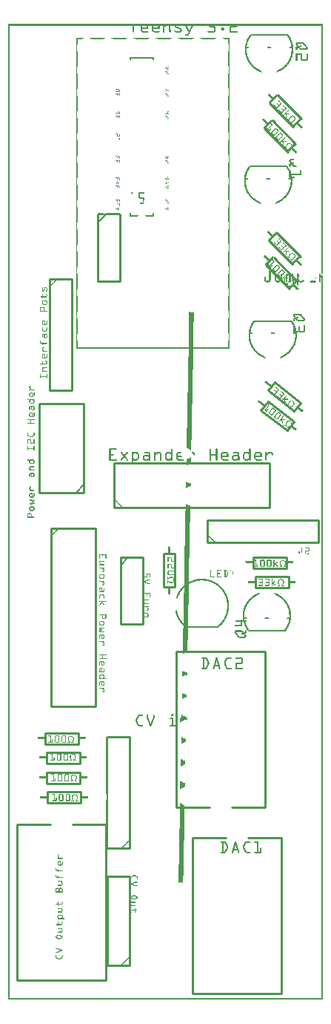
<source format=gto>
G04 MADE WITH FRITZING*
G04 WWW.FRITZING.ORG*
G04 DOUBLE SIDED*
G04 HOLES PLATED*
G04 CONTOUR ON CENTER OF CONTOUR VECTOR*
%ASAXBY*%
%FSLAX23Y23*%
%MOIN*%
%OFA0B0*%
%SFA1.0B1.0*%
%ADD10C,0.010000*%
%ADD11C,0.005000*%
%ADD12C,0.008000*%
%ADD13R,0.001000X0.001000*%
%LNSILK1*%
G90*
G70*
G54D10*
X752Y2004D02*
X752Y1854D01*
D02*
X752Y1854D02*
X702Y1854D01*
D02*
X702Y1854D02*
X702Y2004D01*
D02*
X702Y2004D02*
X752Y2004D01*
D02*
X506Y1988D02*
X506Y1688D01*
D02*
X506Y1688D02*
X606Y1688D01*
D02*
X606Y1688D02*
X606Y1988D01*
D02*
X606Y1988D02*
X506Y1988D01*
G54D11*
D02*
X506Y1953D02*
X541Y1988D01*
G54D10*
D02*
X187Y3237D02*
X187Y2737D01*
D02*
X187Y2737D02*
X287Y2737D01*
D02*
X287Y2737D02*
X287Y3237D01*
D02*
X287Y3237D02*
X187Y3237D01*
D02*
X478Y2213D02*
X1178Y2213D01*
D02*
X1178Y2213D02*
X1178Y2413D01*
D02*
X1178Y2413D02*
X478Y2413D01*
D02*
X478Y2413D02*
X478Y2213D01*
D02*
X195Y2119D02*
X195Y1319D01*
D02*
X195Y1319D02*
X395Y1319D01*
D02*
X395Y1319D02*
X395Y2119D01*
D02*
X395Y2119D02*
X195Y2119D01*
D02*
X39Y790D02*
X39Y90D01*
D02*
X39Y90D02*
X439Y90D01*
D02*
X439Y90D02*
X439Y790D01*
D02*
X39Y790D02*
X189Y790D01*
D02*
X289Y790D02*
X439Y790D01*
D02*
X342Y2279D02*
X342Y2679D01*
D02*
X342Y2679D02*
X142Y2679D01*
D02*
X142Y2679D02*
X142Y2279D01*
D02*
X142Y2279D02*
X342Y2279D01*
G54D11*
D02*
X342Y2314D02*
X307Y2279D01*
G54D12*
D02*
X1259Y4334D02*
X1094Y4334D01*
D02*
X1254Y3744D02*
X1090Y3744D01*
D02*
X1083Y1660D02*
X1248Y1660D01*
D02*
X1275Y3050D02*
X1110Y3050D01*
G54D10*
D02*
X1259Y3809D02*
X1153Y3915D01*
D02*
X1189Y3951D02*
X1295Y3845D01*
D02*
X1267Y3194D02*
X1161Y3301D01*
D02*
X1196Y3336D02*
X1302Y3230D01*
D02*
X1253Y1939D02*
X1103Y1939D01*
D02*
X1103Y1939D02*
X1103Y1989D01*
D02*
X1103Y1989D02*
X1253Y1989D01*
D02*
X1253Y1989D02*
X1253Y1939D01*
D02*
X1258Y2559D02*
X1138Y2650D01*
D02*
X1138Y2650D02*
X1169Y2689D01*
D02*
X1169Y2689D02*
X1288Y2599D01*
D02*
X1288Y2599D02*
X1258Y2559D01*
D02*
X1213Y4064D02*
X1319Y3958D01*
D02*
X1284Y3922D02*
X1178Y4028D01*
D02*
X1210Y3446D02*
X1316Y3340D01*
D02*
X1281Y3305D02*
X1175Y3411D01*
D02*
X1113Y1903D02*
X1263Y1903D01*
D02*
X1263Y1903D02*
X1263Y1853D01*
D02*
X1263Y1853D02*
X1113Y1853D01*
D02*
X1113Y1853D02*
X1113Y1903D01*
D02*
X1200Y2776D02*
X1317Y2683D01*
D02*
X1317Y2683D02*
X1286Y2644D01*
D02*
X1286Y2644D02*
X1169Y2737D01*
D02*
X1169Y2737D02*
X1200Y2776D01*
D02*
X328Y885D02*
X178Y885D01*
D02*
X178Y885D02*
X178Y935D01*
D02*
X178Y935D02*
X328Y935D01*
D02*
X328Y935D02*
X328Y885D01*
D02*
X325Y973D02*
X175Y973D01*
D02*
X175Y973D02*
X175Y1023D01*
D02*
X175Y1023D02*
X325Y1023D01*
D02*
X325Y1023D02*
X325Y973D01*
D02*
X324Y1063D02*
X174Y1063D01*
D02*
X174Y1063D02*
X174Y1113D01*
D02*
X174Y1113D02*
X324Y1113D01*
D02*
X324Y1113D02*
X324Y1063D01*
D02*
X317Y1149D02*
X167Y1149D01*
D02*
X167Y1149D02*
X167Y1199D01*
D02*
X167Y1199D02*
X317Y1199D01*
D02*
X317Y1199D02*
X317Y1149D01*
D02*
X1156Y865D02*
X1156Y1565D01*
D02*
X1156Y1565D02*
X756Y1565D01*
D02*
X756Y1565D02*
X756Y865D01*
D02*
X1156Y865D02*
X1006Y865D01*
D02*
X906Y865D02*
X756Y865D01*
D02*
X832Y730D02*
X832Y30D01*
D02*
X832Y30D02*
X1232Y30D01*
D02*
X1232Y30D02*
X1232Y730D01*
D02*
X832Y730D02*
X982Y730D01*
D02*
X1082Y730D02*
X1232Y730D01*
D02*
X547Y156D02*
X547Y556D01*
D02*
X547Y556D02*
X447Y556D01*
D02*
X447Y556D02*
X447Y156D01*
D02*
X447Y156D02*
X547Y156D01*
D02*
X897Y2056D02*
X1397Y2056D01*
D02*
X1397Y2056D02*
X1397Y2156D01*
D02*
X1397Y2156D02*
X897Y2156D01*
D02*
X897Y2156D02*
X897Y2056D01*
D02*
X547Y681D02*
X547Y1181D01*
D02*
X547Y1181D02*
X447Y1181D01*
D02*
X447Y681D02*
X547Y681D01*
D02*
X404Y3528D02*
X404Y3228D01*
D02*
X404Y3228D02*
X504Y3228D01*
D02*
X504Y3228D02*
X504Y3528D01*
G54D11*
D02*
X404Y3493D02*
X439Y3528D01*
G54D13*
X0Y4384D02*
X1418Y4384D01*
X0Y4383D02*
X1418Y4383D01*
X0Y4382D02*
X1418Y4382D01*
X0Y4381D02*
X1418Y4381D01*
X0Y4380D02*
X1418Y4380D01*
X0Y4379D02*
X1418Y4379D01*
X0Y4378D02*
X1418Y4378D01*
X0Y4377D02*
X1418Y4377D01*
X0Y4376D02*
X7Y4376D01*
X561Y4376D02*
X567Y4376D01*
X598Y4376D02*
X606Y4376D01*
X624Y4376D02*
X631Y4376D01*
X649Y4376D02*
X656Y4376D01*
X674Y4376D02*
X681Y4376D01*
X698Y4376D02*
X712Y4376D01*
X725Y4376D02*
X731Y4376D01*
X749Y4376D02*
X755Y4376D01*
X777Y4376D02*
X780Y4376D01*
X799Y4376D02*
X805Y4376D01*
X826Y4376D02*
X832Y4376D01*
X908Y4376D02*
X932Y4376D01*
X1004Y4376D02*
X1033Y4376D01*
X1411Y4376D02*
X1418Y4376D01*
X0Y4375D02*
X7Y4375D01*
X561Y4375D02*
X567Y4375D01*
X598Y4375D02*
X605Y4375D01*
X625Y4375D02*
X631Y4375D01*
X648Y4375D02*
X655Y4375D01*
X675Y4375D02*
X681Y4375D01*
X698Y4375D02*
X710Y4375D01*
X725Y4375D02*
X731Y4375D01*
X750Y4375D02*
X756Y4375D01*
X799Y4375D02*
X805Y4375D01*
X825Y4375D02*
X832Y4375D01*
X907Y4375D02*
X931Y4375D01*
X1002Y4375D02*
X1033Y4375D01*
X1411Y4375D02*
X1418Y4375D01*
X0Y4374D02*
X7Y4374D01*
X561Y4374D02*
X567Y4374D01*
X598Y4374D02*
X604Y4374D01*
X625Y4374D02*
X631Y4374D01*
X648Y4374D02*
X654Y4374D01*
X675Y4374D02*
X682Y4374D01*
X698Y4374D02*
X709Y4374D01*
X725Y4374D02*
X731Y4374D01*
X750Y4374D02*
X758Y4374D01*
X799Y4374D02*
X806Y4374D01*
X825Y4374D02*
X832Y4374D01*
X906Y4374D02*
X931Y4374D01*
X1001Y4374D02*
X1032Y4374D01*
X1411Y4374D02*
X1418Y4374D01*
X0Y4373D02*
X7Y4373D01*
X561Y4373D02*
X567Y4373D01*
X598Y4373D02*
X604Y4373D01*
X625Y4373D02*
X631Y4373D01*
X648Y4373D02*
X654Y4373D01*
X676Y4373D02*
X682Y4373D01*
X698Y4373D02*
X707Y4373D01*
X725Y4373D02*
X731Y4373D01*
X750Y4373D02*
X760Y4373D01*
X800Y4373D02*
X806Y4373D01*
X824Y4373D02*
X831Y4373D01*
X906Y4373D02*
X930Y4373D01*
X1000Y4373D02*
X1032Y4373D01*
X1411Y4373D02*
X1418Y4373D01*
X0Y4372D02*
X7Y4372D01*
X561Y4372D02*
X567Y4372D01*
X598Y4372D02*
X604Y4372D01*
X625Y4372D02*
X631Y4372D01*
X648Y4372D02*
X654Y4372D01*
X676Y4372D02*
X682Y4372D01*
X698Y4372D02*
X706Y4372D01*
X725Y4372D02*
X731Y4372D01*
X751Y4372D02*
X763Y4372D01*
X800Y4372D02*
X807Y4372D01*
X824Y4372D02*
X831Y4372D01*
X906Y4372D02*
X931Y4372D01*
X1000Y4372D02*
X1031Y4372D01*
X1411Y4372D02*
X1418Y4372D01*
X0Y4371D02*
X7Y4371D01*
X561Y4371D02*
X567Y4371D01*
X598Y4371D02*
X604Y4371D01*
X625Y4371D02*
X631Y4371D01*
X648Y4371D02*
X654Y4371D01*
X676Y4371D02*
X682Y4371D01*
X698Y4371D02*
X704Y4371D01*
X725Y4371D02*
X731Y4371D01*
X751Y4371D02*
X765Y4371D01*
X800Y4371D02*
X807Y4371D01*
X824Y4371D02*
X830Y4371D01*
X907Y4371D02*
X931Y4371D01*
X1000Y4371D02*
X1030Y4371D01*
X1411Y4371D02*
X1418Y4371D01*
X0Y4370D02*
X7Y4370D01*
X561Y4370D02*
X567Y4370D01*
X598Y4370D02*
X604Y4370D01*
X625Y4370D02*
X631Y4370D01*
X648Y4370D02*
X654Y4370D01*
X676Y4370D02*
X682Y4370D01*
X698Y4370D02*
X704Y4370D01*
X725Y4370D02*
X731Y4370D01*
X752Y4370D02*
X767Y4370D01*
X801Y4370D02*
X808Y4370D01*
X823Y4370D02*
X830Y4370D01*
X908Y4370D02*
X932Y4370D01*
X999Y4370D02*
X1028Y4370D01*
X1411Y4370D02*
X1418Y4370D01*
X0Y4369D02*
X7Y4369D01*
X561Y4369D02*
X567Y4369D01*
X598Y4369D02*
X604Y4369D01*
X625Y4369D02*
X631Y4369D01*
X648Y4369D02*
X654Y4369D01*
X676Y4369D02*
X682Y4369D01*
X698Y4369D02*
X704Y4369D01*
X725Y4369D02*
X731Y4369D01*
X754Y4369D02*
X770Y4369D01*
X801Y4369D02*
X808Y4369D01*
X823Y4369D02*
X829Y4369D01*
X925Y4369D02*
X932Y4369D01*
X999Y4369D02*
X1005Y4369D01*
X1411Y4369D02*
X1418Y4369D01*
X0Y4368D02*
X7Y4368D01*
X561Y4368D02*
X567Y4368D01*
X598Y4368D02*
X604Y4368D01*
X625Y4368D02*
X631Y4368D01*
X648Y4368D02*
X654Y4368D01*
X675Y4368D02*
X682Y4368D01*
X698Y4368D02*
X704Y4368D01*
X725Y4368D02*
X731Y4368D01*
X755Y4368D02*
X772Y4368D01*
X802Y4368D02*
X808Y4368D01*
X822Y4368D02*
X829Y4368D01*
X926Y4368D02*
X932Y4368D01*
X999Y4368D02*
X1005Y4368D01*
X1411Y4368D02*
X1418Y4368D01*
X0Y4367D02*
X7Y4367D01*
X561Y4367D02*
X567Y4367D01*
X598Y4367D02*
X631Y4367D01*
X648Y4367D02*
X682Y4367D01*
X698Y4367D02*
X704Y4367D01*
X725Y4367D02*
X731Y4367D01*
X758Y4367D02*
X774Y4367D01*
X802Y4367D02*
X809Y4367D01*
X822Y4367D02*
X829Y4367D01*
X926Y4367D02*
X933Y4367D01*
X961Y4367D02*
X971Y4367D01*
X999Y4367D02*
X1005Y4367D01*
X1411Y4367D02*
X1418Y4367D01*
X0Y4366D02*
X7Y4366D01*
X561Y4366D02*
X567Y4366D01*
X598Y4366D02*
X631Y4366D01*
X648Y4366D02*
X682Y4366D01*
X698Y4366D02*
X704Y4366D01*
X725Y4366D02*
X731Y4366D01*
X760Y4366D02*
X776Y4366D01*
X803Y4366D02*
X809Y4366D01*
X821Y4366D02*
X828Y4366D01*
X927Y4366D02*
X933Y4366D01*
X960Y4366D02*
X972Y4366D01*
X999Y4366D02*
X1005Y4366D01*
X1411Y4366D02*
X1418Y4366D01*
X0Y4365D02*
X7Y4365D01*
X561Y4365D02*
X567Y4365D01*
X598Y4365D02*
X631Y4365D01*
X648Y4365D02*
X682Y4365D01*
X698Y4365D02*
X704Y4365D01*
X725Y4365D02*
X731Y4365D01*
X762Y4365D02*
X778Y4365D01*
X803Y4365D02*
X810Y4365D01*
X821Y4365D02*
X828Y4365D01*
X927Y4365D02*
X933Y4365D01*
X960Y4365D02*
X972Y4365D01*
X999Y4365D02*
X1005Y4365D01*
X1411Y4365D02*
X1418Y4365D01*
X0Y4364D02*
X7Y4364D01*
X561Y4364D02*
X567Y4364D01*
X598Y4364D02*
X631Y4364D01*
X648Y4364D02*
X682Y4364D01*
X698Y4364D02*
X704Y4364D01*
X725Y4364D02*
X731Y4364D01*
X765Y4364D02*
X779Y4364D01*
X804Y4364D02*
X810Y4364D01*
X821Y4364D02*
X827Y4364D01*
X927Y4364D02*
X933Y4364D01*
X960Y4364D02*
X972Y4364D01*
X999Y4364D02*
X1005Y4364D01*
X1411Y4364D02*
X1418Y4364D01*
X0Y4363D02*
X7Y4363D01*
X561Y4363D02*
X567Y4363D01*
X598Y4363D02*
X631Y4363D01*
X648Y4363D02*
X681Y4363D01*
X698Y4363D02*
X704Y4363D01*
X725Y4363D02*
X731Y4363D01*
X767Y4363D02*
X780Y4363D01*
X804Y4363D02*
X811Y4363D01*
X820Y4363D02*
X827Y4363D01*
X927Y4363D02*
X933Y4363D01*
X959Y4363D02*
X972Y4363D01*
X999Y4363D02*
X1005Y4363D01*
X1411Y4363D02*
X1418Y4363D01*
X0Y4362D02*
X7Y4362D01*
X561Y4362D02*
X567Y4362D01*
X598Y4362D02*
X631Y4362D01*
X648Y4362D02*
X681Y4362D01*
X698Y4362D02*
X704Y4362D01*
X725Y4362D02*
X731Y4362D01*
X769Y4362D02*
X780Y4362D01*
X804Y4362D02*
X811Y4362D01*
X820Y4362D02*
X826Y4362D01*
X927Y4362D02*
X933Y4362D01*
X959Y4362D02*
X972Y4362D01*
X999Y4362D02*
X1005Y4362D01*
X1411Y4362D02*
X1418Y4362D01*
X0Y4361D02*
X7Y4361D01*
X561Y4361D02*
X567Y4361D01*
X598Y4361D02*
X629Y4361D01*
X648Y4361D02*
X679Y4361D01*
X698Y4361D02*
X704Y4361D01*
X725Y4361D02*
X731Y4361D01*
X772Y4361D02*
X781Y4361D01*
X805Y4361D02*
X812Y4361D01*
X819Y4361D02*
X826Y4361D01*
X927Y4361D02*
X933Y4361D01*
X959Y4361D02*
X972Y4361D01*
X999Y4361D02*
X1005Y4361D01*
X1411Y4361D02*
X1418Y4361D01*
X0Y4360D02*
X7Y4360D01*
X561Y4360D02*
X567Y4360D01*
X598Y4360D02*
X604Y4360D01*
X648Y4360D02*
X654Y4360D01*
X698Y4360D02*
X704Y4360D01*
X725Y4360D02*
X731Y4360D01*
X774Y4360D02*
X781Y4360D01*
X805Y4360D02*
X812Y4360D01*
X819Y4360D02*
X825Y4360D01*
X927Y4360D02*
X933Y4360D01*
X959Y4360D02*
X972Y4360D01*
X999Y4360D02*
X1005Y4360D01*
X1411Y4360D02*
X1418Y4360D01*
X0Y4359D02*
X7Y4359D01*
X561Y4359D02*
X567Y4359D01*
X598Y4359D02*
X604Y4359D01*
X648Y4359D02*
X654Y4359D01*
X698Y4359D02*
X704Y4359D01*
X725Y4359D02*
X731Y4359D01*
X775Y4359D02*
X782Y4359D01*
X806Y4359D02*
X812Y4359D01*
X818Y4359D02*
X825Y4359D01*
X927Y4359D02*
X933Y4359D01*
X959Y4359D02*
X972Y4359D01*
X999Y4359D02*
X1005Y4359D01*
X1411Y4359D02*
X1418Y4359D01*
X0Y4358D02*
X7Y4358D01*
X561Y4358D02*
X567Y4358D01*
X598Y4358D02*
X604Y4358D01*
X648Y4358D02*
X654Y4358D01*
X698Y4358D02*
X704Y4358D01*
X726Y4358D02*
X731Y4358D01*
X776Y4358D02*
X782Y4358D01*
X806Y4358D02*
X813Y4358D01*
X818Y4358D02*
X825Y4358D01*
X927Y4358D02*
X933Y4358D01*
X960Y4358D02*
X972Y4358D01*
X999Y4358D02*
X1005Y4358D01*
X1411Y4358D02*
X1418Y4358D01*
X0Y4357D02*
X7Y4357D01*
X561Y4357D02*
X567Y4357D01*
X598Y4357D02*
X604Y4357D01*
X648Y4357D02*
X655Y4357D01*
X698Y4357D02*
X704Y4357D01*
X726Y4357D02*
X732Y4357D01*
X776Y4357D02*
X782Y4357D01*
X807Y4357D02*
X813Y4357D01*
X817Y4357D02*
X824Y4357D01*
X927Y4357D02*
X933Y4357D01*
X960Y4357D02*
X972Y4357D01*
X999Y4357D02*
X1005Y4357D01*
X1411Y4357D02*
X1418Y4357D01*
X0Y4356D02*
X7Y4356D01*
X561Y4356D02*
X567Y4356D01*
X598Y4356D02*
X605Y4356D01*
X648Y4356D02*
X655Y4356D01*
X698Y4356D02*
X704Y4356D01*
X726Y4356D02*
X732Y4356D01*
X776Y4356D02*
X782Y4356D01*
X807Y4356D02*
X814Y4356D01*
X817Y4356D02*
X824Y4356D01*
X927Y4356D02*
X933Y4356D01*
X960Y4356D02*
X971Y4356D01*
X999Y4356D02*
X1005Y4356D01*
X1411Y4356D02*
X1418Y4356D01*
X0Y4355D02*
X7Y4355D01*
X561Y4355D02*
X567Y4355D01*
X598Y4355D02*
X606Y4355D01*
X649Y4355D02*
X656Y4355D01*
X698Y4355D02*
X704Y4355D01*
X726Y4355D02*
X732Y4355D01*
X750Y4355D02*
X753Y4355D01*
X775Y4355D02*
X782Y4355D01*
X808Y4355D02*
X823Y4355D01*
X927Y4355D02*
X933Y4355D01*
X962Y4355D02*
X970Y4355D01*
X999Y4355D02*
X1005Y4355D01*
X1411Y4355D02*
X1418Y4355D01*
X0Y4354D02*
X7Y4354D01*
X561Y4354D02*
X567Y4354D01*
X599Y4354D02*
X607Y4354D01*
X649Y4354D02*
X658Y4354D01*
X698Y4354D02*
X704Y4354D01*
X726Y4354D02*
X732Y4354D01*
X749Y4354D02*
X755Y4354D01*
X775Y4354D02*
X782Y4354D01*
X808Y4354D02*
X823Y4354D01*
X927Y4354D02*
X933Y4354D01*
X999Y4354D02*
X1005Y4354D01*
X1411Y4354D02*
X1418Y4354D01*
X0Y4353D02*
X7Y4353D01*
X561Y4353D02*
X567Y4353D01*
X599Y4353D02*
X628Y4353D01*
X650Y4353D02*
X678Y4353D01*
X698Y4353D02*
X704Y4353D01*
X726Y4353D02*
X732Y4353D01*
X749Y4353D02*
X781Y4353D01*
X808Y4353D02*
X822Y4353D01*
X903Y4353D02*
X933Y4353D01*
X999Y4353D02*
X1029Y4353D01*
X1411Y4353D02*
X1418Y4353D01*
X0Y4352D02*
X7Y4352D01*
X561Y4352D02*
X567Y4352D01*
X600Y4352D02*
X630Y4352D01*
X650Y4352D02*
X680Y4352D01*
X698Y4352D02*
X704Y4352D01*
X726Y4352D02*
X732Y4352D01*
X749Y4352D02*
X781Y4352D01*
X809Y4352D02*
X822Y4352D01*
X900Y4352D02*
X933Y4352D01*
X999Y4352D02*
X1032Y4352D01*
X1411Y4352D02*
X1418Y4352D01*
X0Y4351D02*
X7Y4351D01*
X561Y4351D02*
X567Y4351D01*
X601Y4351D02*
X631Y4351D01*
X651Y4351D02*
X681Y4351D01*
X698Y4351D02*
X704Y4351D01*
X726Y4351D02*
X732Y4351D01*
X749Y4351D02*
X780Y4351D01*
X809Y4351D02*
X822Y4351D01*
X899Y4351D02*
X932Y4351D01*
X999Y4351D02*
X1033Y4351D01*
X1411Y4351D02*
X1418Y4351D01*
X0Y4350D02*
X7Y4350D01*
X561Y4350D02*
X567Y4350D01*
X602Y4350D02*
X631Y4350D01*
X652Y4350D02*
X682Y4350D01*
X698Y4350D02*
X704Y4350D01*
X726Y4350D02*
X732Y4350D01*
X750Y4350D02*
X780Y4350D01*
X810Y4350D02*
X821Y4350D01*
X899Y4350D02*
X932Y4350D01*
X999Y4350D02*
X1033Y4350D01*
X1411Y4350D02*
X1418Y4350D01*
X0Y4349D02*
X7Y4349D01*
X561Y4349D02*
X567Y4349D01*
X603Y4349D02*
X631Y4349D01*
X654Y4349D02*
X682Y4349D01*
X698Y4349D02*
X704Y4349D01*
X726Y4349D02*
X732Y4349D01*
X751Y4349D02*
X779Y4349D01*
X812Y4349D02*
X821Y4349D01*
X899Y4349D02*
X931Y4349D01*
X999Y4349D02*
X1033Y4349D01*
X1411Y4349D02*
X1418Y4349D01*
X0Y4348D02*
X7Y4348D01*
X562Y4348D02*
X567Y4348D01*
X605Y4348D02*
X631Y4348D01*
X655Y4348D02*
X681Y4348D01*
X699Y4348D02*
X704Y4348D01*
X726Y4348D02*
X731Y4348D01*
X752Y4348D02*
X777Y4348D01*
X814Y4348D02*
X820Y4348D01*
X899Y4348D02*
X930Y4348D01*
X999Y4348D02*
X1033Y4348D01*
X1411Y4348D02*
X1418Y4348D01*
X0Y4347D02*
X7Y4347D01*
X563Y4347D02*
X566Y4347D01*
X606Y4347D02*
X630Y4347D01*
X657Y4347D02*
X680Y4347D01*
X699Y4347D02*
X703Y4347D01*
X727Y4347D02*
X731Y4347D01*
X754Y4347D02*
X776Y4347D01*
X813Y4347D02*
X820Y4347D01*
X900Y4347D02*
X929Y4347D01*
X999Y4347D02*
X1032Y4347D01*
X1411Y4347D02*
X1418Y4347D01*
X0Y4346D02*
X7Y4346D01*
X611Y4346D02*
X628Y4346D01*
X661Y4346D02*
X678Y4346D01*
X759Y4346D02*
X771Y4346D01*
X813Y4346D02*
X819Y4346D01*
X903Y4346D02*
X925Y4346D01*
X1000Y4346D02*
X1029Y4346D01*
X1411Y4346D02*
X1418Y4346D01*
X0Y4345D02*
X7Y4345D01*
X812Y4345D02*
X819Y4345D01*
X1411Y4345D02*
X1418Y4345D01*
X0Y4344D02*
X7Y4344D01*
X812Y4344D02*
X818Y4344D01*
X1411Y4344D02*
X1418Y4344D01*
X0Y4343D02*
X7Y4343D01*
X811Y4343D02*
X818Y4343D01*
X1411Y4343D02*
X1418Y4343D01*
X0Y4342D02*
X7Y4342D01*
X811Y4342D02*
X818Y4342D01*
X1411Y4342D02*
X1418Y4342D01*
X0Y4341D02*
X7Y4341D01*
X810Y4341D02*
X817Y4341D01*
X1411Y4341D02*
X1418Y4341D01*
X0Y4340D02*
X7Y4340D01*
X810Y4340D02*
X817Y4340D01*
X1411Y4340D02*
X1418Y4340D01*
X0Y4339D02*
X7Y4339D01*
X810Y4339D02*
X816Y4339D01*
X1411Y4339D02*
X1418Y4339D01*
X0Y4338D02*
X7Y4338D01*
X801Y4338D02*
X816Y4338D01*
X1411Y4338D02*
X1418Y4338D01*
X0Y4337D02*
X7Y4337D01*
X799Y4337D02*
X815Y4337D01*
X1090Y4337D02*
X1090Y4337D01*
X1261Y4337D02*
X1261Y4337D01*
X1411Y4337D02*
X1418Y4337D01*
X0Y4336D02*
X7Y4336D01*
X799Y4336D02*
X815Y4336D01*
X1089Y4336D02*
X1091Y4336D01*
X1260Y4336D02*
X1262Y4336D01*
X1411Y4336D02*
X1418Y4336D01*
X0Y4335D02*
X7Y4335D01*
X799Y4335D02*
X815Y4335D01*
X1089Y4335D02*
X1092Y4335D01*
X1258Y4335D02*
X1262Y4335D01*
X1411Y4335D02*
X1418Y4335D01*
X0Y4334D02*
X7Y4334D01*
X799Y4334D02*
X814Y4334D01*
X1088Y4334D02*
X1094Y4334D01*
X1257Y4334D02*
X1263Y4334D01*
X1411Y4334D02*
X1418Y4334D01*
X0Y4333D02*
X7Y4333D01*
X799Y4333D02*
X814Y4333D01*
X1087Y4333D02*
X1095Y4333D01*
X1256Y4333D02*
X1264Y4333D01*
X1411Y4333D02*
X1418Y4333D01*
X0Y4332D02*
X7Y4332D01*
X800Y4332D02*
X813Y4332D01*
X1086Y4332D02*
X1095Y4332D01*
X1256Y4332D02*
X1264Y4332D01*
X1411Y4332D02*
X1418Y4332D01*
X0Y4331D02*
X7Y4331D01*
X1086Y4331D02*
X1095Y4331D01*
X1256Y4331D02*
X1265Y4331D01*
X1411Y4331D02*
X1418Y4331D01*
X0Y4330D02*
X7Y4330D01*
X1085Y4330D02*
X1094Y4330D01*
X1257Y4330D02*
X1266Y4330D01*
X1411Y4330D02*
X1418Y4330D01*
X0Y4329D02*
X7Y4329D01*
X1084Y4329D02*
X1093Y4329D01*
X1258Y4329D02*
X1266Y4329D01*
X1411Y4329D02*
X1418Y4329D01*
X0Y4328D02*
X7Y4328D01*
X1084Y4328D02*
X1092Y4328D01*
X1259Y4328D02*
X1267Y4328D01*
X1411Y4328D02*
X1418Y4328D01*
X0Y4327D02*
X7Y4327D01*
X1083Y4327D02*
X1092Y4327D01*
X1259Y4327D02*
X1268Y4327D01*
X1411Y4327D02*
X1418Y4327D01*
X0Y4326D02*
X7Y4326D01*
X1083Y4326D02*
X1091Y4326D01*
X1260Y4326D02*
X1268Y4326D01*
X1411Y4326D02*
X1418Y4326D01*
X0Y4325D02*
X7Y4325D01*
X1082Y4325D02*
X1090Y4325D01*
X1261Y4325D02*
X1269Y4325D01*
X1411Y4325D02*
X1418Y4325D01*
X0Y4324D02*
X7Y4324D01*
X1081Y4324D02*
X1090Y4324D01*
X1261Y4324D02*
X1269Y4324D01*
X1411Y4324D02*
X1418Y4324D01*
X0Y4323D02*
X7Y4323D01*
X309Y4323D02*
X998Y4323D01*
X1081Y4323D02*
X1089Y4323D01*
X1262Y4323D02*
X1270Y4323D01*
X1411Y4323D02*
X1418Y4323D01*
X0Y4322D02*
X7Y4322D01*
X309Y4322D02*
X448Y4322D01*
X455Y4322D02*
X548Y4322D01*
X555Y4322D02*
X648Y4322D01*
X655Y4322D02*
X748Y4322D01*
X755Y4322D02*
X848Y4322D01*
X855Y4322D02*
X942Y4322D01*
X961Y4322D02*
X998Y4322D01*
X1080Y4322D02*
X1088Y4322D01*
X1262Y4322D02*
X1271Y4322D01*
X1411Y4322D02*
X1418Y4322D01*
X0Y4321D02*
X7Y4321D01*
X309Y4321D02*
X344Y4321D01*
X363Y4321D02*
X442Y4321D01*
X462Y4321D02*
X542Y4321D01*
X562Y4321D02*
X642Y4321D01*
X662Y4321D02*
X742Y4321D01*
X762Y4321D02*
X842Y4321D01*
X862Y4321D02*
X938Y4321D01*
X965Y4321D02*
X998Y4321D01*
X1080Y4321D02*
X1088Y4321D01*
X1263Y4321D02*
X1271Y4321D01*
X1411Y4321D02*
X1418Y4321D01*
X0Y4320D02*
X7Y4320D01*
X309Y4320D02*
X340Y4320D01*
X367Y4320D02*
X438Y4320D01*
X466Y4320D02*
X538Y4320D01*
X566Y4320D02*
X638Y4320D01*
X666Y4320D02*
X738Y4320D01*
X766Y4320D02*
X838Y4320D01*
X866Y4320D02*
X936Y4320D01*
X968Y4320D02*
X998Y4320D01*
X1079Y4320D02*
X1087Y4320D01*
X1264Y4320D02*
X1272Y4320D01*
X1411Y4320D02*
X1418Y4320D01*
X0Y4319D02*
X7Y4319D01*
X309Y4319D02*
X337Y4319D01*
X370Y4319D02*
X435Y4319D01*
X469Y4319D02*
X535Y4319D01*
X569Y4319D02*
X635Y4319D01*
X669Y4319D02*
X735Y4319D01*
X769Y4319D02*
X835Y4319D01*
X869Y4319D02*
X933Y4319D01*
X970Y4319D02*
X998Y4319D01*
X1079Y4319D02*
X1087Y4319D01*
X1264Y4319D02*
X1272Y4319D01*
X1411Y4319D02*
X1418Y4319D01*
X0Y4318D02*
X7Y4318D01*
X309Y4318D02*
X335Y4318D01*
X372Y4318D02*
X433Y4318D01*
X471Y4318D02*
X533Y4318D01*
X571Y4318D02*
X633Y4318D01*
X671Y4318D02*
X733Y4318D01*
X771Y4318D02*
X833Y4318D01*
X871Y4318D02*
X931Y4318D01*
X972Y4318D02*
X998Y4318D01*
X1078Y4318D02*
X1086Y4318D01*
X1265Y4318D02*
X1273Y4318D01*
X1411Y4318D02*
X1418Y4318D01*
X0Y4317D02*
X7Y4317D01*
X309Y4317D02*
X333Y4317D01*
X374Y4317D02*
X431Y4317D01*
X473Y4317D02*
X531Y4317D01*
X573Y4317D02*
X631Y4317D01*
X673Y4317D02*
X731Y4317D01*
X773Y4317D02*
X831Y4317D01*
X873Y4317D02*
X929Y4317D01*
X974Y4317D02*
X998Y4317D01*
X1078Y4317D02*
X1086Y4317D01*
X1265Y4317D02*
X1273Y4317D01*
X1411Y4317D02*
X1418Y4317D01*
X0Y4316D02*
X7Y4316D01*
X309Y4316D02*
X315Y4316D01*
X992Y4316D02*
X998Y4316D01*
X1077Y4316D02*
X1085Y4316D01*
X1266Y4316D02*
X1274Y4316D01*
X1411Y4316D02*
X1418Y4316D01*
X0Y4315D02*
X7Y4315D01*
X309Y4315D02*
X315Y4315D01*
X992Y4315D02*
X998Y4315D01*
X1077Y4315D02*
X1085Y4315D01*
X1266Y4315D02*
X1274Y4315D01*
X1411Y4315D02*
X1418Y4315D01*
X0Y4314D02*
X7Y4314D01*
X309Y4314D02*
X315Y4314D01*
X992Y4314D02*
X998Y4314D01*
X1076Y4314D02*
X1084Y4314D01*
X1267Y4314D02*
X1274Y4314D01*
X1411Y4314D02*
X1418Y4314D01*
X0Y4313D02*
X7Y4313D01*
X309Y4313D02*
X315Y4313D01*
X992Y4313D02*
X998Y4313D01*
X1076Y4313D02*
X1084Y4313D01*
X1267Y4313D02*
X1275Y4313D01*
X1411Y4313D02*
X1418Y4313D01*
X0Y4312D02*
X7Y4312D01*
X309Y4312D02*
X315Y4312D01*
X992Y4312D02*
X998Y4312D01*
X1076Y4312D02*
X1083Y4312D01*
X1268Y4312D02*
X1275Y4312D01*
X1411Y4312D02*
X1418Y4312D01*
X0Y4311D02*
X7Y4311D01*
X309Y4311D02*
X315Y4311D01*
X992Y4311D02*
X998Y4311D01*
X1075Y4311D02*
X1083Y4311D01*
X1268Y4311D02*
X1276Y4311D01*
X1411Y4311D02*
X1418Y4311D01*
X0Y4310D02*
X7Y4310D01*
X309Y4310D02*
X315Y4310D01*
X992Y4310D02*
X998Y4310D01*
X1075Y4310D02*
X1082Y4310D01*
X1269Y4310D02*
X1276Y4310D01*
X1411Y4310D02*
X1418Y4310D01*
X0Y4309D02*
X7Y4309D01*
X309Y4309D02*
X315Y4309D01*
X992Y4309D02*
X998Y4309D01*
X1074Y4309D02*
X1082Y4309D01*
X1269Y4309D02*
X1277Y4309D01*
X1411Y4309D02*
X1418Y4309D01*
X0Y4308D02*
X7Y4308D01*
X309Y4308D02*
X315Y4308D01*
X992Y4308D02*
X998Y4308D01*
X1074Y4308D02*
X1081Y4308D01*
X1269Y4308D02*
X1277Y4308D01*
X1411Y4308D02*
X1418Y4308D01*
X0Y4307D02*
X7Y4307D01*
X309Y4307D02*
X315Y4307D01*
X992Y4307D02*
X998Y4307D01*
X1074Y4307D02*
X1081Y4307D01*
X1270Y4307D02*
X1277Y4307D01*
X1411Y4307D02*
X1418Y4307D01*
X0Y4306D02*
X7Y4306D01*
X309Y4306D02*
X315Y4306D01*
X992Y4306D02*
X998Y4306D01*
X1073Y4306D02*
X1081Y4306D01*
X1270Y4306D02*
X1278Y4306D01*
X1411Y4306D02*
X1418Y4306D01*
X0Y4305D02*
X7Y4305D01*
X309Y4305D02*
X315Y4305D01*
X992Y4305D02*
X998Y4305D01*
X1073Y4305D02*
X1080Y4305D01*
X1271Y4305D02*
X1278Y4305D01*
X1411Y4305D02*
X1418Y4305D01*
X0Y4304D02*
X7Y4304D01*
X309Y4304D02*
X315Y4304D01*
X992Y4304D02*
X998Y4304D01*
X1073Y4304D02*
X1080Y4304D01*
X1271Y4304D02*
X1278Y4304D01*
X1411Y4304D02*
X1418Y4304D01*
X0Y4303D02*
X7Y4303D01*
X309Y4303D02*
X315Y4303D01*
X992Y4303D02*
X998Y4303D01*
X1072Y4303D02*
X1079Y4303D01*
X1271Y4303D02*
X1279Y4303D01*
X1411Y4303D02*
X1418Y4303D01*
X0Y4302D02*
X7Y4302D01*
X309Y4302D02*
X315Y4302D01*
X992Y4302D02*
X998Y4302D01*
X1072Y4302D02*
X1079Y4302D01*
X1272Y4302D02*
X1279Y4302D01*
X1411Y4302D02*
X1418Y4302D01*
X0Y4301D02*
X7Y4301D01*
X309Y4301D02*
X315Y4301D01*
X992Y4301D02*
X998Y4301D01*
X1072Y4301D02*
X1079Y4301D01*
X1272Y4301D02*
X1279Y4301D01*
X1301Y4301D02*
X1328Y4301D01*
X1411Y4301D02*
X1418Y4301D01*
X0Y4300D02*
X7Y4300D01*
X309Y4300D02*
X315Y4300D01*
X992Y4300D02*
X998Y4300D01*
X1071Y4300D02*
X1078Y4300D01*
X1272Y4300D02*
X1280Y4300D01*
X1299Y4300D02*
X1330Y4300D01*
X1411Y4300D02*
X1418Y4300D01*
X0Y4299D02*
X7Y4299D01*
X309Y4299D02*
X314Y4299D01*
X992Y4299D02*
X998Y4299D01*
X1071Y4299D02*
X1078Y4299D01*
X1273Y4299D02*
X1280Y4299D01*
X1298Y4299D02*
X1332Y4299D01*
X1411Y4299D02*
X1418Y4299D01*
X0Y4298D02*
X7Y4298D01*
X309Y4298D02*
X314Y4298D01*
X992Y4298D02*
X998Y4298D01*
X1071Y4298D02*
X1078Y4298D01*
X1273Y4298D02*
X1280Y4298D01*
X1297Y4298D02*
X1333Y4298D01*
X1411Y4298D02*
X1418Y4298D01*
X0Y4297D02*
X7Y4297D01*
X309Y4297D02*
X313Y4297D01*
X992Y4297D02*
X998Y4297D01*
X1070Y4297D02*
X1078Y4297D01*
X1273Y4297D02*
X1280Y4297D01*
X1297Y4297D02*
X1334Y4297D01*
X1411Y4297D02*
X1418Y4297D01*
X0Y4296D02*
X7Y4296D01*
X309Y4296D02*
X313Y4296D01*
X993Y4296D02*
X998Y4296D01*
X1070Y4296D02*
X1077Y4296D01*
X1274Y4296D02*
X1281Y4296D01*
X1296Y4296D02*
X1335Y4296D01*
X1411Y4296D02*
X1418Y4296D01*
X0Y4295D02*
X7Y4295D01*
X309Y4295D02*
X312Y4295D01*
X993Y4295D02*
X998Y4295D01*
X1070Y4295D02*
X1077Y4295D01*
X1274Y4295D02*
X1281Y4295D01*
X1296Y4295D02*
X1335Y4295D01*
X1411Y4295D02*
X1418Y4295D01*
X0Y4294D02*
X7Y4294D01*
X309Y4294D02*
X312Y4294D01*
X993Y4294D02*
X998Y4294D01*
X1070Y4294D02*
X1077Y4294D01*
X1274Y4294D02*
X1281Y4294D01*
X1296Y4294D02*
X1302Y4294D01*
X1327Y4294D02*
X1336Y4294D01*
X1411Y4294D02*
X1418Y4294D01*
X0Y4293D02*
X7Y4293D01*
X309Y4293D02*
X312Y4293D01*
X994Y4293D02*
X998Y4293D01*
X1070Y4293D02*
X1077Y4293D01*
X1274Y4293D02*
X1281Y4293D01*
X1296Y4293D02*
X1302Y4293D01*
X1329Y4293D02*
X1337Y4293D01*
X1411Y4293D02*
X1418Y4293D01*
X0Y4292D02*
X7Y4292D01*
X309Y4292D02*
X311Y4292D01*
X994Y4292D02*
X998Y4292D01*
X1069Y4292D02*
X1076Y4292D01*
X1275Y4292D02*
X1281Y4292D01*
X1296Y4292D02*
X1303Y4292D01*
X1330Y4292D02*
X1338Y4292D01*
X1411Y4292D02*
X1418Y4292D01*
X0Y4291D02*
X7Y4291D01*
X309Y4291D02*
X311Y4291D01*
X994Y4291D02*
X998Y4291D01*
X1069Y4291D02*
X1076Y4291D01*
X1275Y4291D02*
X1282Y4291D01*
X1296Y4291D02*
X1303Y4291D01*
X1331Y4291D02*
X1339Y4291D01*
X1411Y4291D02*
X1418Y4291D01*
X0Y4290D02*
X7Y4290D01*
X309Y4290D02*
X311Y4290D01*
X995Y4290D02*
X998Y4290D01*
X1069Y4290D02*
X1076Y4290D01*
X1275Y4290D02*
X1282Y4290D01*
X1297Y4290D02*
X1304Y4290D01*
X1331Y4290D02*
X1340Y4290D01*
X1411Y4290D02*
X1418Y4290D01*
X0Y4289D02*
X7Y4289D01*
X309Y4289D02*
X311Y4289D01*
X995Y4289D02*
X998Y4289D01*
X1069Y4289D02*
X1076Y4289D01*
X1275Y4289D02*
X1282Y4289D01*
X1297Y4289D02*
X1305Y4289D01*
X1332Y4289D02*
X1340Y4289D01*
X1411Y4289D02*
X1418Y4289D01*
X0Y4288D02*
X7Y4288D01*
X309Y4288D02*
X310Y4288D01*
X995Y4288D02*
X998Y4288D01*
X1069Y4288D02*
X1075Y4288D01*
X1275Y4288D02*
X1282Y4288D01*
X1298Y4288D02*
X1306Y4288D01*
X1316Y4288D02*
X1317Y4288D01*
X1333Y4288D02*
X1341Y4288D01*
X1411Y4288D02*
X1418Y4288D01*
X0Y4287D02*
X7Y4287D01*
X309Y4287D02*
X310Y4287D01*
X995Y4287D02*
X998Y4287D01*
X1068Y4287D02*
X1075Y4287D01*
X1276Y4287D02*
X1282Y4287D01*
X1299Y4287D02*
X1307Y4287D01*
X1313Y4287D02*
X1319Y4287D01*
X1334Y4287D02*
X1342Y4287D01*
X1411Y4287D02*
X1418Y4287D01*
X0Y4286D02*
X7Y4286D01*
X309Y4286D02*
X310Y4286D01*
X996Y4286D02*
X998Y4286D01*
X1068Y4286D02*
X1075Y4286D01*
X1276Y4286D02*
X1283Y4286D01*
X1300Y4286D02*
X1308Y4286D01*
X1311Y4286D02*
X1319Y4286D01*
X1335Y4286D02*
X1343Y4286D01*
X1411Y4286D02*
X1418Y4286D01*
X0Y4285D02*
X7Y4285D01*
X309Y4285D02*
X310Y4285D01*
X996Y4285D02*
X998Y4285D01*
X1068Y4285D02*
X1075Y4285D01*
X1276Y4285D02*
X1283Y4285D01*
X1300Y4285D02*
X1319Y4285D01*
X1336Y4285D02*
X1344Y4285D01*
X1411Y4285D02*
X1418Y4285D01*
X0Y4284D02*
X7Y4284D01*
X309Y4284D02*
X310Y4284D01*
X996Y4284D02*
X998Y4284D01*
X1068Y4284D02*
X1075Y4284D01*
X1276Y4284D02*
X1283Y4284D01*
X1301Y4284D02*
X1319Y4284D01*
X1337Y4284D02*
X1345Y4284D01*
X1411Y4284D02*
X1418Y4284D01*
X0Y4283D02*
X7Y4283D01*
X309Y4283D02*
X309Y4283D01*
X996Y4283D02*
X998Y4283D01*
X1068Y4283D02*
X1085Y4283D01*
X1166Y4283D02*
X1185Y4283D01*
X1266Y4283D02*
X1283Y4283D01*
X1302Y4283D02*
X1319Y4283D01*
X1337Y4283D02*
X1346Y4283D01*
X1411Y4283D02*
X1418Y4283D01*
X0Y4282D02*
X7Y4282D01*
X309Y4282D02*
X309Y4282D01*
X996Y4282D02*
X998Y4282D01*
X1068Y4282D02*
X1085Y4282D01*
X1166Y4282D02*
X1185Y4282D01*
X1266Y4282D02*
X1283Y4282D01*
X1300Y4282D02*
X1318Y4282D01*
X1338Y4282D02*
X1346Y4282D01*
X1411Y4282D02*
X1418Y4282D01*
X0Y4281D02*
X7Y4281D01*
X309Y4281D02*
X309Y4281D01*
X996Y4281D02*
X998Y4281D01*
X1068Y4281D02*
X1085Y4281D01*
X1166Y4281D02*
X1185Y4281D01*
X1266Y4281D02*
X1283Y4281D01*
X1298Y4281D02*
X1316Y4281D01*
X1339Y4281D02*
X1347Y4281D01*
X1411Y4281D02*
X1418Y4281D01*
X0Y4280D02*
X7Y4280D01*
X309Y4280D02*
X309Y4280D01*
X996Y4280D02*
X998Y4280D01*
X1067Y4280D02*
X1084Y4280D01*
X1167Y4280D02*
X1184Y4280D01*
X1267Y4280D02*
X1283Y4280D01*
X1296Y4280D02*
X1314Y4280D01*
X1340Y4280D02*
X1348Y4280D01*
X1411Y4280D02*
X1418Y4280D01*
X0Y4279D02*
X7Y4279D01*
X309Y4279D02*
X309Y4279D01*
X996Y4279D02*
X998Y4279D01*
X1067Y4279D02*
X1084Y4279D01*
X1167Y4279D02*
X1184Y4279D01*
X1267Y4279D02*
X1283Y4279D01*
X1296Y4279D02*
X1314Y4279D01*
X1341Y4279D02*
X1348Y4279D01*
X1411Y4279D02*
X1418Y4279D01*
X0Y4278D02*
X7Y4278D01*
X309Y4278D02*
X309Y4278D01*
X996Y4278D02*
X998Y4278D01*
X1067Y4278D02*
X1084Y4278D01*
X1167Y4278D02*
X1184Y4278D01*
X1267Y4278D02*
X1283Y4278D01*
X1296Y4278D02*
X1314Y4278D01*
X1342Y4278D02*
X1349Y4278D01*
X1411Y4278D02*
X1418Y4278D01*
X0Y4277D02*
X7Y4277D01*
X309Y4277D02*
X309Y4277D01*
X996Y4277D02*
X998Y4277D01*
X1067Y4277D02*
X1084Y4277D01*
X1167Y4277D02*
X1184Y4277D01*
X1267Y4277D02*
X1284Y4277D01*
X1296Y4277D02*
X1315Y4277D01*
X1342Y4277D02*
X1349Y4277D01*
X1411Y4277D02*
X1418Y4277D01*
X0Y4276D02*
X7Y4276D01*
X309Y4276D02*
X309Y4276D01*
X996Y4276D02*
X998Y4276D01*
X1067Y4276D02*
X1083Y4276D01*
X1167Y4276D02*
X1183Y4276D01*
X1267Y4276D02*
X1284Y4276D01*
X1296Y4276D02*
X1303Y4276D01*
X1308Y4276D02*
X1316Y4276D01*
X1343Y4276D02*
X1349Y4276D01*
X1411Y4276D02*
X1418Y4276D01*
X0Y4275D02*
X7Y4275D01*
X309Y4275D02*
X309Y4275D01*
X996Y4275D02*
X998Y4275D01*
X1067Y4275D02*
X1074Y4275D01*
X1277Y4275D02*
X1284Y4275D01*
X1296Y4275D02*
X1302Y4275D01*
X1309Y4275D02*
X1318Y4275D01*
X1342Y4275D02*
X1349Y4275D01*
X1411Y4275D02*
X1418Y4275D01*
X0Y4274D02*
X7Y4274D01*
X309Y4274D02*
X309Y4274D01*
X996Y4274D02*
X998Y4274D01*
X1067Y4274D02*
X1074Y4274D01*
X1277Y4274D02*
X1284Y4274D01*
X1296Y4274D02*
X1302Y4274D01*
X1310Y4274D02*
X1349Y4274D01*
X1411Y4274D02*
X1418Y4274D01*
X0Y4273D02*
X7Y4273D01*
X309Y4273D02*
X309Y4273D01*
X996Y4273D02*
X998Y4273D01*
X1067Y4273D02*
X1074Y4273D01*
X1277Y4273D02*
X1284Y4273D01*
X1296Y4273D02*
X1302Y4273D01*
X1310Y4273D02*
X1348Y4273D01*
X1411Y4273D02*
X1418Y4273D01*
X0Y4272D02*
X7Y4272D01*
X309Y4272D02*
X310Y4272D01*
X996Y4272D02*
X998Y4272D01*
X1067Y4272D02*
X1074Y4272D01*
X1277Y4272D02*
X1284Y4272D01*
X1296Y4272D02*
X1302Y4272D01*
X1311Y4272D02*
X1348Y4272D01*
X1411Y4272D02*
X1418Y4272D01*
X0Y4271D02*
X7Y4271D01*
X309Y4271D02*
X310Y4271D01*
X995Y4271D02*
X998Y4271D01*
X1067Y4271D02*
X1074Y4271D01*
X1277Y4271D02*
X1284Y4271D01*
X1296Y4271D02*
X1302Y4271D01*
X1312Y4271D02*
X1347Y4271D01*
X1411Y4271D02*
X1418Y4271D01*
X0Y4270D02*
X7Y4270D01*
X309Y4270D02*
X310Y4270D01*
X995Y4270D02*
X998Y4270D01*
X1067Y4270D02*
X1074Y4270D01*
X1277Y4270D02*
X1284Y4270D01*
X1296Y4270D02*
X1302Y4270D01*
X1314Y4270D02*
X1346Y4270D01*
X1411Y4270D02*
X1418Y4270D01*
X0Y4269D02*
X7Y4269D01*
X309Y4269D02*
X310Y4269D01*
X995Y4269D02*
X998Y4269D01*
X1067Y4269D02*
X1074Y4269D01*
X1277Y4269D02*
X1284Y4269D01*
X1296Y4269D02*
X1301Y4269D01*
X1315Y4269D02*
X1345Y4269D01*
X1411Y4269D02*
X1418Y4269D01*
X0Y4268D02*
X7Y4268D01*
X309Y4268D02*
X310Y4268D01*
X995Y4268D02*
X998Y4268D01*
X1067Y4268D02*
X1074Y4268D01*
X1277Y4268D02*
X1284Y4268D01*
X1297Y4268D02*
X1300Y4268D01*
X1318Y4268D02*
X1344Y4268D01*
X1411Y4268D02*
X1418Y4268D01*
X0Y4267D02*
X7Y4267D01*
X309Y4267D02*
X310Y4267D01*
X994Y4267D02*
X998Y4267D01*
X1067Y4267D02*
X1074Y4267D01*
X1277Y4267D02*
X1284Y4267D01*
X1411Y4267D02*
X1418Y4267D01*
X0Y4266D02*
X7Y4266D01*
X309Y4266D02*
X311Y4266D01*
X994Y4266D02*
X998Y4266D01*
X1067Y4266D02*
X1074Y4266D01*
X1277Y4266D02*
X1284Y4266D01*
X1411Y4266D02*
X1418Y4266D01*
X0Y4265D02*
X7Y4265D01*
X309Y4265D02*
X311Y4265D01*
X994Y4265D02*
X998Y4265D01*
X1067Y4265D02*
X1074Y4265D01*
X1277Y4265D02*
X1284Y4265D01*
X1411Y4265D02*
X1418Y4265D01*
X0Y4264D02*
X7Y4264D01*
X309Y4264D02*
X311Y4264D01*
X994Y4264D02*
X998Y4264D01*
X1067Y4264D02*
X1074Y4264D01*
X1277Y4264D02*
X1284Y4264D01*
X1411Y4264D02*
X1418Y4264D01*
X0Y4263D02*
X7Y4263D01*
X309Y4263D02*
X312Y4263D01*
X993Y4263D02*
X998Y4263D01*
X1067Y4263D02*
X1074Y4263D01*
X1277Y4263D02*
X1284Y4263D01*
X1411Y4263D02*
X1418Y4263D01*
X0Y4262D02*
X7Y4262D01*
X309Y4262D02*
X312Y4262D01*
X993Y4262D02*
X998Y4262D01*
X1067Y4262D02*
X1074Y4262D01*
X1277Y4262D02*
X1284Y4262D01*
X1411Y4262D02*
X1418Y4262D01*
X0Y4261D02*
X7Y4261D01*
X309Y4261D02*
X312Y4261D01*
X992Y4261D02*
X998Y4261D01*
X1067Y4261D02*
X1074Y4261D01*
X1277Y4261D02*
X1283Y4261D01*
X1411Y4261D02*
X1418Y4261D01*
X0Y4260D02*
X7Y4260D01*
X309Y4260D02*
X313Y4260D01*
X992Y4260D02*
X998Y4260D01*
X1067Y4260D02*
X1074Y4260D01*
X1276Y4260D02*
X1283Y4260D01*
X1411Y4260D02*
X1418Y4260D01*
X0Y4259D02*
X7Y4259D01*
X309Y4259D02*
X313Y4259D01*
X992Y4259D02*
X998Y4259D01*
X1068Y4259D02*
X1075Y4259D01*
X1276Y4259D02*
X1283Y4259D01*
X1411Y4259D02*
X1418Y4259D01*
X0Y4258D02*
X7Y4258D01*
X309Y4258D02*
X314Y4258D01*
X992Y4258D02*
X998Y4258D01*
X1068Y4258D02*
X1075Y4258D01*
X1276Y4258D02*
X1283Y4258D01*
X1411Y4258D02*
X1418Y4258D01*
X0Y4257D02*
X7Y4257D01*
X309Y4257D02*
X314Y4257D01*
X992Y4257D02*
X998Y4257D01*
X1068Y4257D02*
X1075Y4257D01*
X1276Y4257D02*
X1283Y4257D01*
X1411Y4257D02*
X1418Y4257D01*
X0Y4256D02*
X7Y4256D01*
X309Y4256D02*
X315Y4256D01*
X992Y4256D02*
X998Y4256D01*
X1068Y4256D02*
X1075Y4256D01*
X1276Y4256D02*
X1283Y4256D01*
X1411Y4256D02*
X1418Y4256D01*
X0Y4255D02*
X7Y4255D01*
X309Y4255D02*
X315Y4255D01*
X992Y4255D02*
X998Y4255D01*
X1068Y4255D02*
X1075Y4255D01*
X1276Y4255D02*
X1283Y4255D01*
X1411Y4255D02*
X1418Y4255D01*
X0Y4254D02*
X7Y4254D01*
X309Y4254D02*
X315Y4254D01*
X992Y4254D02*
X998Y4254D01*
X1068Y4254D02*
X1075Y4254D01*
X1276Y4254D02*
X1283Y4254D01*
X1411Y4254D02*
X1418Y4254D01*
X0Y4253D02*
X7Y4253D01*
X309Y4253D02*
X315Y4253D01*
X992Y4253D02*
X998Y4253D01*
X1068Y4253D02*
X1075Y4253D01*
X1275Y4253D02*
X1283Y4253D01*
X1411Y4253D02*
X1418Y4253D01*
X0Y4252D02*
X7Y4252D01*
X309Y4252D02*
X315Y4252D01*
X992Y4252D02*
X998Y4252D01*
X1068Y4252D02*
X1076Y4252D01*
X1275Y4252D02*
X1282Y4252D01*
X1411Y4252D02*
X1418Y4252D01*
X0Y4251D02*
X7Y4251D01*
X309Y4251D02*
X315Y4251D01*
X992Y4251D02*
X998Y4251D01*
X1069Y4251D02*
X1076Y4251D01*
X1275Y4251D02*
X1282Y4251D01*
X1296Y4251D02*
X1321Y4251D01*
X1344Y4251D02*
X1347Y4251D01*
X1411Y4251D02*
X1418Y4251D01*
X0Y4250D02*
X7Y4250D01*
X309Y4250D02*
X315Y4250D01*
X992Y4250D02*
X998Y4250D01*
X1069Y4250D02*
X1076Y4250D01*
X1275Y4250D02*
X1282Y4250D01*
X1296Y4250D02*
X1323Y4250D01*
X1343Y4250D02*
X1348Y4250D01*
X1411Y4250D02*
X1418Y4250D01*
X0Y4249D02*
X7Y4249D01*
X309Y4249D02*
X315Y4249D01*
X992Y4249D02*
X998Y4249D01*
X1069Y4249D02*
X1076Y4249D01*
X1275Y4249D02*
X1282Y4249D01*
X1296Y4249D02*
X1324Y4249D01*
X1343Y4249D02*
X1349Y4249D01*
X1411Y4249D02*
X1418Y4249D01*
X0Y4248D02*
X7Y4248D01*
X309Y4248D02*
X315Y4248D01*
X992Y4248D02*
X998Y4248D01*
X1069Y4248D02*
X1076Y4248D01*
X1274Y4248D02*
X1282Y4248D01*
X1296Y4248D02*
X1324Y4248D01*
X1343Y4248D02*
X1349Y4248D01*
X1411Y4248D02*
X1418Y4248D01*
X0Y4247D02*
X7Y4247D01*
X309Y4247D02*
X315Y4247D01*
X992Y4247D02*
X998Y4247D01*
X1069Y4247D02*
X1077Y4247D01*
X1274Y4247D02*
X1281Y4247D01*
X1296Y4247D02*
X1325Y4247D01*
X1343Y4247D02*
X1349Y4247D01*
X1411Y4247D02*
X1418Y4247D01*
X0Y4246D02*
X7Y4246D01*
X309Y4246D02*
X315Y4246D01*
X992Y4246D02*
X998Y4246D01*
X1070Y4246D02*
X1077Y4246D01*
X1274Y4246D02*
X1281Y4246D01*
X1296Y4246D02*
X1325Y4246D01*
X1343Y4246D02*
X1349Y4246D01*
X1411Y4246D02*
X1418Y4246D01*
X0Y4245D02*
X7Y4245D01*
X309Y4245D02*
X315Y4245D01*
X992Y4245D02*
X998Y4245D01*
X1070Y4245D02*
X1077Y4245D01*
X1274Y4245D02*
X1281Y4245D01*
X1296Y4245D02*
X1325Y4245D01*
X1343Y4245D02*
X1349Y4245D01*
X1411Y4245D02*
X1418Y4245D01*
X0Y4244D02*
X7Y4244D01*
X309Y4244D02*
X315Y4244D01*
X992Y4244D02*
X998Y4244D01*
X1070Y4244D02*
X1077Y4244D01*
X1273Y4244D02*
X1281Y4244D01*
X1296Y4244D02*
X1302Y4244D01*
X1319Y4244D02*
X1325Y4244D01*
X1343Y4244D02*
X1349Y4244D01*
X1411Y4244D02*
X1418Y4244D01*
X0Y4243D02*
X7Y4243D01*
X309Y4243D02*
X315Y4243D01*
X992Y4243D02*
X998Y4243D01*
X1070Y4243D02*
X1078Y4243D01*
X1273Y4243D02*
X1281Y4243D01*
X1296Y4243D02*
X1302Y4243D01*
X1319Y4243D02*
X1325Y4243D01*
X1343Y4243D02*
X1349Y4243D01*
X1411Y4243D02*
X1418Y4243D01*
X0Y4242D02*
X7Y4242D01*
X309Y4242D02*
X315Y4242D01*
X992Y4242D02*
X998Y4242D01*
X1071Y4242D02*
X1078Y4242D01*
X1273Y4242D02*
X1280Y4242D01*
X1296Y4242D02*
X1302Y4242D01*
X1319Y4242D02*
X1325Y4242D01*
X1343Y4242D02*
X1349Y4242D01*
X1411Y4242D02*
X1418Y4242D01*
X0Y4241D02*
X7Y4241D01*
X309Y4241D02*
X315Y4241D01*
X992Y4241D02*
X998Y4241D01*
X1071Y4241D02*
X1078Y4241D01*
X1273Y4241D02*
X1280Y4241D01*
X1296Y4241D02*
X1302Y4241D01*
X1319Y4241D02*
X1325Y4241D01*
X1343Y4241D02*
X1349Y4241D01*
X1411Y4241D02*
X1418Y4241D01*
X0Y4240D02*
X7Y4240D01*
X309Y4240D02*
X315Y4240D01*
X992Y4240D02*
X998Y4240D01*
X1071Y4240D02*
X1078Y4240D01*
X1272Y4240D02*
X1280Y4240D01*
X1296Y4240D02*
X1302Y4240D01*
X1319Y4240D02*
X1325Y4240D01*
X1343Y4240D02*
X1349Y4240D01*
X1411Y4240D02*
X1418Y4240D01*
X0Y4239D02*
X7Y4239D01*
X309Y4239D02*
X315Y4239D01*
X992Y4239D02*
X998Y4239D01*
X1071Y4239D02*
X1079Y4239D01*
X1272Y4239D02*
X1279Y4239D01*
X1296Y4239D02*
X1302Y4239D01*
X1319Y4239D02*
X1325Y4239D01*
X1343Y4239D02*
X1349Y4239D01*
X1411Y4239D02*
X1418Y4239D01*
X0Y4238D02*
X7Y4238D01*
X309Y4238D02*
X315Y4238D01*
X992Y4238D02*
X998Y4238D01*
X1072Y4238D02*
X1079Y4238D01*
X1272Y4238D02*
X1279Y4238D01*
X1296Y4238D02*
X1302Y4238D01*
X1319Y4238D02*
X1325Y4238D01*
X1343Y4238D02*
X1349Y4238D01*
X1411Y4238D02*
X1418Y4238D01*
X0Y4237D02*
X7Y4237D01*
X309Y4237D02*
X315Y4237D01*
X992Y4237D02*
X998Y4237D01*
X1072Y4237D02*
X1079Y4237D01*
X1271Y4237D02*
X1279Y4237D01*
X1296Y4237D02*
X1302Y4237D01*
X1319Y4237D02*
X1325Y4237D01*
X1343Y4237D02*
X1349Y4237D01*
X1411Y4237D02*
X1418Y4237D01*
X0Y4236D02*
X7Y4236D01*
X309Y4236D02*
X315Y4236D01*
X992Y4236D02*
X998Y4236D01*
X1072Y4236D02*
X1080Y4236D01*
X1271Y4236D02*
X1278Y4236D01*
X1296Y4236D02*
X1302Y4236D01*
X1319Y4236D02*
X1325Y4236D01*
X1343Y4236D02*
X1349Y4236D01*
X1411Y4236D02*
X1418Y4236D01*
X0Y4235D02*
X7Y4235D01*
X309Y4235D02*
X315Y4235D01*
X992Y4235D02*
X998Y4235D01*
X1073Y4235D02*
X1080Y4235D01*
X1271Y4235D02*
X1278Y4235D01*
X1296Y4235D02*
X1302Y4235D01*
X1319Y4235D02*
X1325Y4235D01*
X1343Y4235D02*
X1349Y4235D01*
X1411Y4235D02*
X1418Y4235D01*
X0Y4234D02*
X7Y4234D01*
X309Y4234D02*
X315Y4234D01*
X549Y4234D02*
X656Y4234D01*
X992Y4234D02*
X998Y4234D01*
X1073Y4234D02*
X1081Y4234D01*
X1270Y4234D02*
X1278Y4234D01*
X1296Y4234D02*
X1302Y4234D01*
X1319Y4234D02*
X1325Y4234D01*
X1343Y4234D02*
X1349Y4234D01*
X1411Y4234D02*
X1418Y4234D01*
X0Y4233D02*
X7Y4233D01*
X309Y4233D02*
X315Y4233D01*
X549Y4233D02*
X656Y4233D01*
X992Y4233D02*
X998Y4233D01*
X1073Y4233D02*
X1081Y4233D01*
X1270Y4233D02*
X1277Y4233D01*
X1296Y4233D02*
X1302Y4233D01*
X1319Y4233D02*
X1325Y4233D01*
X1343Y4233D02*
X1349Y4233D01*
X1411Y4233D02*
X1418Y4233D01*
X0Y4232D02*
X7Y4232D01*
X309Y4232D02*
X315Y4232D01*
X549Y4232D02*
X656Y4232D01*
X992Y4232D02*
X998Y4232D01*
X1074Y4232D02*
X1081Y4232D01*
X1269Y4232D02*
X1277Y4232D01*
X1296Y4232D02*
X1302Y4232D01*
X1319Y4232D02*
X1325Y4232D01*
X1343Y4232D02*
X1349Y4232D01*
X1411Y4232D02*
X1418Y4232D01*
X0Y4231D02*
X7Y4231D01*
X309Y4231D02*
X315Y4231D01*
X549Y4231D02*
X656Y4231D01*
X992Y4231D02*
X998Y4231D01*
X1074Y4231D02*
X1082Y4231D01*
X1269Y4231D02*
X1277Y4231D01*
X1296Y4231D02*
X1302Y4231D01*
X1319Y4231D02*
X1325Y4231D01*
X1343Y4231D02*
X1349Y4231D01*
X1411Y4231D02*
X1418Y4231D01*
X0Y4230D02*
X7Y4230D01*
X309Y4230D02*
X315Y4230D01*
X549Y4230D02*
X656Y4230D01*
X992Y4230D02*
X998Y4230D01*
X1075Y4230D02*
X1082Y4230D01*
X1269Y4230D02*
X1276Y4230D01*
X1296Y4230D02*
X1302Y4230D01*
X1319Y4230D02*
X1325Y4230D01*
X1343Y4230D02*
X1349Y4230D01*
X1411Y4230D02*
X1418Y4230D01*
X0Y4229D02*
X7Y4229D01*
X309Y4229D02*
X315Y4229D01*
X549Y4229D02*
X656Y4229D01*
X992Y4229D02*
X998Y4229D01*
X1075Y4229D02*
X1083Y4229D01*
X1268Y4229D02*
X1276Y4229D01*
X1296Y4229D02*
X1302Y4229D01*
X1319Y4229D02*
X1325Y4229D01*
X1343Y4229D02*
X1349Y4229D01*
X1411Y4229D02*
X1418Y4229D01*
X0Y4228D02*
X7Y4228D01*
X309Y4228D02*
X315Y4228D01*
X549Y4228D02*
X656Y4228D01*
X992Y4228D02*
X998Y4228D01*
X1075Y4228D02*
X1083Y4228D01*
X1268Y4228D02*
X1275Y4228D01*
X1296Y4228D02*
X1302Y4228D01*
X1319Y4228D02*
X1325Y4228D01*
X1343Y4228D02*
X1349Y4228D01*
X1411Y4228D02*
X1418Y4228D01*
X0Y4227D02*
X7Y4227D01*
X309Y4227D02*
X315Y4227D01*
X549Y4227D02*
X555Y4227D01*
X650Y4227D02*
X656Y4227D01*
X992Y4227D02*
X998Y4227D01*
X1076Y4227D02*
X1084Y4227D01*
X1267Y4227D02*
X1275Y4227D01*
X1296Y4227D02*
X1302Y4227D01*
X1319Y4227D02*
X1325Y4227D01*
X1343Y4227D02*
X1349Y4227D01*
X1411Y4227D02*
X1418Y4227D01*
X0Y4226D02*
X7Y4226D01*
X309Y4226D02*
X315Y4226D01*
X549Y4226D02*
X555Y4226D01*
X650Y4226D02*
X656Y4226D01*
X992Y4226D02*
X998Y4226D01*
X1076Y4226D02*
X1084Y4226D01*
X1267Y4226D02*
X1275Y4226D01*
X1296Y4226D02*
X1302Y4226D01*
X1319Y4226D02*
X1325Y4226D01*
X1343Y4226D02*
X1349Y4226D01*
X1411Y4226D02*
X1418Y4226D01*
X0Y4225D02*
X7Y4225D01*
X309Y4225D02*
X315Y4225D01*
X549Y4225D02*
X555Y4225D01*
X650Y4225D02*
X656Y4225D01*
X992Y4225D02*
X998Y4225D01*
X1077Y4225D02*
X1084Y4225D01*
X1266Y4225D02*
X1274Y4225D01*
X1296Y4225D02*
X1302Y4225D01*
X1319Y4225D02*
X1325Y4225D01*
X1343Y4225D02*
X1349Y4225D01*
X1411Y4225D02*
X1418Y4225D01*
X0Y4224D02*
X7Y4224D01*
X309Y4224D02*
X315Y4224D01*
X549Y4224D02*
X555Y4224D01*
X650Y4224D02*
X656Y4224D01*
X992Y4224D02*
X998Y4224D01*
X1077Y4224D02*
X1085Y4224D01*
X1266Y4224D02*
X1274Y4224D01*
X1296Y4224D02*
X1302Y4224D01*
X1319Y4224D02*
X1349Y4224D01*
X1411Y4224D02*
X1418Y4224D01*
X0Y4223D02*
X7Y4223D01*
X309Y4223D02*
X315Y4223D01*
X549Y4223D02*
X555Y4223D01*
X650Y4223D02*
X656Y4223D01*
X992Y4223D02*
X998Y4223D01*
X1078Y4223D02*
X1085Y4223D01*
X1265Y4223D02*
X1273Y4223D01*
X1296Y4223D02*
X1302Y4223D01*
X1320Y4223D02*
X1349Y4223D01*
X1411Y4223D02*
X1418Y4223D01*
X0Y4222D02*
X7Y4222D01*
X309Y4222D02*
X315Y4222D01*
X650Y4222D02*
X650Y4222D01*
X992Y4222D02*
X998Y4222D01*
X1078Y4222D02*
X1086Y4222D01*
X1265Y4222D02*
X1273Y4222D01*
X1296Y4222D02*
X1302Y4222D01*
X1320Y4222D02*
X1349Y4222D01*
X1411Y4222D02*
X1418Y4222D01*
X0Y4221D02*
X7Y4221D01*
X309Y4221D02*
X315Y4221D01*
X992Y4221D02*
X998Y4221D01*
X1079Y4221D02*
X1087Y4221D01*
X1264Y4221D02*
X1272Y4221D01*
X1296Y4221D02*
X1302Y4221D01*
X1320Y4221D02*
X1348Y4221D01*
X1411Y4221D02*
X1418Y4221D01*
X0Y4220D02*
X7Y4220D01*
X309Y4220D02*
X315Y4220D01*
X992Y4220D02*
X998Y4220D01*
X1079Y4220D02*
X1087Y4220D01*
X1264Y4220D02*
X1272Y4220D01*
X1296Y4220D02*
X1302Y4220D01*
X1321Y4220D02*
X1347Y4220D01*
X1411Y4220D02*
X1418Y4220D01*
X0Y4219D02*
X7Y4219D01*
X309Y4219D02*
X315Y4219D01*
X992Y4219D02*
X998Y4219D01*
X1080Y4219D02*
X1088Y4219D01*
X1263Y4219D02*
X1271Y4219D01*
X1296Y4219D02*
X1301Y4219D01*
X1322Y4219D02*
X1347Y4219D01*
X1411Y4219D02*
X1418Y4219D01*
X0Y4218D02*
X7Y4218D01*
X309Y4218D02*
X315Y4218D01*
X992Y4218D02*
X998Y4218D01*
X1080Y4218D02*
X1088Y4218D01*
X1263Y4218D02*
X1271Y4218D01*
X1297Y4218D02*
X1300Y4218D01*
X1323Y4218D02*
X1345Y4218D01*
X1411Y4218D02*
X1418Y4218D01*
X0Y4217D02*
X7Y4217D01*
X309Y4217D02*
X315Y4217D01*
X992Y4217D02*
X998Y4217D01*
X1081Y4217D02*
X1089Y4217D01*
X1262Y4217D02*
X1270Y4217D01*
X1411Y4217D02*
X1418Y4217D01*
X0Y4216D02*
X7Y4216D01*
X309Y4216D02*
X315Y4216D01*
X992Y4216D02*
X998Y4216D01*
X1081Y4216D02*
X1089Y4216D01*
X1261Y4216D02*
X1270Y4216D01*
X1411Y4216D02*
X1418Y4216D01*
X0Y4215D02*
X7Y4215D01*
X309Y4215D02*
X315Y4215D01*
X992Y4215D02*
X998Y4215D01*
X1082Y4215D02*
X1090Y4215D01*
X1261Y4215D02*
X1269Y4215D01*
X1411Y4215D02*
X1418Y4215D01*
X0Y4214D02*
X7Y4214D01*
X309Y4214D02*
X315Y4214D01*
X992Y4214D02*
X998Y4214D01*
X1082Y4214D02*
X1091Y4214D01*
X1260Y4214D02*
X1268Y4214D01*
X1411Y4214D02*
X1418Y4214D01*
X0Y4213D02*
X7Y4213D01*
X309Y4213D02*
X315Y4213D01*
X992Y4213D02*
X998Y4213D01*
X1083Y4213D02*
X1091Y4213D01*
X1259Y4213D02*
X1268Y4213D01*
X1411Y4213D02*
X1418Y4213D01*
X0Y4212D02*
X7Y4212D01*
X309Y4212D02*
X315Y4212D01*
X992Y4212D02*
X998Y4212D01*
X1084Y4212D02*
X1092Y4212D01*
X1259Y4212D02*
X1267Y4212D01*
X1411Y4212D02*
X1418Y4212D01*
X0Y4211D02*
X7Y4211D01*
X309Y4211D02*
X315Y4211D01*
X992Y4211D02*
X998Y4211D01*
X1084Y4211D02*
X1093Y4211D01*
X1258Y4211D02*
X1266Y4211D01*
X1411Y4211D02*
X1418Y4211D01*
X0Y4210D02*
X7Y4210D01*
X309Y4210D02*
X315Y4210D01*
X992Y4210D02*
X998Y4210D01*
X1085Y4210D02*
X1094Y4210D01*
X1257Y4210D02*
X1266Y4210D01*
X1411Y4210D02*
X1418Y4210D01*
X0Y4209D02*
X7Y4209D01*
X309Y4209D02*
X315Y4209D01*
X992Y4209D02*
X998Y4209D01*
X1086Y4209D02*
X1094Y4209D01*
X1257Y4209D02*
X1265Y4209D01*
X1411Y4209D02*
X1418Y4209D01*
X0Y4208D02*
X7Y4208D01*
X309Y4208D02*
X315Y4208D01*
X992Y4208D02*
X998Y4208D01*
X1086Y4208D02*
X1095Y4208D01*
X1256Y4208D02*
X1265Y4208D01*
X1411Y4208D02*
X1418Y4208D01*
X0Y4207D02*
X7Y4207D01*
X309Y4207D02*
X315Y4207D01*
X992Y4207D02*
X998Y4207D01*
X1087Y4207D02*
X1096Y4207D01*
X1255Y4207D02*
X1264Y4207D01*
X1411Y4207D02*
X1418Y4207D01*
X0Y4206D02*
X7Y4206D01*
X309Y4206D02*
X315Y4206D01*
X992Y4206D02*
X998Y4206D01*
X1088Y4206D02*
X1097Y4206D01*
X1254Y4206D02*
X1263Y4206D01*
X1411Y4206D02*
X1418Y4206D01*
X0Y4205D02*
X7Y4205D01*
X309Y4205D02*
X315Y4205D01*
X992Y4205D02*
X998Y4205D01*
X1089Y4205D02*
X1097Y4205D01*
X1253Y4205D02*
X1262Y4205D01*
X1411Y4205D02*
X1418Y4205D01*
X0Y4204D02*
X7Y4204D01*
X309Y4204D02*
X315Y4204D01*
X992Y4204D02*
X998Y4204D01*
X1089Y4204D02*
X1098Y4204D01*
X1253Y4204D02*
X1262Y4204D01*
X1411Y4204D02*
X1418Y4204D01*
X0Y4203D02*
X7Y4203D01*
X309Y4203D02*
X315Y4203D01*
X992Y4203D02*
X998Y4203D01*
X1090Y4203D02*
X1099Y4203D01*
X1252Y4203D02*
X1261Y4203D01*
X1411Y4203D02*
X1418Y4203D01*
X0Y4202D02*
X7Y4202D01*
X309Y4202D02*
X315Y4202D01*
X992Y4202D02*
X998Y4202D01*
X1091Y4202D02*
X1100Y4202D01*
X1251Y4202D02*
X1260Y4202D01*
X1411Y4202D02*
X1418Y4202D01*
X0Y4201D02*
X7Y4201D01*
X309Y4201D02*
X315Y4201D01*
X992Y4201D02*
X998Y4201D01*
X1092Y4201D02*
X1101Y4201D01*
X1250Y4201D02*
X1259Y4201D01*
X1411Y4201D02*
X1418Y4201D01*
X0Y4200D02*
X7Y4200D01*
X309Y4200D02*
X315Y4200D01*
X992Y4200D02*
X998Y4200D01*
X1093Y4200D02*
X1102Y4200D01*
X1249Y4200D02*
X1258Y4200D01*
X1411Y4200D02*
X1418Y4200D01*
X0Y4199D02*
X7Y4199D01*
X309Y4199D02*
X314Y4199D01*
X992Y4199D02*
X998Y4199D01*
X1093Y4199D02*
X1103Y4199D01*
X1248Y4199D02*
X1257Y4199D01*
X1411Y4199D02*
X1418Y4199D01*
X0Y4198D02*
X7Y4198D01*
X309Y4198D02*
X314Y4198D01*
X992Y4198D02*
X998Y4198D01*
X1094Y4198D02*
X1104Y4198D01*
X1247Y4198D02*
X1257Y4198D01*
X1411Y4198D02*
X1418Y4198D01*
X0Y4197D02*
X7Y4197D01*
X309Y4197D02*
X313Y4197D01*
X992Y4197D02*
X998Y4197D01*
X1095Y4197D02*
X1105Y4197D01*
X1246Y4197D02*
X1256Y4197D01*
X1411Y4197D02*
X1418Y4197D01*
X0Y4196D02*
X7Y4196D01*
X309Y4196D02*
X313Y4196D01*
X993Y4196D02*
X998Y4196D01*
X1096Y4196D02*
X1106Y4196D01*
X1245Y4196D02*
X1255Y4196D01*
X1411Y4196D02*
X1418Y4196D01*
X0Y4195D02*
X7Y4195D01*
X309Y4195D02*
X312Y4195D01*
X993Y4195D02*
X998Y4195D01*
X1097Y4195D02*
X1107Y4195D01*
X1244Y4195D02*
X1254Y4195D01*
X1411Y4195D02*
X1418Y4195D01*
X0Y4194D02*
X7Y4194D01*
X309Y4194D02*
X312Y4194D01*
X993Y4194D02*
X998Y4194D01*
X1098Y4194D02*
X1108Y4194D01*
X1243Y4194D02*
X1253Y4194D01*
X1411Y4194D02*
X1418Y4194D01*
X0Y4193D02*
X7Y4193D01*
X309Y4193D02*
X312Y4193D01*
X994Y4193D02*
X998Y4193D01*
X1099Y4193D02*
X1109Y4193D01*
X1241Y4193D02*
X1252Y4193D01*
X1411Y4193D02*
X1418Y4193D01*
X0Y4192D02*
X7Y4192D01*
X309Y4192D02*
X311Y4192D01*
X994Y4192D02*
X998Y4192D01*
X1100Y4192D02*
X1111Y4192D01*
X1240Y4192D02*
X1251Y4192D01*
X1411Y4192D02*
X1418Y4192D01*
X0Y4191D02*
X7Y4191D01*
X309Y4191D02*
X311Y4191D01*
X994Y4191D02*
X998Y4191D01*
X1101Y4191D02*
X1112Y4191D01*
X1239Y4191D02*
X1250Y4191D01*
X1411Y4191D02*
X1418Y4191D01*
X0Y4190D02*
X7Y4190D01*
X309Y4190D02*
X311Y4190D01*
X500Y4190D02*
X501Y4190D01*
X717Y4190D02*
X724Y4190D01*
X995Y4190D02*
X998Y4190D01*
X1102Y4190D02*
X1113Y4190D01*
X1238Y4190D02*
X1249Y4190D01*
X1411Y4190D02*
X1418Y4190D01*
X0Y4189D02*
X7Y4189D01*
X309Y4189D02*
X311Y4189D01*
X501Y4189D02*
X502Y4189D01*
X716Y4189D02*
X725Y4189D01*
X995Y4189D02*
X998Y4189D01*
X1103Y4189D02*
X1114Y4189D01*
X1236Y4189D02*
X1248Y4189D01*
X1411Y4189D02*
X1418Y4189D01*
X0Y4188D02*
X7Y4188D01*
X309Y4188D02*
X310Y4188D01*
X502Y4188D02*
X502Y4188D01*
X715Y4188D02*
X725Y4188D01*
X995Y4188D02*
X998Y4188D01*
X1104Y4188D02*
X1116Y4188D01*
X1235Y4188D02*
X1247Y4188D01*
X1411Y4188D02*
X1418Y4188D01*
X0Y4187D02*
X7Y4187D01*
X309Y4187D02*
X310Y4187D01*
X707Y4187D02*
X717Y4187D01*
X724Y4187D02*
X725Y4187D01*
X995Y4187D02*
X998Y4187D01*
X1105Y4187D02*
X1117Y4187D01*
X1234Y4187D02*
X1245Y4187D01*
X1411Y4187D02*
X1418Y4187D01*
X0Y4186D02*
X7Y4186D01*
X309Y4186D02*
X310Y4186D01*
X707Y4186D02*
X717Y4186D01*
X724Y4186D02*
X725Y4186D01*
X996Y4186D02*
X998Y4186D01*
X1107Y4186D02*
X1119Y4186D01*
X1232Y4186D02*
X1244Y4186D01*
X1411Y4186D02*
X1418Y4186D01*
X0Y4185D02*
X7Y4185D01*
X309Y4185D02*
X310Y4185D01*
X707Y4185D02*
X708Y4185D01*
X715Y4185D02*
X717Y4185D01*
X724Y4185D02*
X725Y4185D01*
X996Y4185D02*
X998Y4185D01*
X1108Y4185D02*
X1120Y4185D01*
X1231Y4185D02*
X1243Y4185D01*
X1411Y4185D02*
X1418Y4185D01*
X0Y4184D02*
X7Y4184D01*
X309Y4184D02*
X310Y4184D01*
X707Y4184D02*
X708Y4184D01*
X715Y4184D02*
X717Y4184D01*
X724Y4184D02*
X725Y4184D01*
X996Y4184D02*
X998Y4184D01*
X1109Y4184D02*
X1122Y4184D01*
X1229Y4184D02*
X1242Y4184D01*
X1411Y4184D02*
X1418Y4184D01*
X0Y4183D02*
X7Y4183D01*
X309Y4183D02*
X309Y4183D01*
X707Y4183D02*
X709Y4183D01*
X715Y4183D02*
X717Y4183D01*
X724Y4183D02*
X725Y4183D01*
X996Y4183D02*
X998Y4183D01*
X1110Y4183D02*
X1123Y4183D01*
X1227Y4183D02*
X1240Y4183D01*
X1411Y4183D02*
X1418Y4183D01*
X0Y4182D02*
X7Y4182D01*
X309Y4182D02*
X309Y4182D01*
X707Y4182D02*
X717Y4182D01*
X724Y4182D02*
X725Y4182D01*
X996Y4182D02*
X998Y4182D01*
X1112Y4182D02*
X1125Y4182D01*
X1226Y4182D02*
X1239Y4182D01*
X1411Y4182D02*
X1418Y4182D01*
X0Y4181D02*
X7Y4181D01*
X309Y4181D02*
X309Y4181D01*
X707Y4181D02*
X717Y4181D01*
X724Y4181D02*
X725Y4181D01*
X996Y4181D02*
X998Y4181D01*
X1113Y4181D02*
X1127Y4181D01*
X1224Y4181D02*
X1238Y4181D01*
X1411Y4181D02*
X1418Y4181D01*
X0Y4180D02*
X7Y4180D01*
X309Y4180D02*
X309Y4180D01*
X715Y4180D02*
X725Y4180D01*
X996Y4180D02*
X998Y4180D01*
X1114Y4180D02*
X1129Y4180D01*
X1222Y4180D02*
X1236Y4180D01*
X1411Y4180D02*
X1418Y4180D01*
X0Y4179D02*
X7Y4179D01*
X309Y4179D02*
X309Y4179D01*
X716Y4179D02*
X725Y4179D01*
X996Y4179D02*
X998Y4179D01*
X1116Y4179D02*
X1131Y4179D01*
X1220Y4179D02*
X1235Y4179D01*
X1411Y4179D02*
X1418Y4179D01*
X0Y4178D02*
X7Y4178D01*
X309Y4178D02*
X309Y4178D01*
X717Y4178D02*
X723Y4178D01*
X996Y4178D02*
X998Y4178D01*
X1118Y4178D02*
X1133Y4178D01*
X1218Y4178D02*
X1233Y4178D01*
X1411Y4178D02*
X1418Y4178D01*
X0Y4177D02*
X7Y4177D01*
X309Y4177D02*
X309Y4177D01*
X996Y4177D02*
X998Y4177D01*
X1119Y4177D02*
X1135Y4177D01*
X1215Y4177D02*
X1232Y4177D01*
X1411Y4177D02*
X1418Y4177D01*
X0Y4176D02*
X7Y4176D01*
X309Y4176D02*
X309Y4176D01*
X996Y4176D02*
X998Y4176D01*
X1121Y4176D02*
X1137Y4176D01*
X1213Y4176D02*
X1230Y4176D01*
X1411Y4176D02*
X1418Y4176D01*
X0Y4175D02*
X7Y4175D01*
X309Y4175D02*
X309Y4175D01*
X996Y4175D02*
X998Y4175D01*
X1123Y4175D02*
X1138Y4175D01*
X1213Y4175D02*
X1228Y4175D01*
X1411Y4175D02*
X1418Y4175D01*
X0Y4174D02*
X7Y4174D01*
X309Y4174D02*
X309Y4174D01*
X996Y4174D02*
X998Y4174D01*
X1124Y4174D02*
X1139Y4174D01*
X1212Y4174D02*
X1227Y4174D01*
X1411Y4174D02*
X1418Y4174D01*
X0Y4173D02*
X7Y4173D01*
X309Y4173D02*
X309Y4173D01*
X996Y4173D02*
X998Y4173D01*
X1126Y4173D02*
X1139Y4173D01*
X1212Y4173D02*
X1225Y4173D01*
X1411Y4173D02*
X1418Y4173D01*
X0Y4172D02*
X7Y4172D01*
X309Y4172D02*
X310Y4172D01*
X708Y4172D02*
X715Y4172D01*
X724Y4172D02*
X725Y4172D01*
X996Y4172D02*
X998Y4172D01*
X1128Y4172D02*
X1140Y4172D01*
X1211Y4172D02*
X1223Y4172D01*
X1411Y4172D02*
X1418Y4172D01*
X0Y4171D02*
X7Y4171D01*
X309Y4171D02*
X310Y4171D01*
X707Y4171D02*
X716Y4171D01*
X724Y4171D02*
X725Y4171D01*
X995Y4171D02*
X998Y4171D01*
X1130Y4171D02*
X1141Y4171D01*
X1210Y4171D02*
X1221Y4171D01*
X1411Y4171D02*
X1418Y4171D01*
X0Y4170D02*
X7Y4170D01*
X309Y4170D02*
X310Y4170D01*
X707Y4170D02*
X717Y4170D01*
X724Y4170D02*
X725Y4170D01*
X995Y4170D02*
X998Y4170D01*
X1132Y4170D02*
X1141Y4170D01*
X1210Y4170D02*
X1218Y4170D01*
X1411Y4170D02*
X1418Y4170D01*
X0Y4169D02*
X7Y4169D01*
X309Y4169D02*
X310Y4169D01*
X707Y4169D02*
X708Y4169D01*
X715Y4169D02*
X717Y4169D01*
X724Y4169D02*
X725Y4169D01*
X995Y4169D02*
X998Y4169D01*
X1135Y4169D02*
X1142Y4169D01*
X1209Y4169D02*
X1216Y4169D01*
X1411Y4169D02*
X1418Y4169D01*
X0Y4168D02*
X7Y4168D01*
X309Y4168D02*
X310Y4168D01*
X707Y4168D02*
X708Y4168D01*
X715Y4168D02*
X717Y4168D01*
X724Y4168D02*
X725Y4168D01*
X995Y4168D02*
X998Y4168D01*
X1137Y4168D02*
X1143Y4168D01*
X1208Y4168D02*
X1214Y4168D01*
X1411Y4168D02*
X1418Y4168D01*
X0Y4167D02*
X7Y4167D01*
X309Y4167D02*
X310Y4167D01*
X707Y4167D02*
X708Y4167D01*
X715Y4167D02*
X717Y4167D01*
X724Y4167D02*
X725Y4167D01*
X994Y4167D02*
X998Y4167D01*
X1140Y4167D02*
X1143Y4167D01*
X1208Y4167D02*
X1211Y4167D01*
X1411Y4167D02*
X1418Y4167D01*
X0Y4166D02*
X7Y4166D01*
X309Y4166D02*
X311Y4166D01*
X707Y4166D02*
X708Y4166D01*
X715Y4166D02*
X717Y4166D01*
X724Y4166D02*
X725Y4166D01*
X994Y4166D02*
X998Y4166D01*
X1143Y4166D02*
X1143Y4166D01*
X1208Y4166D02*
X1208Y4166D01*
X1411Y4166D02*
X1418Y4166D01*
X0Y4165D02*
X7Y4165D01*
X309Y4165D02*
X311Y4165D01*
X707Y4165D02*
X708Y4165D01*
X715Y4165D02*
X717Y4165D01*
X724Y4165D02*
X725Y4165D01*
X994Y4165D02*
X998Y4165D01*
X1411Y4165D02*
X1418Y4165D01*
X0Y4164D02*
X7Y4164D01*
X309Y4164D02*
X311Y4164D01*
X707Y4164D02*
X708Y4164D01*
X715Y4164D02*
X717Y4164D01*
X724Y4164D02*
X725Y4164D01*
X994Y4164D02*
X998Y4164D01*
X1411Y4164D02*
X1418Y4164D01*
X0Y4163D02*
X7Y4163D01*
X309Y4163D02*
X312Y4163D01*
X707Y4163D02*
X708Y4163D01*
X715Y4163D02*
X717Y4163D01*
X724Y4163D02*
X725Y4163D01*
X993Y4163D02*
X998Y4163D01*
X1411Y4163D02*
X1418Y4163D01*
X0Y4162D02*
X7Y4162D01*
X309Y4162D02*
X312Y4162D01*
X707Y4162D02*
X708Y4162D01*
X715Y4162D02*
X725Y4162D01*
X993Y4162D02*
X998Y4162D01*
X1411Y4162D02*
X1418Y4162D01*
X0Y4161D02*
X7Y4161D01*
X309Y4161D02*
X312Y4161D01*
X502Y4161D02*
X502Y4161D01*
X707Y4161D02*
X708Y4161D01*
X716Y4161D02*
X725Y4161D01*
X992Y4161D02*
X998Y4161D01*
X1411Y4161D02*
X1418Y4161D01*
X0Y4160D02*
X7Y4160D01*
X309Y4160D02*
X313Y4160D01*
X708Y4160D02*
X708Y4160D01*
X717Y4160D02*
X725Y4160D01*
X992Y4160D02*
X998Y4160D01*
X1411Y4160D02*
X1418Y4160D01*
X0Y4159D02*
X7Y4159D01*
X309Y4159D02*
X313Y4159D01*
X992Y4159D02*
X998Y4159D01*
X1411Y4159D02*
X1418Y4159D01*
X0Y4158D02*
X7Y4158D01*
X309Y4158D02*
X314Y4158D01*
X992Y4158D02*
X998Y4158D01*
X1411Y4158D02*
X1418Y4158D01*
X0Y4157D02*
X7Y4157D01*
X309Y4157D02*
X314Y4157D01*
X992Y4157D02*
X998Y4157D01*
X1411Y4157D02*
X1418Y4157D01*
X0Y4156D02*
X7Y4156D01*
X309Y4156D02*
X315Y4156D01*
X992Y4156D02*
X998Y4156D01*
X1411Y4156D02*
X1418Y4156D01*
X0Y4155D02*
X7Y4155D01*
X309Y4155D02*
X315Y4155D01*
X992Y4155D02*
X998Y4155D01*
X1411Y4155D02*
X1418Y4155D01*
X0Y4154D02*
X7Y4154D01*
X309Y4154D02*
X315Y4154D01*
X992Y4154D02*
X998Y4154D01*
X1411Y4154D02*
X1418Y4154D01*
X0Y4153D02*
X7Y4153D01*
X309Y4153D02*
X315Y4153D01*
X992Y4153D02*
X998Y4153D01*
X1411Y4153D02*
X1418Y4153D01*
X0Y4152D02*
X7Y4152D01*
X309Y4152D02*
X315Y4152D01*
X992Y4152D02*
X998Y4152D01*
X1411Y4152D02*
X1418Y4152D01*
X0Y4151D02*
X7Y4151D01*
X309Y4151D02*
X315Y4151D01*
X992Y4151D02*
X998Y4151D01*
X1411Y4151D02*
X1418Y4151D01*
X0Y4150D02*
X7Y4150D01*
X309Y4150D02*
X315Y4150D01*
X992Y4150D02*
X998Y4150D01*
X1411Y4150D02*
X1418Y4150D01*
X0Y4149D02*
X7Y4149D01*
X309Y4149D02*
X315Y4149D01*
X992Y4149D02*
X998Y4149D01*
X1411Y4149D02*
X1418Y4149D01*
X0Y4148D02*
X7Y4148D01*
X309Y4148D02*
X315Y4148D01*
X992Y4148D02*
X998Y4148D01*
X1411Y4148D02*
X1418Y4148D01*
X0Y4147D02*
X7Y4147D01*
X309Y4147D02*
X315Y4147D01*
X992Y4147D02*
X998Y4147D01*
X1411Y4147D02*
X1418Y4147D01*
X0Y4146D02*
X7Y4146D01*
X309Y4146D02*
X315Y4146D01*
X992Y4146D02*
X998Y4146D01*
X1411Y4146D02*
X1418Y4146D01*
X0Y4145D02*
X7Y4145D01*
X309Y4145D02*
X315Y4145D01*
X992Y4145D02*
X998Y4145D01*
X1411Y4145D02*
X1418Y4145D01*
X0Y4144D02*
X7Y4144D01*
X309Y4144D02*
X315Y4144D01*
X992Y4144D02*
X998Y4144D01*
X1411Y4144D02*
X1418Y4144D01*
X0Y4143D02*
X7Y4143D01*
X309Y4143D02*
X315Y4143D01*
X992Y4143D02*
X998Y4143D01*
X1411Y4143D02*
X1418Y4143D01*
X0Y4142D02*
X7Y4142D01*
X309Y4142D02*
X315Y4142D01*
X992Y4142D02*
X998Y4142D01*
X1411Y4142D02*
X1418Y4142D01*
X0Y4141D02*
X7Y4141D01*
X309Y4141D02*
X315Y4141D01*
X992Y4141D02*
X998Y4141D01*
X1411Y4141D02*
X1418Y4141D01*
X0Y4140D02*
X7Y4140D01*
X309Y4140D02*
X315Y4140D01*
X992Y4140D02*
X998Y4140D01*
X1411Y4140D02*
X1418Y4140D01*
X0Y4139D02*
X7Y4139D01*
X309Y4139D02*
X315Y4139D01*
X992Y4139D02*
X998Y4139D01*
X1411Y4139D02*
X1418Y4139D01*
X0Y4138D02*
X7Y4138D01*
X309Y4138D02*
X315Y4138D01*
X992Y4138D02*
X998Y4138D01*
X1411Y4138D02*
X1418Y4138D01*
X0Y4137D02*
X7Y4137D01*
X309Y4137D02*
X315Y4137D01*
X992Y4137D02*
X998Y4137D01*
X1411Y4137D02*
X1418Y4137D01*
X0Y4136D02*
X7Y4136D01*
X309Y4136D02*
X315Y4136D01*
X992Y4136D02*
X998Y4136D01*
X1411Y4136D02*
X1418Y4136D01*
X0Y4135D02*
X7Y4135D01*
X309Y4135D02*
X315Y4135D01*
X992Y4135D02*
X998Y4135D01*
X1411Y4135D02*
X1418Y4135D01*
X0Y4134D02*
X7Y4134D01*
X309Y4134D02*
X315Y4134D01*
X992Y4134D02*
X998Y4134D01*
X1411Y4134D02*
X1418Y4134D01*
X0Y4133D02*
X7Y4133D01*
X309Y4133D02*
X315Y4133D01*
X992Y4133D02*
X998Y4133D01*
X1411Y4133D02*
X1418Y4133D01*
X0Y4132D02*
X7Y4132D01*
X309Y4132D02*
X315Y4132D01*
X992Y4132D02*
X998Y4132D01*
X1411Y4132D02*
X1418Y4132D01*
X0Y4131D02*
X7Y4131D01*
X309Y4131D02*
X315Y4131D01*
X992Y4131D02*
X998Y4131D01*
X1411Y4131D02*
X1418Y4131D01*
X0Y4130D02*
X7Y4130D01*
X309Y4130D02*
X315Y4130D01*
X992Y4130D02*
X998Y4130D01*
X1411Y4130D02*
X1418Y4130D01*
X0Y4129D02*
X7Y4129D01*
X309Y4129D02*
X315Y4129D01*
X992Y4129D02*
X998Y4129D01*
X1411Y4129D02*
X1418Y4129D01*
X0Y4128D02*
X7Y4128D01*
X309Y4128D02*
X315Y4128D01*
X992Y4128D02*
X998Y4128D01*
X1411Y4128D02*
X1418Y4128D01*
X0Y4127D02*
X7Y4127D01*
X309Y4127D02*
X315Y4127D01*
X992Y4127D02*
X998Y4127D01*
X1411Y4127D02*
X1418Y4127D01*
X0Y4126D02*
X7Y4126D01*
X309Y4126D02*
X315Y4126D01*
X992Y4126D02*
X998Y4126D01*
X1411Y4126D02*
X1418Y4126D01*
X0Y4125D02*
X7Y4125D01*
X309Y4125D02*
X315Y4125D01*
X992Y4125D02*
X998Y4125D01*
X1411Y4125D02*
X1418Y4125D01*
X0Y4124D02*
X7Y4124D01*
X309Y4124D02*
X315Y4124D01*
X992Y4124D02*
X998Y4124D01*
X1411Y4124D02*
X1418Y4124D01*
X0Y4123D02*
X7Y4123D01*
X309Y4123D02*
X315Y4123D01*
X992Y4123D02*
X998Y4123D01*
X1411Y4123D02*
X1418Y4123D01*
X0Y4122D02*
X7Y4122D01*
X309Y4122D02*
X315Y4122D01*
X992Y4122D02*
X998Y4122D01*
X1411Y4122D02*
X1418Y4122D01*
X0Y4121D02*
X7Y4121D01*
X309Y4121D02*
X315Y4121D01*
X992Y4121D02*
X998Y4121D01*
X1411Y4121D02*
X1418Y4121D01*
X0Y4120D02*
X7Y4120D01*
X309Y4120D02*
X315Y4120D01*
X992Y4120D02*
X998Y4120D01*
X1411Y4120D02*
X1418Y4120D01*
X0Y4119D02*
X7Y4119D01*
X309Y4119D02*
X315Y4119D01*
X992Y4119D02*
X998Y4119D01*
X1411Y4119D02*
X1418Y4119D01*
X0Y4118D02*
X7Y4118D01*
X309Y4118D02*
X315Y4118D01*
X992Y4118D02*
X998Y4118D01*
X1411Y4118D02*
X1418Y4118D01*
X0Y4117D02*
X7Y4117D01*
X309Y4117D02*
X315Y4117D01*
X992Y4117D02*
X998Y4117D01*
X1411Y4117D02*
X1418Y4117D01*
X0Y4116D02*
X7Y4116D01*
X309Y4116D02*
X315Y4116D01*
X992Y4116D02*
X998Y4116D01*
X1411Y4116D02*
X1418Y4116D01*
X0Y4115D02*
X7Y4115D01*
X309Y4115D02*
X315Y4115D01*
X992Y4115D02*
X998Y4115D01*
X1411Y4115D02*
X1418Y4115D01*
X0Y4114D02*
X7Y4114D01*
X309Y4114D02*
X315Y4114D01*
X992Y4114D02*
X998Y4114D01*
X1411Y4114D02*
X1418Y4114D01*
X0Y4113D02*
X7Y4113D01*
X309Y4113D02*
X315Y4113D01*
X992Y4113D02*
X998Y4113D01*
X1411Y4113D02*
X1418Y4113D01*
X0Y4112D02*
X7Y4112D01*
X309Y4112D02*
X315Y4112D01*
X992Y4112D02*
X998Y4112D01*
X1411Y4112D02*
X1418Y4112D01*
X0Y4111D02*
X7Y4111D01*
X309Y4111D02*
X315Y4111D01*
X992Y4111D02*
X998Y4111D01*
X1411Y4111D02*
X1418Y4111D01*
X0Y4110D02*
X7Y4110D01*
X309Y4110D02*
X315Y4110D01*
X992Y4110D02*
X998Y4110D01*
X1411Y4110D02*
X1418Y4110D01*
X0Y4109D02*
X7Y4109D01*
X309Y4109D02*
X315Y4109D01*
X992Y4109D02*
X998Y4109D01*
X1411Y4109D02*
X1418Y4109D01*
X0Y4108D02*
X7Y4108D01*
X309Y4108D02*
X315Y4108D01*
X992Y4108D02*
X998Y4108D01*
X1411Y4108D02*
X1418Y4108D01*
X0Y4107D02*
X7Y4107D01*
X309Y4107D02*
X315Y4107D01*
X992Y4107D02*
X998Y4107D01*
X1411Y4107D02*
X1418Y4107D01*
X0Y4106D02*
X7Y4106D01*
X309Y4106D02*
X315Y4106D01*
X992Y4106D02*
X998Y4106D01*
X1411Y4106D02*
X1418Y4106D01*
X0Y4105D02*
X7Y4105D01*
X309Y4105D02*
X315Y4105D01*
X992Y4105D02*
X998Y4105D01*
X1411Y4105D02*
X1418Y4105D01*
X0Y4104D02*
X7Y4104D01*
X309Y4104D02*
X315Y4104D01*
X992Y4104D02*
X998Y4104D01*
X1411Y4104D02*
X1418Y4104D01*
X0Y4103D02*
X7Y4103D01*
X309Y4103D02*
X315Y4103D01*
X992Y4103D02*
X998Y4103D01*
X1411Y4103D02*
X1418Y4103D01*
X0Y4102D02*
X7Y4102D01*
X309Y4102D02*
X315Y4102D01*
X992Y4102D02*
X998Y4102D01*
X1411Y4102D02*
X1418Y4102D01*
X0Y4101D02*
X7Y4101D01*
X309Y4101D02*
X315Y4101D01*
X992Y4101D02*
X998Y4101D01*
X1411Y4101D02*
X1418Y4101D01*
X0Y4100D02*
X7Y4100D01*
X309Y4100D02*
X315Y4100D01*
X992Y4100D02*
X998Y4100D01*
X1411Y4100D02*
X1418Y4100D01*
X0Y4099D02*
X7Y4099D01*
X309Y4099D02*
X314Y4099D01*
X992Y4099D02*
X998Y4099D01*
X1411Y4099D02*
X1418Y4099D01*
X0Y4098D02*
X7Y4098D01*
X309Y4098D02*
X314Y4098D01*
X992Y4098D02*
X998Y4098D01*
X1411Y4098D02*
X1418Y4098D01*
X0Y4097D02*
X7Y4097D01*
X309Y4097D02*
X313Y4097D01*
X992Y4097D02*
X998Y4097D01*
X1411Y4097D02*
X1418Y4097D01*
X0Y4096D02*
X7Y4096D01*
X309Y4096D02*
X313Y4096D01*
X993Y4096D02*
X998Y4096D01*
X1411Y4096D02*
X1418Y4096D01*
X0Y4095D02*
X7Y4095D01*
X309Y4095D02*
X312Y4095D01*
X993Y4095D02*
X998Y4095D01*
X1411Y4095D02*
X1418Y4095D01*
X0Y4094D02*
X7Y4094D01*
X309Y4094D02*
X312Y4094D01*
X993Y4094D02*
X998Y4094D01*
X1411Y4094D02*
X1418Y4094D01*
X0Y4093D02*
X7Y4093D01*
X309Y4093D02*
X312Y4093D01*
X994Y4093D02*
X998Y4093D01*
X1411Y4093D02*
X1418Y4093D01*
X0Y4092D02*
X7Y4092D01*
X309Y4092D02*
X311Y4092D01*
X994Y4092D02*
X998Y4092D01*
X1411Y4092D02*
X1418Y4092D01*
X0Y4091D02*
X7Y4091D01*
X309Y4091D02*
X311Y4091D01*
X994Y4091D02*
X998Y4091D01*
X1411Y4091D02*
X1418Y4091D01*
X0Y4090D02*
X7Y4090D01*
X309Y4090D02*
X311Y4090D01*
X485Y4090D02*
X500Y4090D01*
X707Y4090D02*
X714Y4090D01*
X995Y4090D02*
X998Y4090D01*
X1411Y4090D02*
X1418Y4090D01*
X0Y4089D02*
X7Y4089D01*
X309Y4089D02*
X311Y4089D01*
X484Y4089D02*
X501Y4089D01*
X707Y4089D02*
X715Y4089D01*
X995Y4089D02*
X998Y4089D01*
X1411Y4089D02*
X1418Y4089D01*
X0Y4088D02*
X7Y4088D01*
X309Y4088D02*
X310Y4088D01*
X483Y4088D02*
X502Y4088D01*
X707Y4088D02*
X716Y4088D01*
X995Y4088D02*
X998Y4088D01*
X1411Y4088D02*
X1418Y4088D01*
X0Y4087D02*
X7Y4087D01*
X309Y4087D02*
X310Y4087D01*
X483Y4087D02*
X485Y4087D01*
X500Y4087D02*
X502Y4087D01*
X707Y4087D02*
X708Y4087D01*
X715Y4087D02*
X717Y4087D01*
X995Y4087D02*
X998Y4087D01*
X1411Y4087D02*
X1418Y4087D01*
X0Y4086D02*
X7Y4086D01*
X309Y4086D02*
X310Y4086D01*
X483Y4086D02*
X485Y4086D01*
X500Y4086D02*
X502Y4086D01*
X707Y4086D02*
X708Y4086D01*
X715Y4086D02*
X718Y4086D01*
X996Y4086D02*
X998Y4086D01*
X1411Y4086D02*
X1418Y4086D01*
X0Y4085D02*
X7Y4085D01*
X309Y4085D02*
X310Y4085D01*
X483Y4085D02*
X485Y4085D01*
X500Y4085D02*
X502Y4085D01*
X707Y4085D02*
X708Y4085D01*
X716Y4085D02*
X725Y4085D01*
X996Y4085D02*
X998Y4085D01*
X1411Y4085D02*
X1418Y4085D01*
X0Y4084D02*
X7Y4084D01*
X309Y4084D02*
X310Y4084D01*
X483Y4084D02*
X485Y4084D01*
X500Y4084D02*
X502Y4084D01*
X707Y4084D02*
X708Y4084D01*
X717Y4084D02*
X725Y4084D01*
X996Y4084D02*
X998Y4084D01*
X1411Y4084D02*
X1418Y4084D01*
X0Y4083D02*
X7Y4083D01*
X309Y4083D02*
X309Y4083D01*
X483Y4083D02*
X485Y4083D01*
X500Y4083D02*
X502Y4083D01*
X707Y4083D02*
X708Y4083D01*
X718Y4083D02*
X724Y4083D01*
X996Y4083D02*
X998Y4083D01*
X1411Y4083D02*
X1418Y4083D01*
X0Y4082D02*
X7Y4082D01*
X309Y4082D02*
X309Y4082D01*
X483Y4082D02*
X485Y4082D01*
X500Y4082D02*
X502Y4082D01*
X707Y4082D02*
X708Y4082D01*
X996Y4082D02*
X998Y4082D01*
X1411Y4082D02*
X1418Y4082D01*
X0Y4081D02*
X7Y4081D01*
X309Y4081D02*
X309Y4081D01*
X483Y4081D02*
X485Y4081D01*
X500Y4081D02*
X502Y4081D01*
X707Y4081D02*
X708Y4081D01*
X996Y4081D02*
X998Y4081D01*
X1411Y4081D02*
X1418Y4081D01*
X0Y4080D02*
X7Y4080D01*
X309Y4080D02*
X309Y4080D01*
X483Y4080D02*
X502Y4080D01*
X707Y4080D02*
X709Y4080D01*
X996Y4080D02*
X998Y4080D01*
X1411Y4080D02*
X1418Y4080D01*
X0Y4079D02*
X7Y4079D01*
X309Y4079D02*
X309Y4079D01*
X484Y4079D02*
X501Y4079D01*
X707Y4079D02*
X709Y4079D01*
X996Y4079D02*
X998Y4079D01*
X1411Y4079D02*
X1418Y4079D01*
X0Y4078D02*
X7Y4078D01*
X309Y4078D02*
X309Y4078D01*
X485Y4078D02*
X500Y4078D01*
X708Y4078D02*
X708Y4078D01*
X996Y4078D02*
X998Y4078D01*
X1411Y4078D02*
X1418Y4078D01*
X0Y4077D02*
X7Y4077D01*
X309Y4077D02*
X309Y4077D01*
X996Y4077D02*
X998Y4077D01*
X1411Y4077D02*
X1418Y4077D01*
X0Y4076D02*
X7Y4076D01*
X309Y4076D02*
X309Y4076D01*
X996Y4076D02*
X998Y4076D01*
X1411Y4076D02*
X1418Y4076D01*
X0Y4075D02*
X7Y4075D01*
X309Y4075D02*
X309Y4075D01*
X996Y4075D02*
X998Y4075D01*
X1411Y4075D02*
X1418Y4075D01*
X0Y4074D02*
X7Y4074D01*
X309Y4074D02*
X309Y4074D01*
X996Y4074D02*
X998Y4074D01*
X1411Y4074D02*
X1418Y4074D01*
X0Y4073D02*
X7Y4073D01*
X309Y4073D02*
X309Y4073D01*
X996Y4073D02*
X998Y4073D01*
X1411Y4073D02*
X1418Y4073D01*
X0Y4072D02*
X7Y4072D01*
X309Y4072D02*
X310Y4072D01*
X485Y4072D02*
X491Y4072D01*
X494Y4072D02*
X500Y4072D01*
X708Y4072D02*
X715Y4072D01*
X724Y4072D02*
X725Y4072D01*
X996Y4072D02*
X998Y4072D01*
X1175Y4072D02*
X1176Y4072D01*
X1411Y4072D02*
X1418Y4072D01*
X0Y4071D02*
X7Y4071D01*
X309Y4071D02*
X310Y4071D01*
X484Y4071D02*
X501Y4071D01*
X707Y4071D02*
X716Y4071D01*
X724Y4071D02*
X725Y4071D01*
X995Y4071D02*
X998Y4071D01*
X1174Y4071D02*
X1177Y4071D01*
X1411Y4071D02*
X1418Y4071D01*
X0Y4070D02*
X7Y4070D01*
X309Y4070D02*
X310Y4070D01*
X483Y4070D02*
X502Y4070D01*
X707Y4070D02*
X717Y4070D01*
X724Y4070D02*
X725Y4070D01*
X995Y4070D02*
X998Y4070D01*
X1173Y4070D02*
X1178Y4070D01*
X1411Y4070D02*
X1418Y4070D01*
X0Y4069D02*
X7Y4069D01*
X309Y4069D02*
X310Y4069D01*
X483Y4069D02*
X485Y4069D01*
X491Y4069D02*
X493Y4069D01*
X500Y4069D02*
X502Y4069D01*
X707Y4069D02*
X708Y4069D01*
X715Y4069D02*
X717Y4069D01*
X724Y4069D02*
X725Y4069D01*
X995Y4069D02*
X998Y4069D01*
X1172Y4069D02*
X1179Y4069D01*
X1411Y4069D02*
X1418Y4069D01*
X0Y4068D02*
X7Y4068D01*
X309Y4068D02*
X310Y4068D01*
X483Y4068D02*
X485Y4068D01*
X492Y4068D02*
X493Y4068D01*
X500Y4068D02*
X502Y4068D01*
X707Y4068D02*
X708Y4068D01*
X715Y4068D02*
X717Y4068D01*
X724Y4068D02*
X725Y4068D01*
X995Y4068D02*
X998Y4068D01*
X1171Y4068D02*
X1180Y4068D01*
X1411Y4068D02*
X1418Y4068D01*
X0Y4067D02*
X7Y4067D01*
X309Y4067D02*
X310Y4067D01*
X483Y4067D02*
X485Y4067D01*
X492Y4067D02*
X493Y4067D01*
X500Y4067D02*
X502Y4067D01*
X707Y4067D02*
X708Y4067D01*
X715Y4067D02*
X717Y4067D01*
X724Y4067D02*
X725Y4067D01*
X994Y4067D02*
X998Y4067D01*
X1170Y4067D02*
X1181Y4067D01*
X1208Y4067D02*
X1209Y4067D01*
X1411Y4067D02*
X1418Y4067D01*
X0Y4066D02*
X7Y4066D01*
X309Y4066D02*
X311Y4066D01*
X483Y4066D02*
X485Y4066D01*
X492Y4066D02*
X493Y4066D01*
X500Y4066D02*
X502Y4066D01*
X707Y4066D02*
X708Y4066D01*
X715Y4066D02*
X717Y4066D01*
X724Y4066D02*
X725Y4066D01*
X994Y4066D02*
X998Y4066D01*
X1169Y4066D02*
X1182Y4066D01*
X1207Y4066D02*
X1210Y4066D01*
X1411Y4066D02*
X1418Y4066D01*
X0Y4065D02*
X7Y4065D01*
X309Y4065D02*
X311Y4065D01*
X483Y4065D02*
X485Y4065D01*
X492Y4065D02*
X493Y4065D01*
X500Y4065D02*
X502Y4065D01*
X707Y4065D02*
X708Y4065D01*
X715Y4065D02*
X717Y4065D01*
X724Y4065D02*
X725Y4065D01*
X994Y4065D02*
X998Y4065D01*
X1170Y4065D02*
X1183Y4065D01*
X1206Y4065D02*
X1211Y4065D01*
X1411Y4065D02*
X1418Y4065D01*
X0Y4064D02*
X7Y4064D01*
X309Y4064D02*
X311Y4064D01*
X483Y4064D02*
X485Y4064D01*
X492Y4064D02*
X493Y4064D01*
X500Y4064D02*
X502Y4064D01*
X707Y4064D02*
X708Y4064D01*
X715Y4064D02*
X717Y4064D01*
X724Y4064D02*
X725Y4064D01*
X994Y4064D02*
X998Y4064D01*
X1171Y4064D02*
X1184Y4064D01*
X1205Y4064D02*
X1212Y4064D01*
X1411Y4064D02*
X1418Y4064D01*
X0Y4063D02*
X7Y4063D01*
X309Y4063D02*
X312Y4063D01*
X483Y4063D02*
X485Y4063D01*
X492Y4063D02*
X493Y4063D01*
X500Y4063D02*
X502Y4063D01*
X707Y4063D02*
X708Y4063D01*
X715Y4063D02*
X717Y4063D01*
X724Y4063D02*
X725Y4063D01*
X993Y4063D02*
X998Y4063D01*
X1172Y4063D02*
X1185Y4063D01*
X1204Y4063D02*
X1213Y4063D01*
X1411Y4063D02*
X1418Y4063D01*
X0Y4062D02*
X7Y4062D01*
X309Y4062D02*
X312Y4062D01*
X483Y4062D02*
X485Y4062D01*
X500Y4062D02*
X502Y4062D01*
X707Y4062D02*
X708Y4062D01*
X715Y4062D02*
X725Y4062D01*
X993Y4062D02*
X998Y4062D01*
X1173Y4062D02*
X1186Y4062D01*
X1203Y4062D02*
X1214Y4062D01*
X1411Y4062D02*
X1418Y4062D01*
X0Y4061D02*
X7Y4061D01*
X309Y4061D02*
X312Y4061D01*
X483Y4061D02*
X485Y4061D01*
X500Y4061D02*
X502Y4061D01*
X707Y4061D02*
X708Y4061D01*
X716Y4061D02*
X725Y4061D01*
X992Y4061D02*
X998Y4061D01*
X1174Y4061D02*
X1187Y4061D01*
X1202Y4061D02*
X1215Y4061D01*
X1411Y4061D02*
X1418Y4061D01*
X0Y4060D02*
X7Y4060D01*
X309Y4060D02*
X313Y4060D01*
X484Y4060D02*
X484Y4060D01*
X501Y4060D02*
X501Y4060D01*
X717Y4060D02*
X725Y4060D01*
X992Y4060D02*
X998Y4060D01*
X1175Y4060D02*
X1188Y4060D01*
X1201Y4060D02*
X1214Y4060D01*
X1411Y4060D02*
X1418Y4060D01*
X0Y4059D02*
X7Y4059D01*
X309Y4059D02*
X313Y4059D01*
X992Y4059D02*
X998Y4059D01*
X1176Y4059D02*
X1189Y4059D01*
X1200Y4059D02*
X1213Y4059D01*
X1411Y4059D02*
X1418Y4059D01*
X0Y4058D02*
X7Y4058D01*
X309Y4058D02*
X314Y4058D01*
X992Y4058D02*
X998Y4058D01*
X1177Y4058D02*
X1190Y4058D01*
X1199Y4058D02*
X1212Y4058D01*
X1411Y4058D02*
X1418Y4058D01*
X0Y4057D02*
X7Y4057D01*
X309Y4057D02*
X314Y4057D01*
X992Y4057D02*
X998Y4057D01*
X1178Y4057D02*
X1191Y4057D01*
X1198Y4057D02*
X1211Y4057D01*
X1411Y4057D02*
X1418Y4057D01*
X0Y4056D02*
X7Y4056D01*
X309Y4056D02*
X315Y4056D01*
X992Y4056D02*
X998Y4056D01*
X1179Y4056D02*
X1192Y4056D01*
X1197Y4056D02*
X1210Y4056D01*
X1411Y4056D02*
X1418Y4056D01*
X0Y4055D02*
X7Y4055D01*
X309Y4055D02*
X315Y4055D01*
X992Y4055D02*
X998Y4055D01*
X1180Y4055D02*
X1193Y4055D01*
X1196Y4055D02*
X1209Y4055D01*
X1411Y4055D02*
X1418Y4055D01*
X0Y4054D02*
X7Y4054D01*
X309Y4054D02*
X315Y4054D01*
X992Y4054D02*
X998Y4054D01*
X1181Y4054D02*
X1208Y4054D01*
X1411Y4054D02*
X1418Y4054D01*
X0Y4053D02*
X7Y4053D01*
X309Y4053D02*
X315Y4053D01*
X992Y4053D02*
X998Y4053D01*
X1182Y4053D02*
X1207Y4053D01*
X1411Y4053D02*
X1418Y4053D01*
X0Y4052D02*
X7Y4052D01*
X309Y4052D02*
X315Y4052D01*
X992Y4052D02*
X998Y4052D01*
X1183Y4052D02*
X1206Y4052D01*
X1411Y4052D02*
X1418Y4052D01*
X0Y4051D02*
X7Y4051D01*
X309Y4051D02*
X315Y4051D01*
X992Y4051D02*
X998Y4051D01*
X1184Y4051D02*
X1205Y4051D01*
X1411Y4051D02*
X1418Y4051D01*
X0Y4050D02*
X7Y4050D01*
X309Y4050D02*
X315Y4050D01*
X992Y4050D02*
X998Y4050D01*
X1185Y4050D02*
X1204Y4050D01*
X1411Y4050D02*
X1418Y4050D01*
X0Y4049D02*
X7Y4049D01*
X309Y4049D02*
X315Y4049D01*
X992Y4049D02*
X998Y4049D01*
X1186Y4049D02*
X1203Y4049D01*
X1411Y4049D02*
X1418Y4049D01*
X0Y4048D02*
X7Y4048D01*
X309Y4048D02*
X315Y4048D01*
X992Y4048D02*
X998Y4048D01*
X1187Y4048D02*
X1202Y4048D01*
X1411Y4048D02*
X1418Y4048D01*
X0Y4047D02*
X7Y4047D01*
X309Y4047D02*
X315Y4047D01*
X992Y4047D02*
X998Y4047D01*
X1188Y4047D02*
X1201Y4047D01*
X1411Y4047D02*
X1418Y4047D01*
X0Y4046D02*
X7Y4046D01*
X309Y4046D02*
X315Y4046D01*
X992Y4046D02*
X998Y4046D01*
X1187Y4046D02*
X1200Y4046D01*
X1411Y4046D02*
X1418Y4046D01*
X0Y4045D02*
X7Y4045D01*
X309Y4045D02*
X315Y4045D01*
X992Y4045D02*
X998Y4045D01*
X1186Y4045D02*
X1199Y4045D01*
X1411Y4045D02*
X1418Y4045D01*
X0Y4044D02*
X7Y4044D01*
X309Y4044D02*
X315Y4044D01*
X992Y4044D02*
X998Y4044D01*
X1185Y4044D02*
X1198Y4044D01*
X1411Y4044D02*
X1418Y4044D01*
X0Y4043D02*
X7Y4043D01*
X309Y4043D02*
X315Y4043D01*
X992Y4043D02*
X998Y4043D01*
X1184Y4043D02*
X1197Y4043D01*
X1411Y4043D02*
X1418Y4043D01*
X0Y4042D02*
X7Y4042D01*
X309Y4042D02*
X315Y4042D01*
X992Y4042D02*
X998Y4042D01*
X1183Y4042D02*
X1196Y4042D01*
X1411Y4042D02*
X1418Y4042D01*
X0Y4041D02*
X7Y4041D01*
X309Y4041D02*
X315Y4041D01*
X992Y4041D02*
X998Y4041D01*
X1182Y4041D02*
X1195Y4041D01*
X1411Y4041D02*
X1418Y4041D01*
X0Y4040D02*
X7Y4040D01*
X309Y4040D02*
X315Y4040D01*
X992Y4040D02*
X998Y4040D01*
X1181Y4040D02*
X1194Y4040D01*
X1218Y4040D02*
X1219Y4040D01*
X1411Y4040D02*
X1418Y4040D01*
X0Y4039D02*
X7Y4039D01*
X309Y4039D02*
X315Y4039D01*
X992Y4039D02*
X998Y4039D01*
X1180Y4039D02*
X1193Y4039D01*
X1217Y4039D02*
X1220Y4039D01*
X1411Y4039D02*
X1418Y4039D01*
X0Y4038D02*
X7Y4038D01*
X309Y4038D02*
X315Y4038D01*
X992Y4038D02*
X998Y4038D01*
X1179Y4038D02*
X1192Y4038D01*
X1217Y4038D02*
X1221Y4038D01*
X1411Y4038D02*
X1418Y4038D01*
X0Y4037D02*
X7Y4037D01*
X309Y4037D02*
X315Y4037D01*
X992Y4037D02*
X998Y4037D01*
X1178Y4037D02*
X1191Y4037D01*
X1217Y4037D02*
X1222Y4037D01*
X1411Y4037D02*
X1418Y4037D01*
X0Y4036D02*
X7Y4036D01*
X309Y4036D02*
X315Y4036D01*
X992Y4036D02*
X998Y4036D01*
X1177Y4036D02*
X1190Y4036D01*
X1218Y4036D02*
X1223Y4036D01*
X1411Y4036D02*
X1418Y4036D01*
X0Y4035D02*
X7Y4035D01*
X309Y4035D02*
X315Y4035D01*
X992Y4035D02*
X998Y4035D01*
X1176Y4035D02*
X1189Y4035D01*
X1219Y4035D02*
X1224Y4035D01*
X1411Y4035D02*
X1418Y4035D01*
X0Y4034D02*
X7Y4034D01*
X309Y4034D02*
X315Y4034D01*
X992Y4034D02*
X998Y4034D01*
X1175Y4034D02*
X1188Y4034D01*
X1220Y4034D02*
X1225Y4034D01*
X1411Y4034D02*
X1418Y4034D01*
X0Y4033D02*
X7Y4033D01*
X309Y4033D02*
X315Y4033D01*
X992Y4033D02*
X998Y4033D01*
X1174Y4033D02*
X1187Y4033D01*
X1221Y4033D02*
X1226Y4033D01*
X1411Y4033D02*
X1418Y4033D01*
X0Y4032D02*
X7Y4032D01*
X309Y4032D02*
X315Y4032D01*
X992Y4032D02*
X998Y4032D01*
X1175Y4032D02*
X1186Y4032D01*
X1222Y4032D02*
X1227Y4032D01*
X1411Y4032D02*
X1418Y4032D01*
X0Y4031D02*
X7Y4031D01*
X309Y4031D02*
X315Y4031D01*
X992Y4031D02*
X998Y4031D01*
X1176Y4031D02*
X1185Y4031D01*
X1223Y4031D02*
X1228Y4031D01*
X1411Y4031D02*
X1418Y4031D01*
X0Y4030D02*
X7Y4030D01*
X309Y4030D02*
X315Y4030D01*
X992Y4030D02*
X998Y4030D01*
X1177Y4030D02*
X1184Y4030D01*
X1224Y4030D02*
X1229Y4030D01*
X1411Y4030D02*
X1418Y4030D01*
X0Y4029D02*
X7Y4029D01*
X309Y4029D02*
X315Y4029D01*
X992Y4029D02*
X998Y4029D01*
X1178Y4029D02*
X1183Y4029D01*
X1225Y4029D02*
X1230Y4029D01*
X1411Y4029D02*
X1418Y4029D01*
X0Y4028D02*
X7Y4028D01*
X309Y4028D02*
X315Y4028D01*
X992Y4028D02*
X998Y4028D01*
X1179Y4028D02*
X1182Y4028D01*
X1226Y4028D02*
X1230Y4028D01*
X1411Y4028D02*
X1418Y4028D01*
X0Y4027D02*
X7Y4027D01*
X309Y4027D02*
X315Y4027D01*
X992Y4027D02*
X998Y4027D01*
X1180Y4027D02*
X1181Y4027D01*
X1211Y4027D02*
X1212Y4027D01*
X1227Y4027D02*
X1231Y4027D01*
X1411Y4027D02*
X1418Y4027D01*
X0Y4026D02*
X7Y4026D01*
X309Y4026D02*
X315Y4026D01*
X992Y4026D02*
X998Y4026D01*
X1210Y4026D02*
X1213Y4026D01*
X1227Y4026D02*
X1231Y4026D01*
X1411Y4026D02*
X1418Y4026D01*
X0Y4025D02*
X7Y4025D01*
X309Y4025D02*
X315Y4025D01*
X992Y4025D02*
X998Y4025D01*
X1210Y4025D02*
X1214Y4025D01*
X1226Y4025D02*
X1231Y4025D01*
X1411Y4025D02*
X1418Y4025D01*
X0Y4024D02*
X7Y4024D01*
X309Y4024D02*
X315Y4024D01*
X992Y4024D02*
X998Y4024D01*
X1210Y4024D02*
X1215Y4024D01*
X1225Y4024D02*
X1230Y4024D01*
X1411Y4024D02*
X1418Y4024D01*
X0Y4023D02*
X7Y4023D01*
X309Y4023D02*
X315Y4023D01*
X992Y4023D02*
X998Y4023D01*
X1211Y4023D02*
X1216Y4023D01*
X1224Y4023D02*
X1229Y4023D01*
X1411Y4023D02*
X1418Y4023D01*
X0Y4022D02*
X7Y4022D01*
X309Y4022D02*
X315Y4022D01*
X992Y4022D02*
X998Y4022D01*
X1212Y4022D02*
X1217Y4022D01*
X1223Y4022D02*
X1228Y4022D01*
X1411Y4022D02*
X1418Y4022D01*
X0Y4021D02*
X7Y4021D01*
X309Y4021D02*
X315Y4021D01*
X992Y4021D02*
X998Y4021D01*
X1213Y4021D02*
X1218Y4021D01*
X1222Y4021D02*
X1227Y4021D01*
X1411Y4021D02*
X1418Y4021D01*
X0Y4020D02*
X7Y4020D01*
X309Y4020D02*
X315Y4020D01*
X992Y4020D02*
X998Y4020D01*
X1198Y4020D02*
X1199Y4020D01*
X1214Y4020D02*
X1226Y4020D01*
X1411Y4020D02*
X1418Y4020D01*
X0Y4019D02*
X7Y4019D01*
X309Y4019D02*
X315Y4019D01*
X992Y4019D02*
X998Y4019D01*
X1197Y4019D02*
X1200Y4019D01*
X1215Y4019D02*
X1225Y4019D01*
X1411Y4019D02*
X1418Y4019D01*
X0Y4018D02*
X7Y4018D01*
X309Y4018D02*
X315Y4018D01*
X992Y4018D02*
X998Y4018D01*
X1197Y4018D02*
X1201Y4018D01*
X1216Y4018D02*
X1224Y4018D01*
X1239Y4018D02*
X1241Y4018D01*
X1411Y4018D02*
X1418Y4018D01*
X0Y4017D02*
X7Y4017D01*
X309Y4017D02*
X315Y4017D01*
X992Y4017D02*
X998Y4017D01*
X1197Y4017D02*
X1202Y4017D01*
X1217Y4017D02*
X1223Y4017D01*
X1238Y4017D02*
X1242Y4017D01*
X1411Y4017D02*
X1418Y4017D01*
X0Y4016D02*
X7Y4016D01*
X309Y4016D02*
X315Y4016D01*
X992Y4016D02*
X998Y4016D01*
X1198Y4016D02*
X1203Y4016D01*
X1217Y4016D02*
X1220Y4016D01*
X1238Y4016D02*
X1243Y4016D01*
X1411Y4016D02*
X1418Y4016D01*
X0Y4015D02*
X7Y4015D01*
X309Y4015D02*
X315Y4015D01*
X992Y4015D02*
X998Y4015D01*
X1199Y4015D02*
X1204Y4015D01*
X1216Y4015D02*
X1220Y4015D01*
X1239Y4015D02*
X1244Y4015D01*
X1411Y4015D02*
X1418Y4015D01*
X0Y4014D02*
X7Y4014D01*
X309Y4014D02*
X315Y4014D01*
X992Y4014D02*
X998Y4014D01*
X1200Y4014D02*
X1205Y4014D01*
X1215Y4014D02*
X1219Y4014D01*
X1240Y4014D02*
X1245Y4014D01*
X1411Y4014D02*
X1418Y4014D01*
X0Y4013D02*
X7Y4013D01*
X309Y4013D02*
X315Y4013D01*
X992Y4013D02*
X998Y4013D01*
X1201Y4013D02*
X1206Y4013D01*
X1214Y4013D02*
X1219Y4013D01*
X1241Y4013D02*
X1246Y4013D01*
X1411Y4013D02*
X1418Y4013D01*
X0Y4012D02*
X7Y4012D01*
X309Y4012D02*
X315Y4012D01*
X992Y4012D02*
X998Y4012D01*
X1202Y4012D02*
X1207Y4012D01*
X1213Y4012D02*
X1218Y4012D01*
X1242Y4012D02*
X1247Y4012D01*
X1411Y4012D02*
X1418Y4012D01*
X0Y4011D02*
X7Y4011D01*
X309Y4011D02*
X315Y4011D01*
X992Y4011D02*
X998Y4011D01*
X1203Y4011D02*
X1208Y4011D01*
X1212Y4011D02*
X1217Y4011D01*
X1243Y4011D02*
X1248Y4011D01*
X1411Y4011D02*
X1418Y4011D01*
X0Y4010D02*
X7Y4010D01*
X309Y4010D02*
X315Y4010D01*
X992Y4010D02*
X998Y4010D01*
X1204Y4010D02*
X1209Y4010D01*
X1211Y4010D02*
X1216Y4010D01*
X1244Y4010D02*
X1249Y4010D01*
X1411Y4010D02*
X1418Y4010D01*
X0Y4009D02*
X7Y4009D01*
X309Y4009D02*
X315Y4009D01*
X992Y4009D02*
X998Y4009D01*
X1205Y4009D02*
X1215Y4009D01*
X1245Y4009D02*
X1250Y4009D01*
X1411Y4009D02*
X1418Y4009D01*
X0Y4008D02*
X7Y4008D01*
X309Y4008D02*
X315Y4008D01*
X992Y4008D02*
X998Y4008D01*
X1206Y4008D02*
X1214Y4008D01*
X1246Y4008D02*
X1251Y4008D01*
X1411Y4008D02*
X1418Y4008D01*
X0Y4007D02*
X7Y4007D01*
X309Y4007D02*
X315Y4007D01*
X992Y4007D02*
X998Y4007D01*
X1207Y4007D02*
X1213Y4007D01*
X1247Y4007D02*
X1252Y4007D01*
X1411Y4007D02*
X1418Y4007D01*
X0Y4006D02*
X7Y4006D01*
X309Y4006D02*
X315Y4006D01*
X992Y4006D02*
X998Y4006D01*
X1208Y4006D02*
X1212Y4006D01*
X1248Y4006D02*
X1252Y4006D01*
X1411Y4006D02*
X1418Y4006D01*
X0Y4005D02*
X7Y4005D01*
X309Y4005D02*
X315Y4005D01*
X992Y4005D02*
X998Y4005D01*
X1231Y4005D02*
X1234Y4005D01*
X1249Y4005D02*
X1252Y4005D01*
X1411Y4005D02*
X1418Y4005D01*
X0Y4004D02*
X7Y4004D01*
X309Y4004D02*
X315Y4004D01*
X992Y4004D02*
X998Y4004D01*
X1231Y4004D02*
X1235Y4004D01*
X1248Y4004D02*
X1252Y4004D01*
X1411Y4004D02*
X1418Y4004D01*
X0Y4003D02*
X7Y4003D01*
X309Y4003D02*
X315Y4003D01*
X992Y4003D02*
X998Y4003D01*
X1231Y4003D02*
X1236Y4003D01*
X1247Y4003D02*
X1252Y4003D01*
X1411Y4003D02*
X1418Y4003D01*
X0Y4002D02*
X7Y4002D01*
X309Y4002D02*
X315Y4002D01*
X992Y4002D02*
X998Y4002D01*
X1232Y4002D02*
X1237Y4002D01*
X1246Y4002D02*
X1251Y4002D01*
X1411Y4002D02*
X1418Y4002D01*
X0Y4001D02*
X7Y4001D01*
X309Y4001D02*
X315Y4001D01*
X992Y4001D02*
X998Y4001D01*
X1233Y4001D02*
X1238Y4001D01*
X1245Y4001D02*
X1250Y4001D01*
X1411Y4001D02*
X1418Y4001D01*
X0Y4000D02*
X7Y4000D01*
X309Y4000D02*
X315Y4000D01*
X992Y4000D02*
X998Y4000D01*
X1234Y4000D02*
X1239Y4000D01*
X1244Y4000D02*
X1249Y4000D01*
X1411Y4000D02*
X1418Y4000D01*
X0Y3999D02*
X7Y3999D01*
X309Y3999D02*
X314Y3999D01*
X992Y3999D02*
X998Y3999D01*
X1235Y3999D02*
X1248Y3999D01*
X1411Y3999D02*
X1418Y3999D01*
X0Y3998D02*
X7Y3998D01*
X309Y3998D02*
X314Y3998D01*
X992Y3998D02*
X998Y3998D01*
X1219Y3998D02*
X1221Y3998D01*
X1236Y3998D02*
X1247Y3998D01*
X1411Y3998D02*
X1418Y3998D01*
X0Y3997D02*
X7Y3997D01*
X309Y3997D02*
X313Y3997D01*
X992Y3997D02*
X998Y3997D01*
X1218Y3997D02*
X1222Y3997D01*
X1237Y3997D02*
X1246Y3997D01*
X1260Y3997D02*
X1262Y3997D01*
X1411Y3997D02*
X1418Y3997D01*
X0Y3996D02*
X7Y3996D01*
X309Y3996D02*
X313Y3996D01*
X993Y3996D02*
X998Y3996D01*
X1218Y3996D02*
X1223Y3996D01*
X1238Y3996D02*
X1245Y3996D01*
X1259Y3996D02*
X1263Y3996D01*
X1411Y3996D02*
X1418Y3996D01*
X0Y3995D02*
X7Y3995D01*
X309Y3995D02*
X312Y3995D01*
X993Y3995D02*
X998Y3995D01*
X1219Y3995D02*
X1224Y3995D01*
X1238Y3995D02*
X1242Y3995D01*
X1258Y3995D02*
X1263Y3995D01*
X1411Y3995D02*
X1418Y3995D01*
X0Y3994D02*
X7Y3994D01*
X309Y3994D02*
X312Y3994D01*
X994Y3994D02*
X998Y3994D01*
X1220Y3994D02*
X1225Y3994D01*
X1238Y3994D02*
X1241Y3994D01*
X1257Y3994D02*
X1262Y3994D01*
X1411Y3994D02*
X1418Y3994D01*
X0Y3993D02*
X7Y3993D01*
X309Y3993D02*
X312Y3993D01*
X994Y3993D02*
X998Y3993D01*
X1221Y3993D02*
X1226Y3993D01*
X1237Y3993D02*
X1241Y3993D01*
X1256Y3993D02*
X1261Y3993D01*
X1411Y3993D02*
X1418Y3993D01*
X0Y3992D02*
X7Y3992D01*
X309Y3992D02*
X311Y3992D01*
X994Y3992D02*
X998Y3992D01*
X1222Y3992D02*
X1227Y3992D01*
X1236Y3992D02*
X1240Y3992D01*
X1255Y3992D02*
X1260Y3992D01*
X1411Y3992D02*
X1418Y3992D01*
X0Y3991D02*
X7Y3991D01*
X309Y3991D02*
X311Y3991D01*
X994Y3991D02*
X998Y3991D01*
X1223Y3991D02*
X1228Y3991D01*
X1235Y3991D02*
X1240Y3991D01*
X1254Y3991D02*
X1259Y3991D01*
X1411Y3991D02*
X1418Y3991D01*
X0Y3990D02*
X7Y3990D01*
X309Y3990D02*
X311Y3990D01*
X494Y3990D02*
X501Y3990D01*
X718Y3990D02*
X725Y3990D01*
X995Y3990D02*
X998Y3990D01*
X1224Y3990D02*
X1229Y3990D01*
X1234Y3990D02*
X1239Y3990D01*
X1253Y3990D02*
X1258Y3990D01*
X1411Y3990D02*
X1418Y3990D01*
X0Y3989D02*
X7Y3989D01*
X309Y3989D02*
X311Y3989D01*
X494Y3989D02*
X502Y3989D01*
X717Y3989D02*
X725Y3989D01*
X995Y3989D02*
X998Y3989D01*
X1225Y3989D02*
X1230Y3989D01*
X1233Y3989D02*
X1238Y3989D01*
X1252Y3989D02*
X1257Y3989D01*
X1411Y3989D02*
X1418Y3989D01*
X0Y3988D02*
X7Y3988D01*
X309Y3988D02*
X310Y3988D01*
X495Y3988D02*
X502Y3988D01*
X717Y3988D02*
X725Y3988D01*
X995Y3988D02*
X998Y3988D01*
X1226Y3988D02*
X1237Y3988D01*
X1251Y3988D02*
X1256Y3988D01*
X1411Y3988D02*
X1418Y3988D01*
X0Y3987D02*
X7Y3987D01*
X309Y3987D02*
X310Y3987D01*
X500Y3987D02*
X502Y3987D01*
X717Y3987D02*
X719Y3987D01*
X724Y3987D02*
X725Y3987D01*
X995Y3987D02*
X998Y3987D01*
X1227Y3987D02*
X1236Y3987D01*
X1250Y3987D02*
X1255Y3987D01*
X1411Y3987D02*
X1418Y3987D01*
X0Y3986D02*
X7Y3986D01*
X309Y3986D02*
X310Y3986D01*
X500Y3986D02*
X502Y3986D01*
X717Y3986D02*
X719Y3986D01*
X724Y3986D02*
X725Y3986D01*
X996Y3986D02*
X998Y3986D01*
X1228Y3986D02*
X1235Y3986D01*
X1249Y3986D02*
X1254Y3986D01*
X1411Y3986D02*
X1418Y3986D01*
X0Y3985D02*
X7Y3985D01*
X309Y3985D02*
X310Y3985D01*
X483Y3985D02*
X502Y3985D01*
X717Y3985D02*
X719Y3985D01*
X724Y3985D02*
X725Y3985D01*
X996Y3985D02*
X998Y3985D01*
X1229Y3985D02*
X1234Y3985D01*
X1248Y3985D02*
X1253Y3985D01*
X1411Y3985D02*
X1418Y3985D01*
X0Y3984D02*
X7Y3984D01*
X309Y3984D02*
X310Y3984D01*
X483Y3984D02*
X502Y3984D01*
X717Y3984D02*
X719Y3984D01*
X724Y3984D02*
X725Y3984D01*
X996Y3984D02*
X998Y3984D01*
X1231Y3984D02*
X1232Y3984D01*
X1247Y3984D02*
X1252Y3984D01*
X1411Y3984D02*
X1418Y3984D01*
X0Y3983D02*
X7Y3983D01*
X309Y3983D02*
X309Y3983D01*
X483Y3983D02*
X502Y3983D01*
X717Y3983D02*
X719Y3983D01*
X724Y3983D02*
X725Y3983D01*
X996Y3983D02*
X998Y3983D01*
X1246Y3983D02*
X1251Y3983D01*
X1411Y3983D02*
X1418Y3983D01*
X0Y3982D02*
X7Y3982D01*
X309Y3982D02*
X309Y3982D01*
X483Y3982D02*
X485Y3982D01*
X500Y3982D02*
X502Y3982D01*
X717Y3982D02*
X719Y3982D01*
X724Y3982D02*
X725Y3982D01*
X996Y3982D02*
X998Y3982D01*
X1245Y3982D02*
X1253Y3982D01*
X1411Y3982D02*
X1418Y3982D01*
X0Y3981D02*
X7Y3981D01*
X309Y3981D02*
X309Y3981D01*
X483Y3981D02*
X485Y3981D01*
X500Y3981D02*
X502Y3981D01*
X707Y3981D02*
X708Y3981D01*
X717Y3981D02*
X719Y3981D01*
X724Y3981D02*
X725Y3981D01*
X996Y3981D02*
X998Y3981D01*
X1244Y3981D02*
X1265Y3981D01*
X1411Y3981D02*
X1418Y3981D01*
X0Y3980D02*
X7Y3980D01*
X309Y3980D02*
X309Y3980D01*
X483Y3980D02*
X485Y3980D01*
X500Y3980D02*
X502Y3980D01*
X707Y3980D02*
X725Y3980D01*
X996Y3980D02*
X998Y3980D01*
X1243Y3980D02*
X1266Y3980D01*
X1411Y3980D02*
X1418Y3980D01*
X0Y3979D02*
X7Y3979D01*
X309Y3979D02*
X309Y3979D01*
X483Y3979D02*
X485Y3979D01*
X500Y3979D02*
X502Y3979D01*
X707Y3979D02*
X725Y3979D01*
X996Y3979D02*
X998Y3979D01*
X1242Y3979D02*
X1267Y3979D01*
X1411Y3979D02*
X1418Y3979D01*
X0Y3978D02*
X7Y3978D01*
X309Y3978D02*
X309Y3978D01*
X708Y3978D02*
X724Y3978D01*
X996Y3978D02*
X998Y3978D01*
X1241Y3978D02*
X1246Y3978D01*
X1250Y3978D02*
X1266Y3978D01*
X1411Y3978D02*
X1418Y3978D01*
X0Y3977D02*
X7Y3977D01*
X309Y3977D02*
X309Y3977D01*
X996Y3977D02*
X998Y3977D01*
X1240Y3977D02*
X1245Y3977D01*
X1250Y3977D02*
X1253Y3977D01*
X1264Y3977D02*
X1265Y3977D01*
X1411Y3977D02*
X1418Y3977D01*
X0Y3976D02*
X7Y3976D01*
X309Y3976D02*
X309Y3976D01*
X996Y3976D02*
X998Y3976D01*
X1240Y3976D02*
X1244Y3976D01*
X1250Y3976D02*
X1253Y3976D01*
X1411Y3976D02*
X1418Y3976D01*
X0Y3975D02*
X7Y3975D01*
X309Y3975D02*
X309Y3975D01*
X996Y3975D02*
X998Y3975D01*
X1239Y3975D02*
X1243Y3975D01*
X1250Y3975D02*
X1253Y3975D01*
X1411Y3975D02*
X1418Y3975D01*
X0Y3974D02*
X7Y3974D01*
X309Y3974D02*
X309Y3974D01*
X996Y3974D02*
X998Y3974D01*
X1240Y3974D02*
X1242Y3974D01*
X1250Y3974D02*
X1254Y3974D01*
X1411Y3974D02*
X1418Y3974D01*
X0Y3973D02*
X7Y3973D01*
X309Y3973D02*
X309Y3973D01*
X996Y3973D02*
X998Y3973D01*
X1250Y3973D02*
X1254Y3973D01*
X1411Y3973D02*
X1418Y3973D01*
X0Y3972D02*
X7Y3972D01*
X309Y3972D02*
X310Y3972D01*
X485Y3972D02*
X491Y3972D01*
X494Y3972D02*
X500Y3972D01*
X708Y3972D02*
X715Y3972D01*
X724Y3972D02*
X725Y3972D01*
X996Y3972D02*
X998Y3972D01*
X1250Y3972D02*
X1254Y3972D01*
X1411Y3972D02*
X1418Y3972D01*
X0Y3971D02*
X7Y3971D01*
X309Y3971D02*
X310Y3971D01*
X484Y3971D02*
X501Y3971D01*
X707Y3971D02*
X716Y3971D01*
X724Y3971D02*
X725Y3971D01*
X995Y3971D02*
X998Y3971D01*
X1251Y3971D02*
X1254Y3971D01*
X1275Y3971D02*
X1284Y3971D01*
X1411Y3971D02*
X1418Y3971D01*
X0Y3970D02*
X7Y3970D01*
X309Y3970D02*
X310Y3970D01*
X483Y3970D02*
X502Y3970D01*
X707Y3970D02*
X717Y3970D01*
X724Y3970D02*
X725Y3970D01*
X995Y3970D02*
X998Y3970D01*
X1251Y3970D02*
X1254Y3970D01*
X1273Y3970D02*
X1286Y3970D01*
X1411Y3970D02*
X1418Y3970D01*
X0Y3969D02*
X7Y3969D01*
X309Y3969D02*
X310Y3969D01*
X483Y3969D02*
X485Y3969D01*
X491Y3969D02*
X493Y3969D01*
X500Y3969D02*
X502Y3969D01*
X707Y3969D02*
X708Y3969D01*
X715Y3969D02*
X717Y3969D01*
X724Y3969D02*
X725Y3969D01*
X995Y3969D02*
X998Y3969D01*
X1251Y3969D02*
X1254Y3969D01*
X1272Y3969D02*
X1287Y3969D01*
X1411Y3969D02*
X1418Y3969D01*
X0Y3968D02*
X7Y3968D01*
X309Y3968D02*
X310Y3968D01*
X483Y3968D02*
X485Y3968D01*
X492Y3968D02*
X493Y3968D01*
X500Y3968D02*
X502Y3968D01*
X707Y3968D02*
X708Y3968D01*
X715Y3968D02*
X717Y3968D01*
X724Y3968D02*
X725Y3968D01*
X995Y3968D02*
X998Y3968D01*
X1251Y3968D02*
X1254Y3968D01*
X1271Y3968D02*
X1278Y3968D01*
X1283Y3968D02*
X1289Y3968D01*
X1411Y3968D02*
X1418Y3968D01*
X0Y3967D02*
X7Y3967D01*
X309Y3967D02*
X311Y3967D01*
X483Y3967D02*
X485Y3967D01*
X492Y3967D02*
X493Y3967D01*
X500Y3967D02*
X502Y3967D01*
X707Y3967D02*
X708Y3967D01*
X715Y3967D02*
X717Y3967D01*
X724Y3967D02*
X725Y3967D01*
X994Y3967D02*
X998Y3967D01*
X1251Y3967D02*
X1254Y3967D01*
X1270Y3967D02*
X1276Y3967D01*
X1286Y3967D02*
X1290Y3967D01*
X1411Y3967D02*
X1418Y3967D01*
X0Y3966D02*
X7Y3966D01*
X309Y3966D02*
X311Y3966D01*
X483Y3966D02*
X485Y3966D01*
X492Y3966D02*
X493Y3966D01*
X500Y3966D02*
X502Y3966D01*
X707Y3966D02*
X708Y3966D01*
X715Y3966D02*
X717Y3966D01*
X724Y3966D02*
X725Y3966D01*
X994Y3966D02*
X998Y3966D01*
X1251Y3966D02*
X1254Y3966D01*
X1269Y3966D02*
X1274Y3966D01*
X1287Y3966D02*
X1290Y3966D01*
X1411Y3966D02*
X1418Y3966D01*
X0Y3965D02*
X7Y3965D01*
X309Y3965D02*
X311Y3965D01*
X483Y3965D02*
X485Y3965D01*
X492Y3965D02*
X493Y3965D01*
X500Y3965D02*
X502Y3965D01*
X707Y3965D02*
X708Y3965D01*
X715Y3965D02*
X717Y3965D01*
X724Y3965D02*
X725Y3965D01*
X994Y3965D02*
X998Y3965D01*
X1251Y3965D02*
X1254Y3965D01*
X1268Y3965D02*
X1273Y3965D01*
X1288Y3965D02*
X1291Y3965D01*
X1411Y3965D02*
X1418Y3965D01*
X0Y3964D02*
X7Y3964D01*
X309Y3964D02*
X311Y3964D01*
X483Y3964D02*
X485Y3964D01*
X492Y3964D02*
X493Y3964D01*
X500Y3964D02*
X502Y3964D01*
X707Y3964D02*
X708Y3964D01*
X715Y3964D02*
X717Y3964D01*
X724Y3964D02*
X725Y3964D01*
X993Y3964D02*
X998Y3964D01*
X1251Y3964D02*
X1254Y3964D01*
X1267Y3964D02*
X1272Y3964D01*
X1289Y3964D02*
X1292Y3964D01*
X1411Y3964D02*
X1418Y3964D01*
X0Y3963D02*
X7Y3963D01*
X309Y3963D02*
X312Y3963D01*
X483Y3963D02*
X485Y3963D01*
X492Y3963D02*
X493Y3963D01*
X500Y3963D02*
X502Y3963D01*
X707Y3963D02*
X708Y3963D01*
X715Y3963D02*
X717Y3963D01*
X724Y3963D02*
X725Y3963D01*
X993Y3963D02*
X998Y3963D01*
X1251Y3963D02*
X1254Y3963D01*
X1267Y3963D02*
X1271Y3963D01*
X1290Y3963D02*
X1292Y3963D01*
X1411Y3963D02*
X1418Y3963D01*
X0Y3962D02*
X7Y3962D01*
X309Y3962D02*
X312Y3962D01*
X483Y3962D02*
X485Y3962D01*
X500Y3962D02*
X502Y3962D01*
X707Y3962D02*
X708Y3962D01*
X715Y3962D02*
X725Y3962D01*
X993Y3962D02*
X998Y3962D01*
X1252Y3962D02*
X1253Y3962D01*
X1267Y3962D02*
X1270Y3962D01*
X1290Y3962D02*
X1293Y3962D01*
X1411Y3962D02*
X1418Y3962D01*
X0Y3961D02*
X7Y3961D01*
X309Y3961D02*
X312Y3961D01*
X483Y3961D02*
X485Y3961D01*
X500Y3961D02*
X502Y3961D01*
X707Y3961D02*
X708Y3961D01*
X716Y3961D02*
X725Y3961D01*
X992Y3961D02*
X998Y3961D01*
X1266Y3961D02*
X1270Y3961D01*
X1290Y3961D02*
X1293Y3961D01*
X1314Y3961D02*
X1315Y3961D01*
X1411Y3961D02*
X1418Y3961D01*
X0Y3960D02*
X7Y3960D01*
X309Y3960D02*
X313Y3960D01*
X484Y3960D02*
X484Y3960D01*
X501Y3960D02*
X501Y3960D01*
X717Y3960D02*
X725Y3960D01*
X992Y3960D02*
X998Y3960D01*
X1150Y3960D02*
X1151Y3960D01*
X1266Y3960D02*
X1269Y3960D01*
X1291Y3960D02*
X1293Y3960D01*
X1313Y3960D02*
X1316Y3960D01*
X1411Y3960D02*
X1418Y3960D01*
X0Y3959D02*
X7Y3959D01*
X309Y3959D02*
X313Y3959D01*
X992Y3959D02*
X998Y3959D01*
X1149Y3959D02*
X1152Y3959D01*
X1266Y3959D02*
X1269Y3959D01*
X1291Y3959D02*
X1293Y3959D01*
X1312Y3959D02*
X1317Y3959D01*
X1411Y3959D02*
X1418Y3959D01*
X0Y3958D02*
X7Y3958D01*
X309Y3958D02*
X314Y3958D01*
X992Y3958D02*
X998Y3958D01*
X1148Y3958D02*
X1153Y3958D01*
X1259Y3958D02*
X1259Y3958D01*
X1266Y3958D02*
X1268Y3958D01*
X1291Y3958D02*
X1293Y3958D01*
X1311Y3958D02*
X1318Y3958D01*
X1411Y3958D02*
X1418Y3958D01*
X0Y3957D02*
X7Y3957D01*
X309Y3957D02*
X314Y3957D01*
X992Y3957D02*
X998Y3957D01*
X1147Y3957D02*
X1154Y3957D01*
X1258Y3957D02*
X1260Y3957D01*
X1265Y3957D02*
X1268Y3957D01*
X1290Y3957D02*
X1293Y3957D01*
X1310Y3957D02*
X1319Y3957D01*
X1411Y3957D02*
X1418Y3957D01*
X0Y3956D02*
X7Y3956D01*
X309Y3956D02*
X315Y3956D01*
X992Y3956D02*
X998Y3956D01*
X1146Y3956D02*
X1155Y3956D01*
X1258Y3956D02*
X1261Y3956D01*
X1265Y3956D02*
X1268Y3956D01*
X1290Y3956D02*
X1293Y3956D01*
X1309Y3956D02*
X1320Y3956D01*
X1411Y3956D02*
X1418Y3956D01*
X0Y3955D02*
X7Y3955D01*
X309Y3955D02*
X315Y3955D01*
X992Y3955D02*
X998Y3955D01*
X1145Y3955D02*
X1156Y3955D01*
X1259Y3955D02*
X1262Y3955D01*
X1266Y3955D02*
X1267Y3955D01*
X1290Y3955D02*
X1293Y3955D01*
X1308Y3955D02*
X1321Y3955D01*
X1411Y3955D02*
X1418Y3955D01*
X0Y3954D02*
X7Y3954D01*
X309Y3954D02*
X315Y3954D01*
X992Y3954D02*
X998Y3954D01*
X1144Y3954D02*
X1157Y3954D01*
X1184Y3954D02*
X1185Y3954D01*
X1260Y3954D02*
X1263Y3954D01*
X1266Y3954D02*
X1267Y3954D01*
X1289Y3954D02*
X1293Y3954D01*
X1307Y3954D02*
X1320Y3954D01*
X1411Y3954D02*
X1418Y3954D01*
X0Y3953D02*
X7Y3953D01*
X309Y3953D02*
X315Y3953D01*
X992Y3953D02*
X998Y3953D01*
X1145Y3953D02*
X1158Y3953D01*
X1183Y3953D02*
X1186Y3953D01*
X1261Y3953D02*
X1267Y3953D01*
X1289Y3953D02*
X1293Y3953D01*
X1306Y3953D02*
X1319Y3953D01*
X1411Y3953D02*
X1418Y3953D01*
X0Y3952D02*
X7Y3952D01*
X309Y3952D02*
X315Y3952D01*
X992Y3952D02*
X998Y3952D01*
X1146Y3952D02*
X1159Y3952D01*
X1182Y3952D02*
X1187Y3952D01*
X1262Y3952D02*
X1267Y3952D01*
X1288Y3952D02*
X1292Y3952D01*
X1305Y3952D02*
X1318Y3952D01*
X1411Y3952D02*
X1418Y3952D01*
X0Y3951D02*
X7Y3951D01*
X309Y3951D02*
X315Y3951D01*
X992Y3951D02*
X998Y3951D01*
X1147Y3951D02*
X1160Y3951D01*
X1181Y3951D02*
X1188Y3951D01*
X1263Y3951D02*
X1267Y3951D01*
X1287Y3951D02*
X1292Y3951D01*
X1304Y3951D02*
X1317Y3951D01*
X1411Y3951D02*
X1418Y3951D01*
X0Y3950D02*
X7Y3950D01*
X309Y3950D02*
X315Y3950D01*
X992Y3950D02*
X998Y3950D01*
X1148Y3950D02*
X1161Y3950D01*
X1180Y3950D02*
X1189Y3950D01*
X1264Y3950D02*
X1267Y3950D01*
X1286Y3950D02*
X1291Y3950D01*
X1303Y3950D02*
X1316Y3950D01*
X1411Y3950D02*
X1418Y3950D01*
X0Y3949D02*
X7Y3949D01*
X309Y3949D02*
X315Y3949D01*
X992Y3949D02*
X998Y3949D01*
X1149Y3949D02*
X1162Y3949D01*
X1179Y3949D02*
X1190Y3949D01*
X1265Y3949D02*
X1267Y3949D01*
X1285Y3949D02*
X1290Y3949D01*
X1302Y3949D02*
X1315Y3949D01*
X1411Y3949D02*
X1418Y3949D01*
X0Y3948D02*
X7Y3948D01*
X309Y3948D02*
X315Y3948D01*
X992Y3948D02*
X998Y3948D01*
X1150Y3948D02*
X1163Y3948D01*
X1178Y3948D02*
X1191Y3948D01*
X1266Y3948D02*
X1266Y3948D01*
X1283Y3948D02*
X1289Y3948D01*
X1301Y3948D02*
X1314Y3948D01*
X1411Y3948D02*
X1418Y3948D01*
X0Y3947D02*
X7Y3947D01*
X309Y3947D02*
X315Y3947D01*
X992Y3947D02*
X998Y3947D01*
X1151Y3947D02*
X1164Y3947D01*
X1177Y3947D02*
X1190Y3947D01*
X1281Y3947D02*
X1288Y3947D01*
X1300Y3947D02*
X1313Y3947D01*
X1411Y3947D02*
X1418Y3947D01*
X0Y3946D02*
X7Y3946D01*
X309Y3946D02*
X315Y3946D01*
X992Y3946D02*
X998Y3946D01*
X1152Y3946D02*
X1165Y3946D01*
X1176Y3946D02*
X1189Y3946D01*
X1272Y3946D02*
X1273Y3946D01*
X1277Y3946D02*
X1287Y3946D01*
X1299Y3946D02*
X1312Y3946D01*
X1411Y3946D02*
X1418Y3946D01*
X0Y3945D02*
X7Y3945D01*
X309Y3945D02*
X315Y3945D01*
X992Y3945D02*
X998Y3945D01*
X1153Y3945D02*
X1166Y3945D01*
X1175Y3945D02*
X1188Y3945D01*
X1271Y3945D02*
X1285Y3945D01*
X1298Y3945D02*
X1311Y3945D01*
X1411Y3945D02*
X1418Y3945D01*
X0Y3944D02*
X7Y3944D01*
X309Y3944D02*
X315Y3944D01*
X992Y3944D02*
X998Y3944D01*
X1154Y3944D02*
X1167Y3944D01*
X1174Y3944D02*
X1187Y3944D01*
X1270Y3944D02*
X1283Y3944D01*
X1297Y3944D02*
X1310Y3944D01*
X1411Y3944D02*
X1418Y3944D01*
X0Y3943D02*
X7Y3943D01*
X309Y3943D02*
X315Y3943D01*
X992Y3943D02*
X998Y3943D01*
X1155Y3943D02*
X1168Y3943D01*
X1173Y3943D02*
X1186Y3943D01*
X1271Y3943D02*
X1275Y3943D01*
X1296Y3943D02*
X1309Y3943D01*
X1411Y3943D02*
X1418Y3943D01*
X0Y3942D02*
X7Y3942D01*
X309Y3942D02*
X315Y3942D01*
X992Y3942D02*
X998Y3942D01*
X1156Y3942D02*
X1169Y3942D01*
X1172Y3942D02*
X1185Y3942D01*
X1272Y3942D02*
X1275Y3942D01*
X1295Y3942D02*
X1308Y3942D01*
X1411Y3942D02*
X1418Y3942D01*
X0Y3941D02*
X7Y3941D01*
X309Y3941D02*
X315Y3941D01*
X992Y3941D02*
X998Y3941D01*
X1157Y3941D02*
X1184Y3941D01*
X1273Y3941D02*
X1276Y3941D01*
X1294Y3941D02*
X1307Y3941D01*
X1411Y3941D02*
X1418Y3941D01*
X0Y3940D02*
X7Y3940D01*
X309Y3940D02*
X315Y3940D01*
X992Y3940D02*
X998Y3940D01*
X1158Y3940D02*
X1183Y3940D01*
X1274Y3940D02*
X1277Y3940D01*
X1293Y3940D02*
X1308Y3940D01*
X1411Y3940D02*
X1418Y3940D01*
X0Y3939D02*
X7Y3939D01*
X309Y3939D02*
X315Y3939D01*
X992Y3939D02*
X998Y3939D01*
X1159Y3939D02*
X1182Y3939D01*
X1275Y3939D02*
X1278Y3939D01*
X1292Y3939D02*
X1309Y3939D01*
X1411Y3939D02*
X1418Y3939D01*
X0Y3938D02*
X7Y3938D01*
X309Y3938D02*
X315Y3938D01*
X992Y3938D02*
X998Y3938D01*
X1160Y3938D02*
X1185Y3938D01*
X1276Y3938D02*
X1279Y3938D01*
X1291Y3938D02*
X1310Y3938D01*
X1411Y3938D02*
X1418Y3938D01*
X0Y3937D02*
X7Y3937D01*
X309Y3937D02*
X315Y3937D01*
X992Y3937D02*
X998Y3937D01*
X1161Y3937D02*
X1180Y3937D01*
X1182Y3937D02*
X1186Y3937D01*
X1277Y3937D02*
X1280Y3937D01*
X1290Y3937D02*
X1311Y3937D01*
X1411Y3937D02*
X1418Y3937D01*
X0Y3936D02*
X7Y3936D01*
X309Y3936D02*
X315Y3936D01*
X992Y3936D02*
X998Y3936D01*
X1162Y3936D02*
X1179Y3936D01*
X1182Y3936D02*
X1187Y3936D01*
X1278Y3936D02*
X1279Y3936D01*
X1289Y3936D02*
X1312Y3936D01*
X1411Y3936D02*
X1418Y3936D01*
X0Y3935D02*
X7Y3935D01*
X309Y3935D02*
X315Y3935D01*
X992Y3935D02*
X998Y3935D01*
X1163Y3935D02*
X1178Y3935D01*
X1183Y3935D02*
X1188Y3935D01*
X1288Y3935D02*
X1313Y3935D01*
X1411Y3935D02*
X1418Y3935D01*
X0Y3934D02*
X7Y3934D01*
X309Y3934D02*
X315Y3934D01*
X992Y3934D02*
X998Y3934D01*
X1164Y3934D02*
X1177Y3934D01*
X1184Y3934D02*
X1189Y3934D01*
X1287Y3934D02*
X1314Y3934D01*
X1411Y3934D02*
X1418Y3934D01*
X0Y3933D02*
X7Y3933D01*
X309Y3933D02*
X315Y3933D01*
X992Y3933D02*
X998Y3933D01*
X1163Y3933D02*
X1176Y3933D01*
X1185Y3933D02*
X1190Y3933D01*
X1286Y3933D02*
X1299Y3933D01*
X1302Y3933D02*
X1315Y3933D01*
X1411Y3933D02*
X1418Y3933D01*
X0Y3932D02*
X7Y3932D01*
X309Y3932D02*
X315Y3932D01*
X992Y3932D02*
X998Y3932D01*
X1162Y3932D02*
X1175Y3932D01*
X1186Y3932D02*
X1191Y3932D01*
X1285Y3932D02*
X1298Y3932D01*
X1303Y3932D02*
X1316Y3932D01*
X1411Y3932D02*
X1418Y3932D01*
X0Y3931D02*
X7Y3931D01*
X309Y3931D02*
X315Y3931D01*
X992Y3931D02*
X998Y3931D01*
X1161Y3931D02*
X1174Y3931D01*
X1186Y3931D02*
X1191Y3931D01*
X1284Y3931D02*
X1297Y3931D01*
X1304Y3931D02*
X1317Y3931D01*
X1411Y3931D02*
X1418Y3931D01*
X0Y3930D02*
X7Y3930D01*
X309Y3930D02*
X315Y3930D01*
X992Y3930D02*
X998Y3930D01*
X1160Y3930D02*
X1173Y3930D01*
X1186Y3930D02*
X1191Y3930D01*
X1283Y3930D02*
X1296Y3930D01*
X1305Y3930D02*
X1318Y3930D01*
X1411Y3930D02*
X1418Y3930D01*
X0Y3929D02*
X7Y3929D01*
X309Y3929D02*
X315Y3929D01*
X992Y3929D02*
X998Y3929D01*
X1159Y3929D02*
X1172Y3929D01*
X1185Y3929D02*
X1190Y3929D01*
X1282Y3929D02*
X1295Y3929D01*
X1306Y3929D02*
X1319Y3929D01*
X1411Y3929D02*
X1418Y3929D01*
X0Y3928D02*
X7Y3928D01*
X309Y3928D02*
X315Y3928D01*
X992Y3928D02*
X998Y3928D01*
X1158Y3928D02*
X1171Y3928D01*
X1184Y3928D02*
X1189Y3928D01*
X1281Y3928D02*
X1294Y3928D01*
X1307Y3928D02*
X1320Y3928D01*
X1411Y3928D02*
X1418Y3928D01*
X0Y3927D02*
X7Y3927D01*
X309Y3927D02*
X315Y3927D01*
X992Y3927D02*
X998Y3927D01*
X1157Y3927D02*
X1170Y3927D01*
X1183Y3927D02*
X1188Y3927D01*
X1280Y3927D02*
X1293Y3927D01*
X1308Y3927D02*
X1321Y3927D01*
X1411Y3927D02*
X1418Y3927D01*
X0Y3926D02*
X7Y3926D01*
X309Y3926D02*
X315Y3926D01*
X992Y3926D02*
X998Y3926D01*
X1156Y3926D02*
X1169Y3926D01*
X1182Y3926D02*
X1187Y3926D01*
X1281Y3926D02*
X1292Y3926D01*
X1309Y3926D02*
X1322Y3926D01*
X1411Y3926D02*
X1418Y3926D01*
X0Y3925D02*
X7Y3925D01*
X309Y3925D02*
X315Y3925D01*
X992Y3925D02*
X998Y3925D01*
X1155Y3925D02*
X1168Y3925D01*
X1181Y3925D02*
X1186Y3925D01*
X1282Y3925D02*
X1291Y3925D01*
X1310Y3925D02*
X1323Y3925D01*
X1411Y3925D02*
X1418Y3925D01*
X0Y3924D02*
X7Y3924D01*
X309Y3924D02*
X315Y3924D01*
X992Y3924D02*
X998Y3924D01*
X1154Y3924D02*
X1167Y3924D01*
X1180Y3924D02*
X1185Y3924D01*
X1283Y3924D02*
X1290Y3924D01*
X1311Y3924D02*
X1324Y3924D01*
X1411Y3924D02*
X1418Y3924D01*
X0Y3923D02*
X7Y3923D01*
X309Y3923D02*
X315Y3923D01*
X992Y3923D02*
X998Y3923D01*
X1153Y3923D02*
X1166Y3923D01*
X1179Y3923D02*
X1184Y3923D01*
X1284Y3923D02*
X1289Y3923D01*
X1312Y3923D02*
X1325Y3923D01*
X1411Y3923D02*
X1418Y3923D01*
X0Y3922D02*
X7Y3922D01*
X309Y3922D02*
X315Y3922D01*
X992Y3922D02*
X998Y3922D01*
X1152Y3922D02*
X1165Y3922D01*
X1178Y3922D02*
X1183Y3922D01*
X1285Y3922D02*
X1288Y3922D01*
X1313Y3922D02*
X1326Y3922D01*
X1411Y3922D02*
X1418Y3922D01*
X0Y3921D02*
X7Y3921D01*
X309Y3921D02*
X315Y3921D01*
X992Y3921D02*
X998Y3921D01*
X1151Y3921D02*
X1164Y3921D01*
X1177Y3921D02*
X1182Y3921D01*
X1286Y3921D02*
X1287Y3921D01*
X1314Y3921D02*
X1327Y3921D01*
X1411Y3921D02*
X1418Y3921D01*
X0Y3920D02*
X7Y3920D01*
X309Y3920D02*
X315Y3920D01*
X992Y3920D02*
X998Y3920D01*
X1150Y3920D02*
X1163Y3920D01*
X1176Y3920D02*
X1181Y3920D01*
X1315Y3920D02*
X1326Y3920D01*
X1411Y3920D02*
X1418Y3920D01*
X0Y3919D02*
X7Y3919D01*
X309Y3919D02*
X315Y3919D01*
X992Y3919D02*
X998Y3919D01*
X1150Y3919D02*
X1162Y3919D01*
X1175Y3919D02*
X1180Y3919D01*
X1316Y3919D02*
X1325Y3919D01*
X1411Y3919D02*
X1418Y3919D01*
X0Y3918D02*
X7Y3918D01*
X309Y3918D02*
X315Y3918D01*
X992Y3918D02*
X998Y3918D01*
X1151Y3918D02*
X1165Y3918D01*
X1174Y3918D02*
X1179Y3918D01*
X1317Y3918D02*
X1324Y3918D01*
X1411Y3918D02*
X1418Y3918D01*
X0Y3917D02*
X7Y3917D01*
X309Y3917D02*
X315Y3917D01*
X992Y3917D02*
X998Y3917D01*
X1152Y3917D02*
X1160Y3917D01*
X1162Y3917D02*
X1166Y3917D01*
X1173Y3917D02*
X1178Y3917D01*
X1318Y3917D02*
X1323Y3917D01*
X1411Y3917D02*
X1418Y3917D01*
X0Y3916D02*
X7Y3916D01*
X309Y3916D02*
X315Y3916D01*
X992Y3916D02*
X998Y3916D01*
X1153Y3916D02*
X1159Y3916D01*
X1162Y3916D02*
X1167Y3916D01*
X1172Y3916D02*
X1177Y3916D01*
X1203Y3916D02*
X1206Y3916D01*
X1319Y3916D02*
X1322Y3916D01*
X1411Y3916D02*
X1418Y3916D01*
X0Y3915D02*
X7Y3915D01*
X309Y3915D02*
X315Y3915D01*
X992Y3915D02*
X998Y3915D01*
X1154Y3915D02*
X1158Y3915D01*
X1163Y3915D02*
X1168Y3915D01*
X1171Y3915D02*
X1176Y3915D01*
X1202Y3915D02*
X1208Y3915D01*
X1320Y3915D02*
X1321Y3915D01*
X1411Y3915D02*
X1418Y3915D01*
X0Y3914D02*
X7Y3914D01*
X309Y3914D02*
X315Y3914D01*
X992Y3914D02*
X998Y3914D01*
X1155Y3914D02*
X1157Y3914D01*
X1164Y3914D02*
X1175Y3914D01*
X1181Y3914D02*
X1184Y3914D01*
X1201Y3914D02*
X1209Y3914D01*
X1321Y3914D02*
X1321Y3914D01*
X1411Y3914D02*
X1418Y3914D01*
X0Y3913D02*
X7Y3913D01*
X309Y3913D02*
X315Y3913D01*
X992Y3913D02*
X998Y3913D01*
X1156Y3913D02*
X1156Y3913D01*
X1165Y3913D02*
X1174Y3913D01*
X1180Y3913D02*
X1184Y3913D01*
X1200Y3913D02*
X1210Y3913D01*
X1411Y3913D02*
X1418Y3913D01*
X0Y3912D02*
X7Y3912D01*
X309Y3912D02*
X315Y3912D01*
X992Y3912D02*
X998Y3912D01*
X1166Y3912D02*
X1173Y3912D01*
X1179Y3912D02*
X1184Y3912D01*
X1199Y3912D02*
X1204Y3912D01*
X1206Y3912D02*
X1211Y3912D01*
X1411Y3912D02*
X1418Y3912D01*
X0Y3911D02*
X7Y3911D01*
X309Y3911D02*
X315Y3911D01*
X992Y3911D02*
X998Y3911D01*
X1167Y3911D02*
X1172Y3911D01*
X1178Y3911D02*
X1183Y3911D01*
X1198Y3911D02*
X1203Y3911D01*
X1207Y3911D02*
X1212Y3911D01*
X1411Y3911D02*
X1418Y3911D01*
X0Y3910D02*
X7Y3910D01*
X309Y3910D02*
X315Y3910D01*
X992Y3910D02*
X998Y3910D01*
X1168Y3910D02*
X1173Y3910D01*
X1177Y3910D02*
X1182Y3910D01*
X1197Y3910D02*
X1202Y3910D01*
X1208Y3910D02*
X1213Y3910D01*
X1411Y3910D02*
X1418Y3910D01*
X0Y3909D02*
X7Y3909D01*
X309Y3909D02*
X315Y3909D01*
X992Y3909D02*
X998Y3909D01*
X1169Y3909D02*
X1174Y3909D01*
X1176Y3909D02*
X1181Y3909D01*
X1196Y3909D02*
X1201Y3909D01*
X1209Y3909D02*
X1214Y3909D01*
X1411Y3909D02*
X1418Y3909D01*
X0Y3908D02*
X7Y3908D01*
X309Y3908D02*
X315Y3908D01*
X992Y3908D02*
X998Y3908D01*
X1170Y3908D02*
X1180Y3908D01*
X1195Y3908D02*
X1200Y3908D01*
X1210Y3908D02*
X1215Y3908D01*
X1411Y3908D02*
X1418Y3908D01*
X0Y3907D02*
X7Y3907D01*
X309Y3907D02*
X315Y3907D01*
X992Y3907D02*
X998Y3907D01*
X1171Y3907D02*
X1179Y3907D01*
X1194Y3907D02*
X1199Y3907D01*
X1211Y3907D02*
X1216Y3907D01*
X1411Y3907D02*
X1418Y3907D01*
X0Y3906D02*
X7Y3906D01*
X309Y3906D02*
X315Y3906D01*
X992Y3906D02*
X998Y3906D01*
X1172Y3906D02*
X1178Y3906D01*
X1193Y3906D02*
X1198Y3906D01*
X1212Y3906D02*
X1216Y3906D01*
X1411Y3906D02*
X1418Y3906D01*
X0Y3905D02*
X7Y3905D01*
X309Y3905D02*
X315Y3905D01*
X992Y3905D02*
X998Y3905D01*
X1173Y3905D02*
X1177Y3905D01*
X1192Y3905D02*
X1197Y3905D01*
X1213Y3905D02*
X1217Y3905D01*
X1411Y3905D02*
X1418Y3905D01*
X0Y3904D02*
X7Y3904D01*
X309Y3904D02*
X315Y3904D01*
X992Y3904D02*
X998Y3904D01*
X1174Y3904D02*
X1176Y3904D01*
X1191Y3904D02*
X1196Y3904D01*
X1214Y3904D02*
X1217Y3904D01*
X1411Y3904D02*
X1418Y3904D01*
X0Y3903D02*
X7Y3903D01*
X309Y3903D02*
X315Y3903D01*
X992Y3903D02*
X998Y3903D01*
X1190Y3903D02*
X1195Y3903D01*
X1213Y3903D02*
X1217Y3903D01*
X1411Y3903D02*
X1418Y3903D01*
X0Y3902D02*
X7Y3902D01*
X309Y3902D02*
X315Y3902D01*
X992Y3902D02*
X998Y3902D01*
X1189Y3902D02*
X1194Y3902D01*
X1212Y3902D02*
X1217Y3902D01*
X1411Y3902D02*
X1418Y3902D01*
X0Y3901D02*
X7Y3901D01*
X309Y3901D02*
X315Y3901D01*
X992Y3901D02*
X998Y3901D01*
X1188Y3901D02*
X1193Y3901D01*
X1211Y3901D02*
X1216Y3901D01*
X1411Y3901D02*
X1418Y3901D01*
X0Y3900D02*
X7Y3900D01*
X309Y3900D02*
X315Y3900D01*
X992Y3900D02*
X998Y3900D01*
X1187Y3900D02*
X1192Y3900D01*
X1210Y3900D02*
X1215Y3900D01*
X1411Y3900D02*
X1418Y3900D01*
X0Y3899D02*
X7Y3899D01*
X309Y3899D02*
X314Y3899D01*
X992Y3899D02*
X998Y3899D01*
X1186Y3899D02*
X1191Y3899D01*
X1209Y3899D02*
X1214Y3899D01*
X1411Y3899D02*
X1418Y3899D01*
X0Y3898D02*
X7Y3898D01*
X309Y3898D02*
X314Y3898D01*
X992Y3898D02*
X998Y3898D01*
X1185Y3898D02*
X1190Y3898D01*
X1208Y3898D02*
X1213Y3898D01*
X1411Y3898D02*
X1418Y3898D01*
X0Y3897D02*
X7Y3897D01*
X309Y3897D02*
X313Y3897D01*
X992Y3897D02*
X998Y3897D01*
X1184Y3897D02*
X1189Y3897D01*
X1207Y3897D02*
X1212Y3897D01*
X1411Y3897D02*
X1418Y3897D01*
X0Y3896D02*
X7Y3896D01*
X309Y3896D02*
X313Y3896D01*
X993Y3896D02*
X998Y3896D01*
X1184Y3896D02*
X1188Y3896D01*
X1206Y3896D02*
X1211Y3896D01*
X1411Y3896D02*
X1418Y3896D01*
X0Y3895D02*
X7Y3895D01*
X309Y3895D02*
X312Y3895D01*
X993Y3895D02*
X998Y3895D01*
X1184Y3895D02*
X1188Y3895D01*
X1205Y3895D02*
X1210Y3895D01*
X1225Y3895D02*
X1227Y3895D01*
X1411Y3895D02*
X1418Y3895D01*
X0Y3894D02*
X7Y3894D01*
X309Y3894D02*
X312Y3894D01*
X994Y3894D02*
X998Y3894D01*
X1184Y3894D02*
X1189Y3894D01*
X1204Y3894D02*
X1209Y3894D01*
X1223Y3894D02*
X1229Y3894D01*
X1411Y3894D02*
X1418Y3894D01*
X0Y3893D02*
X7Y3893D01*
X309Y3893D02*
X312Y3893D01*
X994Y3893D02*
X998Y3893D01*
X1185Y3893D02*
X1190Y3893D01*
X1203Y3893D02*
X1208Y3893D01*
X1222Y3893D02*
X1230Y3893D01*
X1411Y3893D02*
X1418Y3893D01*
X0Y3892D02*
X7Y3892D01*
X309Y3892D02*
X311Y3892D01*
X994Y3892D02*
X998Y3892D01*
X1186Y3892D02*
X1191Y3892D01*
X1202Y3892D02*
X1207Y3892D01*
X1221Y3892D02*
X1231Y3892D01*
X1411Y3892D02*
X1418Y3892D01*
X0Y3891D02*
X7Y3891D01*
X309Y3891D02*
X311Y3891D01*
X994Y3891D02*
X998Y3891D01*
X1187Y3891D02*
X1192Y3891D01*
X1201Y3891D02*
X1206Y3891D01*
X1220Y3891D02*
X1225Y3891D01*
X1227Y3891D02*
X1232Y3891D01*
X1411Y3891D02*
X1418Y3891D01*
X0Y3890D02*
X7Y3890D01*
X309Y3890D02*
X311Y3890D01*
X484Y3890D02*
X492Y3890D01*
X501Y3890D02*
X501Y3890D01*
X995Y3890D02*
X998Y3890D01*
X1188Y3890D02*
X1193Y3890D01*
X1200Y3890D02*
X1205Y3890D01*
X1219Y3890D02*
X1224Y3890D01*
X1228Y3890D02*
X1233Y3890D01*
X1411Y3890D02*
X1418Y3890D01*
X0Y3889D02*
X7Y3889D01*
X309Y3889D02*
X310Y3889D01*
X484Y3889D02*
X493Y3889D01*
X500Y3889D02*
X502Y3889D01*
X995Y3889D02*
X998Y3889D01*
X1189Y3889D02*
X1194Y3889D01*
X1199Y3889D02*
X1204Y3889D01*
X1218Y3889D02*
X1223Y3889D01*
X1229Y3889D02*
X1234Y3889D01*
X1411Y3889D02*
X1418Y3889D01*
X0Y3888D02*
X7Y3888D01*
X309Y3888D02*
X310Y3888D01*
X483Y3888D02*
X493Y3888D01*
X500Y3888D02*
X502Y3888D01*
X995Y3888D02*
X998Y3888D01*
X1190Y3888D02*
X1195Y3888D01*
X1198Y3888D02*
X1203Y3888D01*
X1217Y3888D02*
X1222Y3888D01*
X1230Y3888D02*
X1235Y3888D01*
X1411Y3888D02*
X1418Y3888D01*
X0Y3887D02*
X7Y3887D01*
X309Y3887D02*
X310Y3887D01*
X483Y3887D02*
X485Y3887D01*
X492Y3887D02*
X493Y3887D01*
X500Y3887D02*
X502Y3887D01*
X995Y3887D02*
X998Y3887D01*
X1191Y3887D02*
X1202Y3887D01*
X1216Y3887D02*
X1221Y3887D01*
X1231Y3887D02*
X1236Y3887D01*
X1411Y3887D02*
X1418Y3887D01*
X0Y3886D02*
X7Y3886D01*
X309Y3886D02*
X310Y3886D01*
X483Y3886D02*
X485Y3886D01*
X492Y3886D02*
X493Y3886D01*
X500Y3886D02*
X502Y3886D01*
X996Y3886D02*
X998Y3886D01*
X1192Y3886D02*
X1201Y3886D01*
X1215Y3886D02*
X1220Y3886D01*
X1232Y3886D02*
X1237Y3886D01*
X1411Y3886D02*
X1418Y3886D01*
X0Y3885D02*
X7Y3885D01*
X309Y3885D02*
X310Y3885D01*
X483Y3885D02*
X485Y3885D01*
X492Y3885D02*
X493Y3885D01*
X500Y3885D02*
X502Y3885D01*
X996Y3885D02*
X998Y3885D01*
X1193Y3885D02*
X1200Y3885D01*
X1214Y3885D02*
X1219Y3885D01*
X1233Y3885D02*
X1237Y3885D01*
X1411Y3885D02*
X1418Y3885D01*
X0Y3884D02*
X7Y3884D01*
X309Y3884D02*
X310Y3884D01*
X483Y3884D02*
X485Y3884D01*
X492Y3884D02*
X493Y3884D01*
X500Y3884D02*
X502Y3884D01*
X996Y3884D02*
X998Y3884D01*
X1194Y3884D02*
X1199Y3884D01*
X1213Y3884D02*
X1218Y3884D01*
X1234Y3884D02*
X1238Y3884D01*
X1411Y3884D02*
X1418Y3884D01*
X0Y3883D02*
X7Y3883D01*
X309Y3883D02*
X309Y3883D01*
X483Y3883D02*
X485Y3883D01*
X492Y3883D02*
X493Y3883D01*
X500Y3883D02*
X502Y3883D01*
X996Y3883D02*
X998Y3883D01*
X1195Y3883D02*
X1197Y3883D01*
X1212Y3883D02*
X1217Y3883D01*
X1235Y3883D02*
X1238Y3883D01*
X1411Y3883D02*
X1418Y3883D01*
X0Y3882D02*
X7Y3882D01*
X309Y3882D02*
X309Y3882D01*
X484Y3882D02*
X485Y3882D01*
X492Y3882D02*
X493Y3882D01*
X500Y3882D02*
X502Y3882D01*
X996Y3882D02*
X998Y3882D01*
X1211Y3882D02*
X1216Y3882D01*
X1235Y3882D02*
X1238Y3882D01*
X1411Y3882D02*
X1418Y3882D01*
X0Y3881D02*
X7Y3881D01*
X309Y3881D02*
X309Y3881D01*
X492Y3881D02*
X493Y3881D01*
X500Y3881D02*
X502Y3881D01*
X996Y3881D02*
X998Y3881D01*
X1210Y3881D02*
X1215Y3881D01*
X1234Y3881D02*
X1238Y3881D01*
X1411Y3881D02*
X1418Y3881D01*
X0Y3880D02*
X7Y3880D01*
X309Y3880D02*
X309Y3880D01*
X492Y3880D02*
X502Y3880D01*
X996Y3880D02*
X998Y3880D01*
X1209Y3880D02*
X1214Y3880D01*
X1233Y3880D02*
X1237Y3880D01*
X1411Y3880D02*
X1418Y3880D01*
X0Y3879D02*
X7Y3879D01*
X309Y3879D02*
X309Y3879D01*
X492Y3879D02*
X502Y3879D01*
X996Y3879D02*
X998Y3879D01*
X1208Y3879D02*
X1213Y3879D01*
X1232Y3879D02*
X1237Y3879D01*
X1411Y3879D02*
X1418Y3879D01*
X0Y3878D02*
X7Y3878D01*
X309Y3878D02*
X309Y3878D01*
X494Y3878D02*
X501Y3878D01*
X996Y3878D02*
X998Y3878D01*
X1207Y3878D02*
X1212Y3878D01*
X1231Y3878D02*
X1236Y3878D01*
X1411Y3878D02*
X1418Y3878D01*
X0Y3877D02*
X7Y3877D01*
X309Y3877D02*
X309Y3877D01*
X996Y3877D02*
X998Y3877D01*
X1206Y3877D02*
X1211Y3877D01*
X1230Y3877D02*
X1235Y3877D01*
X1411Y3877D02*
X1418Y3877D01*
X0Y3876D02*
X7Y3876D01*
X309Y3876D02*
X309Y3876D01*
X996Y3876D02*
X998Y3876D01*
X1206Y3876D02*
X1210Y3876D01*
X1229Y3876D02*
X1234Y3876D01*
X1411Y3876D02*
X1418Y3876D01*
X0Y3875D02*
X7Y3875D01*
X309Y3875D02*
X309Y3875D01*
X996Y3875D02*
X998Y3875D01*
X1205Y3875D02*
X1209Y3875D01*
X1228Y3875D02*
X1233Y3875D01*
X1411Y3875D02*
X1418Y3875D01*
X0Y3874D02*
X7Y3874D01*
X309Y3874D02*
X309Y3874D01*
X996Y3874D02*
X998Y3874D01*
X1205Y3874D02*
X1209Y3874D01*
X1227Y3874D02*
X1232Y3874D01*
X1246Y3874D02*
X1248Y3874D01*
X1411Y3874D02*
X1418Y3874D01*
X0Y3873D02*
X7Y3873D01*
X309Y3873D02*
X309Y3873D01*
X996Y3873D02*
X998Y3873D01*
X1205Y3873D02*
X1210Y3873D01*
X1226Y3873D02*
X1231Y3873D01*
X1245Y3873D02*
X1249Y3873D01*
X1411Y3873D02*
X1418Y3873D01*
X0Y3872D02*
X7Y3872D01*
X309Y3872D02*
X310Y3872D01*
X496Y3872D02*
X500Y3872D01*
X996Y3872D02*
X998Y3872D01*
X1206Y3872D02*
X1211Y3872D01*
X1225Y3872D02*
X1230Y3872D01*
X1244Y3872D02*
X1249Y3872D01*
X1411Y3872D02*
X1418Y3872D01*
X0Y3871D02*
X7Y3871D01*
X309Y3871D02*
X310Y3871D01*
X497Y3871D02*
X501Y3871D01*
X995Y3871D02*
X998Y3871D01*
X1207Y3871D02*
X1212Y3871D01*
X1224Y3871D02*
X1229Y3871D01*
X1243Y3871D02*
X1248Y3871D01*
X1411Y3871D02*
X1418Y3871D01*
X0Y3870D02*
X7Y3870D01*
X309Y3870D02*
X310Y3870D01*
X497Y3870D02*
X502Y3870D01*
X995Y3870D02*
X998Y3870D01*
X1208Y3870D02*
X1213Y3870D01*
X1223Y3870D02*
X1228Y3870D01*
X1242Y3870D02*
X1247Y3870D01*
X1411Y3870D02*
X1418Y3870D01*
X0Y3869D02*
X7Y3869D01*
X309Y3869D02*
X310Y3869D01*
X500Y3869D02*
X502Y3869D01*
X995Y3869D02*
X998Y3869D01*
X1209Y3869D02*
X1214Y3869D01*
X1222Y3869D02*
X1227Y3869D01*
X1241Y3869D02*
X1246Y3869D01*
X1411Y3869D02*
X1418Y3869D01*
X0Y3868D02*
X7Y3868D01*
X309Y3868D02*
X310Y3868D01*
X500Y3868D02*
X502Y3868D01*
X995Y3868D02*
X998Y3868D01*
X1210Y3868D02*
X1215Y3868D01*
X1221Y3868D02*
X1226Y3868D01*
X1240Y3868D02*
X1245Y3868D01*
X1411Y3868D02*
X1418Y3868D01*
X0Y3867D02*
X7Y3867D01*
X309Y3867D02*
X311Y3867D01*
X500Y3867D02*
X502Y3867D01*
X994Y3867D02*
X998Y3867D01*
X1211Y3867D02*
X1216Y3867D01*
X1220Y3867D02*
X1225Y3867D01*
X1239Y3867D02*
X1244Y3867D01*
X1411Y3867D02*
X1418Y3867D01*
X0Y3866D02*
X7Y3866D01*
X309Y3866D02*
X311Y3866D01*
X500Y3866D02*
X502Y3866D01*
X994Y3866D02*
X998Y3866D01*
X1212Y3866D02*
X1217Y3866D01*
X1219Y3866D02*
X1224Y3866D01*
X1238Y3866D02*
X1243Y3866D01*
X1411Y3866D02*
X1418Y3866D01*
X0Y3865D02*
X7Y3865D01*
X309Y3865D02*
X311Y3865D01*
X500Y3865D02*
X502Y3865D01*
X994Y3865D02*
X998Y3865D01*
X1213Y3865D02*
X1223Y3865D01*
X1237Y3865D02*
X1242Y3865D01*
X1411Y3865D02*
X1418Y3865D01*
X0Y3864D02*
X7Y3864D01*
X309Y3864D02*
X311Y3864D01*
X500Y3864D02*
X502Y3864D01*
X993Y3864D02*
X998Y3864D01*
X1214Y3864D02*
X1222Y3864D01*
X1236Y3864D02*
X1241Y3864D01*
X1411Y3864D02*
X1418Y3864D01*
X0Y3863D02*
X7Y3863D01*
X309Y3863D02*
X312Y3863D01*
X500Y3863D02*
X502Y3863D01*
X993Y3863D02*
X998Y3863D01*
X1215Y3863D02*
X1221Y3863D01*
X1235Y3863D02*
X1240Y3863D01*
X1411Y3863D02*
X1418Y3863D01*
X0Y3862D02*
X7Y3862D01*
X309Y3862D02*
X312Y3862D01*
X500Y3862D02*
X502Y3862D01*
X993Y3862D02*
X998Y3862D01*
X1216Y3862D02*
X1219Y3862D01*
X1234Y3862D02*
X1239Y3862D01*
X1411Y3862D02*
X1418Y3862D01*
X0Y3861D02*
X7Y3861D01*
X309Y3861D02*
X312Y3861D01*
X500Y3861D02*
X502Y3861D01*
X992Y3861D02*
X998Y3861D01*
X1233Y3861D02*
X1238Y3861D01*
X1411Y3861D02*
X1418Y3861D01*
X0Y3860D02*
X7Y3860D01*
X309Y3860D02*
X313Y3860D01*
X501Y3860D02*
X501Y3860D01*
X992Y3860D02*
X998Y3860D01*
X1232Y3860D02*
X1237Y3860D01*
X1411Y3860D02*
X1418Y3860D01*
X0Y3859D02*
X7Y3859D01*
X309Y3859D02*
X313Y3859D01*
X992Y3859D02*
X998Y3859D01*
X1231Y3859D02*
X1246Y3859D01*
X1411Y3859D02*
X1418Y3859D01*
X0Y3858D02*
X7Y3858D01*
X309Y3858D02*
X314Y3858D01*
X992Y3858D02*
X998Y3858D01*
X1230Y3858D02*
X1252Y3858D01*
X1411Y3858D02*
X1418Y3858D01*
X0Y3857D02*
X7Y3857D01*
X309Y3857D02*
X314Y3857D01*
X992Y3857D02*
X998Y3857D01*
X1229Y3857D02*
X1253Y3857D01*
X1411Y3857D02*
X1418Y3857D01*
X0Y3856D02*
X7Y3856D01*
X309Y3856D02*
X315Y3856D01*
X992Y3856D02*
X998Y3856D01*
X1228Y3856D02*
X1253Y3856D01*
X1411Y3856D02*
X1418Y3856D01*
X0Y3855D02*
X7Y3855D01*
X309Y3855D02*
X315Y3855D01*
X992Y3855D02*
X998Y3855D01*
X1227Y3855D02*
X1232Y3855D01*
X1236Y3855D02*
X1240Y3855D01*
X1244Y3855D02*
X1252Y3855D01*
X1411Y3855D02*
X1418Y3855D01*
X0Y3854D02*
X7Y3854D01*
X309Y3854D02*
X315Y3854D01*
X992Y3854D02*
X998Y3854D01*
X1226Y3854D02*
X1231Y3854D01*
X1236Y3854D02*
X1239Y3854D01*
X1411Y3854D02*
X1418Y3854D01*
X0Y3853D02*
X7Y3853D01*
X309Y3853D02*
X315Y3853D01*
X992Y3853D02*
X998Y3853D01*
X1226Y3853D02*
X1230Y3853D01*
X1236Y3853D02*
X1240Y3853D01*
X1411Y3853D02*
X1418Y3853D01*
X0Y3852D02*
X7Y3852D01*
X309Y3852D02*
X315Y3852D01*
X992Y3852D02*
X998Y3852D01*
X1226Y3852D02*
X1229Y3852D01*
X1236Y3852D02*
X1240Y3852D01*
X1411Y3852D02*
X1418Y3852D01*
X0Y3851D02*
X7Y3851D01*
X309Y3851D02*
X315Y3851D01*
X992Y3851D02*
X998Y3851D01*
X1227Y3851D02*
X1227Y3851D01*
X1236Y3851D02*
X1240Y3851D01*
X1411Y3851D02*
X1418Y3851D01*
X0Y3850D02*
X7Y3850D01*
X309Y3850D02*
X315Y3850D01*
X992Y3850D02*
X998Y3850D01*
X1237Y3850D02*
X1240Y3850D01*
X1411Y3850D02*
X1418Y3850D01*
X0Y3849D02*
X7Y3849D01*
X309Y3849D02*
X315Y3849D01*
X992Y3849D02*
X998Y3849D01*
X1237Y3849D02*
X1240Y3849D01*
X1263Y3849D02*
X1269Y3849D01*
X1411Y3849D02*
X1418Y3849D01*
X0Y3848D02*
X7Y3848D01*
X309Y3848D02*
X315Y3848D01*
X992Y3848D02*
X998Y3848D01*
X1237Y3848D02*
X1240Y3848D01*
X1260Y3848D02*
X1271Y3848D01*
X1290Y3848D02*
X1291Y3848D01*
X1411Y3848D02*
X1418Y3848D01*
X0Y3847D02*
X7Y3847D01*
X309Y3847D02*
X315Y3847D01*
X992Y3847D02*
X998Y3847D01*
X1237Y3847D02*
X1240Y3847D01*
X1259Y3847D02*
X1273Y3847D01*
X1289Y3847D02*
X1292Y3847D01*
X1411Y3847D02*
X1418Y3847D01*
X0Y3846D02*
X7Y3846D01*
X309Y3846D02*
X315Y3846D01*
X992Y3846D02*
X998Y3846D01*
X1237Y3846D02*
X1240Y3846D01*
X1257Y3846D02*
X1274Y3846D01*
X1288Y3846D02*
X1293Y3846D01*
X1411Y3846D02*
X1418Y3846D01*
X0Y3845D02*
X7Y3845D01*
X309Y3845D02*
X315Y3845D01*
X992Y3845D02*
X998Y3845D01*
X1237Y3845D02*
X1240Y3845D01*
X1256Y3845D02*
X1263Y3845D01*
X1271Y3845D02*
X1275Y3845D01*
X1287Y3845D02*
X1294Y3845D01*
X1411Y3845D02*
X1418Y3845D01*
X0Y3844D02*
X7Y3844D01*
X309Y3844D02*
X315Y3844D01*
X992Y3844D02*
X998Y3844D01*
X1237Y3844D02*
X1240Y3844D01*
X1255Y3844D02*
X1261Y3844D01*
X1273Y3844D02*
X1276Y3844D01*
X1286Y3844D02*
X1295Y3844D01*
X1411Y3844D02*
X1418Y3844D01*
X0Y3843D02*
X7Y3843D01*
X309Y3843D02*
X315Y3843D01*
X992Y3843D02*
X998Y3843D01*
X1237Y3843D02*
X1240Y3843D01*
X1255Y3843D02*
X1260Y3843D01*
X1274Y3843D02*
X1277Y3843D01*
X1285Y3843D02*
X1296Y3843D01*
X1411Y3843D02*
X1418Y3843D01*
X0Y3842D02*
X7Y3842D01*
X309Y3842D02*
X315Y3842D01*
X992Y3842D02*
X998Y3842D01*
X1237Y3842D02*
X1240Y3842D01*
X1254Y3842D02*
X1259Y3842D01*
X1275Y3842D02*
X1278Y3842D01*
X1284Y3842D02*
X1297Y3842D01*
X1411Y3842D02*
X1418Y3842D01*
X0Y3841D02*
X7Y3841D01*
X309Y3841D02*
X315Y3841D01*
X992Y3841D02*
X998Y3841D01*
X1237Y3841D02*
X1240Y3841D01*
X1253Y3841D02*
X1258Y3841D01*
X1275Y3841D02*
X1278Y3841D01*
X1283Y3841D02*
X1296Y3841D01*
X1411Y3841D02*
X1418Y3841D01*
X0Y3840D02*
X7Y3840D01*
X309Y3840D02*
X315Y3840D01*
X992Y3840D02*
X998Y3840D01*
X1238Y3840D02*
X1240Y3840D01*
X1253Y3840D02*
X1257Y3840D01*
X1276Y3840D02*
X1279Y3840D01*
X1282Y3840D02*
X1295Y3840D01*
X1411Y3840D02*
X1418Y3840D01*
X0Y3839D02*
X7Y3839D01*
X309Y3839D02*
X315Y3839D01*
X992Y3839D02*
X998Y3839D01*
X1253Y3839D02*
X1256Y3839D01*
X1276Y3839D02*
X1279Y3839D01*
X1281Y3839D02*
X1294Y3839D01*
X1411Y3839D02*
X1418Y3839D01*
X0Y3838D02*
X7Y3838D01*
X309Y3838D02*
X315Y3838D01*
X992Y3838D02*
X998Y3838D01*
X1252Y3838D02*
X1255Y3838D01*
X1277Y3838D02*
X1293Y3838D01*
X1411Y3838D02*
X1418Y3838D01*
X0Y3837D02*
X7Y3837D01*
X309Y3837D02*
X315Y3837D01*
X992Y3837D02*
X998Y3837D01*
X1252Y3837D02*
X1255Y3837D01*
X1277Y3837D02*
X1292Y3837D01*
X1411Y3837D02*
X1418Y3837D01*
X0Y3836D02*
X7Y3836D01*
X309Y3836D02*
X315Y3836D01*
X992Y3836D02*
X998Y3836D01*
X1252Y3836D02*
X1254Y3836D01*
X1277Y3836D02*
X1291Y3836D01*
X1411Y3836D02*
X1418Y3836D01*
X0Y3835D02*
X7Y3835D01*
X309Y3835D02*
X315Y3835D01*
X992Y3835D02*
X998Y3835D01*
X1245Y3835D02*
X1246Y3835D01*
X1252Y3835D02*
X1254Y3835D01*
X1277Y3835D02*
X1290Y3835D01*
X1411Y3835D02*
X1418Y3835D01*
X0Y3834D02*
X7Y3834D01*
X309Y3834D02*
X315Y3834D01*
X992Y3834D02*
X998Y3834D01*
X1244Y3834D02*
X1247Y3834D01*
X1252Y3834D02*
X1254Y3834D01*
X1276Y3834D02*
X1289Y3834D01*
X1411Y3834D02*
X1418Y3834D01*
X0Y3833D02*
X7Y3833D01*
X309Y3833D02*
X315Y3833D01*
X992Y3833D02*
X998Y3833D01*
X1245Y3833D02*
X1248Y3833D01*
X1252Y3833D02*
X1254Y3833D01*
X1275Y3833D02*
X1288Y3833D01*
X1411Y3833D02*
X1418Y3833D01*
X0Y3832D02*
X7Y3832D01*
X309Y3832D02*
X315Y3832D01*
X992Y3832D02*
X998Y3832D01*
X1246Y3832D02*
X1249Y3832D01*
X1252Y3832D02*
X1254Y3832D01*
X1274Y3832D02*
X1287Y3832D01*
X1411Y3832D02*
X1418Y3832D01*
X0Y3831D02*
X7Y3831D01*
X309Y3831D02*
X315Y3831D01*
X992Y3831D02*
X998Y3831D01*
X1247Y3831D02*
X1250Y3831D01*
X1252Y3831D02*
X1253Y3831D01*
X1273Y3831D02*
X1286Y3831D01*
X1411Y3831D02*
X1418Y3831D01*
X0Y3830D02*
X7Y3830D01*
X309Y3830D02*
X315Y3830D01*
X992Y3830D02*
X998Y3830D01*
X1248Y3830D02*
X1254Y3830D01*
X1272Y3830D02*
X1285Y3830D01*
X1411Y3830D02*
X1418Y3830D01*
X0Y3829D02*
X7Y3829D01*
X309Y3829D02*
X315Y3829D01*
X992Y3829D02*
X998Y3829D01*
X1249Y3829D02*
X1254Y3829D01*
X1271Y3829D02*
X1284Y3829D01*
X1411Y3829D02*
X1418Y3829D01*
X0Y3828D02*
X7Y3828D01*
X309Y3828D02*
X315Y3828D01*
X992Y3828D02*
X998Y3828D01*
X1250Y3828D02*
X1254Y3828D01*
X1270Y3828D02*
X1283Y3828D01*
X1411Y3828D02*
X1418Y3828D01*
X0Y3827D02*
X7Y3827D01*
X309Y3827D02*
X315Y3827D01*
X992Y3827D02*
X998Y3827D01*
X1251Y3827D02*
X1253Y3827D01*
X1269Y3827D02*
X1284Y3827D01*
X1411Y3827D02*
X1418Y3827D01*
X0Y3826D02*
X7Y3826D01*
X309Y3826D02*
X315Y3826D01*
X992Y3826D02*
X998Y3826D01*
X1252Y3826D02*
X1252Y3826D01*
X1268Y3826D02*
X1285Y3826D01*
X1411Y3826D02*
X1418Y3826D01*
X0Y3825D02*
X7Y3825D01*
X309Y3825D02*
X315Y3825D01*
X992Y3825D02*
X998Y3825D01*
X1267Y3825D02*
X1286Y3825D01*
X1411Y3825D02*
X1418Y3825D01*
X0Y3824D02*
X7Y3824D01*
X309Y3824D02*
X315Y3824D01*
X992Y3824D02*
X998Y3824D01*
X1266Y3824D02*
X1287Y3824D01*
X1411Y3824D02*
X1418Y3824D01*
X0Y3823D02*
X7Y3823D01*
X309Y3823D02*
X315Y3823D01*
X992Y3823D02*
X998Y3823D01*
X1258Y3823D02*
X1288Y3823D01*
X1411Y3823D02*
X1418Y3823D01*
X0Y3822D02*
X7Y3822D01*
X309Y3822D02*
X315Y3822D01*
X992Y3822D02*
X998Y3822D01*
X1257Y3822D02*
X1289Y3822D01*
X1411Y3822D02*
X1418Y3822D01*
X0Y3821D02*
X7Y3821D01*
X309Y3821D02*
X315Y3821D01*
X992Y3821D02*
X998Y3821D01*
X1257Y3821D02*
X1290Y3821D01*
X1411Y3821D02*
X1418Y3821D01*
X0Y3820D02*
X7Y3820D01*
X309Y3820D02*
X315Y3820D01*
X992Y3820D02*
X998Y3820D01*
X1258Y3820D02*
X1275Y3820D01*
X1278Y3820D02*
X1291Y3820D01*
X1411Y3820D02*
X1418Y3820D01*
X0Y3819D02*
X7Y3819D01*
X309Y3819D02*
X315Y3819D01*
X992Y3819D02*
X998Y3819D01*
X1259Y3819D02*
X1274Y3819D01*
X1279Y3819D02*
X1292Y3819D01*
X1411Y3819D02*
X1418Y3819D01*
X0Y3818D02*
X7Y3818D01*
X309Y3818D02*
X315Y3818D01*
X992Y3818D02*
X998Y3818D01*
X1260Y3818D02*
X1273Y3818D01*
X1280Y3818D02*
X1293Y3818D01*
X1411Y3818D02*
X1418Y3818D01*
X0Y3817D02*
X7Y3817D01*
X309Y3817D02*
X315Y3817D01*
X992Y3817D02*
X998Y3817D01*
X1259Y3817D02*
X1272Y3817D01*
X1281Y3817D02*
X1294Y3817D01*
X1411Y3817D02*
X1418Y3817D01*
X0Y3816D02*
X7Y3816D01*
X309Y3816D02*
X315Y3816D01*
X992Y3816D02*
X998Y3816D01*
X1258Y3816D02*
X1271Y3816D01*
X1282Y3816D02*
X1295Y3816D01*
X1411Y3816D02*
X1418Y3816D01*
X0Y3815D02*
X7Y3815D01*
X309Y3815D02*
X315Y3815D01*
X992Y3815D02*
X998Y3815D01*
X1257Y3815D02*
X1270Y3815D01*
X1283Y3815D02*
X1296Y3815D01*
X1411Y3815D02*
X1418Y3815D01*
X0Y3814D02*
X7Y3814D01*
X309Y3814D02*
X315Y3814D01*
X992Y3814D02*
X998Y3814D01*
X1256Y3814D02*
X1269Y3814D01*
X1284Y3814D02*
X1297Y3814D01*
X1411Y3814D02*
X1418Y3814D01*
X0Y3813D02*
X7Y3813D01*
X309Y3813D02*
X315Y3813D01*
X992Y3813D02*
X998Y3813D01*
X1256Y3813D02*
X1268Y3813D01*
X1285Y3813D02*
X1298Y3813D01*
X1411Y3813D02*
X1418Y3813D01*
X0Y3812D02*
X7Y3812D01*
X309Y3812D02*
X315Y3812D01*
X992Y3812D02*
X998Y3812D01*
X1257Y3812D02*
X1267Y3812D01*
X1286Y3812D02*
X1299Y3812D01*
X1411Y3812D02*
X1418Y3812D01*
X0Y3811D02*
X7Y3811D01*
X309Y3811D02*
X315Y3811D01*
X992Y3811D02*
X998Y3811D01*
X1258Y3811D02*
X1266Y3811D01*
X1287Y3811D02*
X1300Y3811D01*
X1411Y3811D02*
X1418Y3811D01*
X0Y3810D02*
X7Y3810D01*
X309Y3810D02*
X315Y3810D01*
X992Y3810D02*
X998Y3810D01*
X1259Y3810D02*
X1265Y3810D01*
X1288Y3810D02*
X1301Y3810D01*
X1411Y3810D02*
X1418Y3810D01*
X0Y3809D02*
X7Y3809D01*
X309Y3809D02*
X315Y3809D01*
X992Y3809D02*
X998Y3809D01*
X1260Y3809D02*
X1264Y3809D01*
X1289Y3809D02*
X1302Y3809D01*
X1411Y3809D02*
X1418Y3809D01*
X0Y3808D02*
X7Y3808D01*
X309Y3808D02*
X315Y3808D01*
X992Y3808D02*
X998Y3808D01*
X1261Y3808D02*
X1263Y3808D01*
X1290Y3808D02*
X1302Y3808D01*
X1411Y3808D02*
X1418Y3808D01*
X0Y3807D02*
X7Y3807D01*
X309Y3807D02*
X315Y3807D01*
X992Y3807D02*
X998Y3807D01*
X1262Y3807D02*
X1262Y3807D01*
X1291Y3807D02*
X1301Y3807D01*
X1411Y3807D02*
X1418Y3807D01*
X0Y3806D02*
X7Y3806D01*
X309Y3806D02*
X315Y3806D01*
X992Y3806D02*
X998Y3806D01*
X1292Y3806D02*
X1300Y3806D01*
X1411Y3806D02*
X1418Y3806D01*
X0Y3805D02*
X7Y3805D01*
X309Y3805D02*
X315Y3805D01*
X992Y3805D02*
X998Y3805D01*
X1293Y3805D02*
X1298Y3805D01*
X1411Y3805D02*
X1418Y3805D01*
X0Y3804D02*
X7Y3804D01*
X309Y3804D02*
X315Y3804D01*
X992Y3804D02*
X998Y3804D01*
X1294Y3804D02*
X1297Y3804D01*
X1411Y3804D02*
X1418Y3804D01*
X0Y3803D02*
X7Y3803D01*
X309Y3803D02*
X315Y3803D01*
X992Y3803D02*
X998Y3803D01*
X1295Y3803D02*
X1297Y3803D01*
X1411Y3803D02*
X1418Y3803D01*
X0Y3802D02*
X7Y3802D01*
X309Y3802D02*
X315Y3802D01*
X992Y3802D02*
X998Y3802D01*
X1296Y3802D02*
X1296Y3802D01*
X1411Y3802D02*
X1418Y3802D01*
X0Y3801D02*
X7Y3801D01*
X309Y3801D02*
X315Y3801D01*
X992Y3801D02*
X998Y3801D01*
X1411Y3801D02*
X1418Y3801D01*
X0Y3800D02*
X7Y3800D01*
X309Y3800D02*
X315Y3800D01*
X992Y3800D02*
X998Y3800D01*
X1411Y3800D02*
X1418Y3800D01*
X0Y3799D02*
X7Y3799D01*
X309Y3799D02*
X314Y3799D01*
X992Y3799D02*
X998Y3799D01*
X1411Y3799D02*
X1418Y3799D01*
X0Y3798D02*
X7Y3798D01*
X309Y3798D02*
X314Y3798D01*
X992Y3798D02*
X998Y3798D01*
X1411Y3798D02*
X1418Y3798D01*
X0Y3797D02*
X7Y3797D01*
X309Y3797D02*
X313Y3797D01*
X992Y3797D02*
X998Y3797D01*
X1411Y3797D02*
X1418Y3797D01*
X0Y3796D02*
X7Y3796D01*
X309Y3796D02*
X313Y3796D01*
X993Y3796D02*
X998Y3796D01*
X1411Y3796D02*
X1418Y3796D01*
X0Y3795D02*
X7Y3795D01*
X309Y3795D02*
X312Y3795D01*
X993Y3795D02*
X998Y3795D01*
X1411Y3795D02*
X1418Y3795D01*
X0Y3794D02*
X7Y3794D01*
X309Y3794D02*
X312Y3794D01*
X994Y3794D02*
X998Y3794D01*
X1411Y3794D02*
X1418Y3794D01*
X0Y3793D02*
X7Y3793D01*
X309Y3793D02*
X312Y3793D01*
X994Y3793D02*
X998Y3793D01*
X1411Y3793D02*
X1418Y3793D01*
X0Y3792D02*
X7Y3792D01*
X309Y3792D02*
X311Y3792D01*
X994Y3792D02*
X998Y3792D01*
X1411Y3792D02*
X1418Y3792D01*
X0Y3791D02*
X7Y3791D01*
X309Y3791D02*
X311Y3791D01*
X994Y3791D02*
X998Y3791D01*
X1411Y3791D02*
X1418Y3791D01*
X0Y3790D02*
X7Y3790D01*
X309Y3790D02*
X311Y3790D01*
X484Y3790D02*
X491Y3790D01*
X494Y3790D02*
X500Y3790D01*
X995Y3790D02*
X998Y3790D01*
X1411Y3790D02*
X1418Y3790D01*
X0Y3789D02*
X7Y3789D01*
X309Y3789D02*
X310Y3789D01*
X484Y3789D02*
X501Y3789D01*
X718Y3789D02*
X719Y3789D01*
X995Y3789D02*
X998Y3789D01*
X1411Y3789D02*
X1418Y3789D01*
X0Y3788D02*
X7Y3788D01*
X309Y3788D02*
X310Y3788D01*
X483Y3788D02*
X502Y3788D01*
X709Y3788D02*
X725Y3788D01*
X995Y3788D02*
X998Y3788D01*
X1411Y3788D02*
X1418Y3788D01*
X0Y3787D02*
X7Y3787D01*
X309Y3787D02*
X310Y3787D01*
X483Y3787D02*
X485Y3787D01*
X491Y3787D02*
X493Y3787D01*
X500Y3787D02*
X502Y3787D01*
X709Y3787D02*
X725Y3787D01*
X995Y3787D02*
X998Y3787D01*
X1411Y3787D02*
X1418Y3787D01*
X0Y3786D02*
X7Y3786D01*
X309Y3786D02*
X310Y3786D01*
X483Y3786D02*
X485Y3786D01*
X492Y3786D02*
X493Y3786D01*
X500Y3786D02*
X502Y3786D01*
X711Y3786D02*
X724Y3786D01*
X996Y3786D02*
X998Y3786D01*
X1411Y3786D02*
X1418Y3786D01*
X0Y3785D02*
X7Y3785D01*
X309Y3785D02*
X310Y3785D01*
X483Y3785D02*
X485Y3785D01*
X492Y3785D02*
X493Y3785D01*
X500Y3785D02*
X502Y3785D01*
X717Y3785D02*
X719Y3785D01*
X996Y3785D02*
X998Y3785D01*
X1411Y3785D02*
X1418Y3785D01*
X0Y3784D02*
X7Y3784D01*
X309Y3784D02*
X310Y3784D01*
X483Y3784D02*
X485Y3784D01*
X492Y3784D02*
X493Y3784D01*
X500Y3784D02*
X502Y3784D01*
X717Y3784D02*
X719Y3784D01*
X996Y3784D02*
X998Y3784D01*
X1411Y3784D02*
X1418Y3784D01*
X0Y3783D02*
X7Y3783D01*
X309Y3783D02*
X309Y3783D01*
X483Y3783D02*
X485Y3783D01*
X492Y3783D02*
X493Y3783D01*
X500Y3783D02*
X502Y3783D01*
X717Y3783D02*
X719Y3783D01*
X996Y3783D02*
X998Y3783D01*
X1411Y3783D02*
X1418Y3783D01*
X0Y3782D02*
X7Y3782D01*
X309Y3782D02*
X309Y3782D01*
X483Y3782D02*
X485Y3782D01*
X492Y3782D02*
X493Y3782D01*
X500Y3782D02*
X502Y3782D01*
X717Y3782D02*
X719Y3782D01*
X996Y3782D02*
X998Y3782D01*
X1411Y3782D02*
X1418Y3782D01*
X0Y3781D02*
X7Y3781D01*
X309Y3781D02*
X309Y3781D01*
X483Y3781D02*
X485Y3781D01*
X492Y3781D02*
X493Y3781D01*
X500Y3781D02*
X502Y3781D01*
X708Y3781D02*
X719Y3781D01*
X996Y3781D02*
X998Y3781D01*
X1411Y3781D02*
X1418Y3781D01*
X0Y3780D02*
X7Y3780D01*
X309Y3780D02*
X309Y3780D01*
X483Y3780D02*
X485Y3780D01*
X500Y3780D02*
X502Y3780D01*
X707Y3780D02*
X719Y3780D01*
X996Y3780D02*
X998Y3780D01*
X1411Y3780D02*
X1418Y3780D01*
X0Y3779D02*
X7Y3779D01*
X309Y3779D02*
X309Y3779D01*
X483Y3779D02*
X485Y3779D01*
X500Y3779D02*
X502Y3779D01*
X707Y3779D02*
X719Y3779D01*
X996Y3779D02*
X998Y3779D01*
X1411Y3779D02*
X1418Y3779D01*
X0Y3778D02*
X7Y3778D01*
X309Y3778D02*
X309Y3778D01*
X996Y3778D02*
X998Y3778D01*
X1411Y3778D02*
X1418Y3778D01*
X0Y3777D02*
X7Y3777D01*
X309Y3777D02*
X309Y3777D01*
X996Y3777D02*
X998Y3777D01*
X1272Y3777D02*
X1286Y3777D01*
X1411Y3777D02*
X1418Y3777D01*
X0Y3776D02*
X7Y3776D01*
X309Y3776D02*
X309Y3776D01*
X996Y3776D02*
X998Y3776D01*
X1270Y3776D02*
X1286Y3776D01*
X1411Y3776D02*
X1418Y3776D01*
X0Y3775D02*
X7Y3775D01*
X309Y3775D02*
X309Y3775D01*
X996Y3775D02*
X998Y3775D01*
X1268Y3775D02*
X1286Y3775D01*
X1411Y3775D02*
X1418Y3775D01*
X0Y3774D02*
X7Y3774D01*
X309Y3774D02*
X309Y3774D01*
X996Y3774D02*
X998Y3774D01*
X1267Y3774D02*
X1286Y3774D01*
X1411Y3774D02*
X1418Y3774D01*
X0Y3773D02*
X7Y3773D01*
X309Y3773D02*
X309Y3773D01*
X996Y3773D02*
X998Y3773D01*
X1267Y3773D02*
X1286Y3773D01*
X1411Y3773D02*
X1418Y3773D01*
X0Y3772D02*
X7Y3772D01*
X309Y3772D02*
X310Y3772D01*
X485Y3772D02*
X491Y3772D01*
X494Y3772D02*
X500Y3772D01*
X708Y3772D02*
X715Y3772D01*
X724Y3772D02*
X725Y3772D01*
X996Y3772D02*
X998Y3772D01*
X1266Y3772D02*
X1286Y3772D01*
X1411Y3772D02*
X1418Y3772D01*
X0Y3771D02*
X7Y3771D01*
X309Y3771D02*
X310Y3771D01*
X484Y3771D02*
X501Y3771D01*
X707Y3771D02*
X716Y3771D01*
X724Y3771D02*
X725Y3771D01*
X995Y3771D02*
X998Y3771D01*
X1266Y3771D02*
X1286Y3771D01*
X1411Y3771D02*
X1418Y3771D01*
X0Y3770D02*
X7Y3770D01*
X309Y3770D02*
X310Y3770D01*
X483Y3770D02*
X502Y3770D01*
X707Y3770D02*
X717Y3770D01*
X724Y3770D02*
X725Y3770D01*
X995Y3770D02*
X998Y3770D01*
X1266Y3770D02*
X1272Y3770D01*
X1411Y3770D02*
X1418Y3770D01*
X0Y3769D02*
X7Y3769D01*
X309Y3769D02*
X310Y3769D01*
X483Y3769D02*
X485Y3769D01*
X491Y3769D02*
X493Y3769D01*
X500Y3769D02*
X502Y3769D01*
X707Y3769D02*
X708Y3769D01*
X715Y3769D02*
X717Y3769D01*
X724Y3769D02*
X725Y3769D01*
X995Y3769D02*
X998Y3769D01*
X1266Y3769D02*
X1272Y3769D01*
X1411Y3769D02*
X1418Y3769D01*
X0Y3768D02*
X7Y3768D01*
X309Y3768D02*
X310Y3768D01*
X483Y3768D02*
X485Y3768D01*
X492Y3768D02*
X493Y3768D01*
X500Y3768D02*
X502Y3768D01*
X707Y3768D02*
X708Y3768D01*
X715Y3768D02*
X717Y3768D01*
X724Y3768D02*
X725Y3768D01*
X995Y3768D02*
X998Y3768D01*
X1266Y3768D02*
X1272Y3768D01*
X1411Y3768D02*
X1418Y3768D01*
X0Y3767D02*
X7Y3767D01*
X309Y3767D02*
X311Y3767D01*
X483Y3767D02*
X485Y3767D01*
X492Y3767D02*
X493Y3767D01*
X500Y3767D02*
X502Y3767D01*
X707Y3767D02*
X708Y3767D01*
X715Y3767D02*
X717Y3767D01*
X724Y3767D02*
X725Y3767D01*
X994Y3767D02*
X998Y3767D01*
X1266Y3767D02*
X1273Y3767D01*
X1411Y3767D02*
X1418Y3767D01*
X0Y3766D02*
X7Y3766D01*
X309Y3766D02*
X311Y3766D01*
X483Y3766D02*
X485Y3766D01*
X492Y3766D02*
X493Y3766D01*
X500Y3766D02*
X502Y3766D01*
X707Y3766D02*
X708Y3766D01*
X715Y3766D02*
X717Y3766D01*
X724Y3766D02*
X725Y3766D01*
X994Y3766D02*
X998Y3766D01*
X1266Y3766D02*
X1274Y3766D01*
X1411Y3766D02*
X1418Y3766D01*
X0Y3765D02*
X7Y3765D01*
X309Y3765D02*
X311Y3765D01*
X483Y3765D02*
X485Y3765D01*
X492Y3765D02*
X493Y3765D01*
X500Y3765D02*
X502Y3765D01*
X707Y3765D02*
X708Y3765D01*
X715Y3765D02*
X717Y3765D01*
X724Y3765D02*
X725Y3765D01*
X994Y3765D02*
X998Y3765D01*
X1267Y3765D02*
X1275Y3765D01*
X1411Y3765D02*
X1418Y3765D01*
X0Y3764D02*
X7Y3764D01*
X309Y3764D02*
X311Y3764D01*
X483Y3764D02*
X485Y3764D01*
X492Y3764D02*
X493Y3764D01*
X500Y3764D02*
X502Y3764D01*
X707Y3764D02*
X708Y3764D01*
X715Y3764D02*
X717Y3764D01*
X724Y3764D02*
X725Y3764D01*
X993Y3764D02*
X998Y3764D01*
X1267Y3764D02*
X1276Y3764D01*
X1411Y3764D02*
X1418Y3764D01*
X0Y3763D02*
X7Y3763D01*
X309Y3763D02*
X312Y3763D01*
X483Y3763D02*
X485Y3763D01*
X492Y3763D02*
X493Y3763D01*
X500Y3763D02*
X502Y3763D01*
X707Y3763D02*
X708Y3763D01*
X715Y3763D02*
X717Y3763D01*
X724Y3763D02*
X725Y3763D01*
X993Y3763D02*
X998Y3763D01*
X1268Y3763D02*
X1276Y3763D01*
X1284Y3763D02*
X1287Y3763D01*
X1411Y3763D02*
X1418Y3763D01*
X0Y3762D02*
X7Y3762D01*
X309Y3762D02*
X312Y3762D01*
X483Y3762D02*
X485Y3762D01*
X500Y3762D02*
X502Y3762D01*
X707Y3762D02*
X708Y3762D01*
X715Y3762D02*
X725Y3762D01*
X993Y3762D02*
X998Y3762D01*
X1269Y3762D02*
X1277Y3762D01*
X1282Y3762D02*
X1288Y3762D01*
X1411Y3762D02*
X1418Y3762D01*
X0Y3761D02*
X7Y3761D01*
X309Y3761D02*
X312Y3761D01*
X483Y3761D02*
X485Y3761D01*
X500Y3761D02*
X502Y3761D01*
X707Y3761D02*
X708Y3761D01*
X716Y3761D02*
X725Y3761D01*
X992Y3761D02*
X998Y3761D01*
X1270Y3761D02*
X1288Y3761D01*
X1411Y3761D02*
X1418Y3761D01*
X0Y3760D02*
X7Y3760D01*
X309Y3760D02*
X313Y3760D01*
X484Y3760D02*
X484Y3760D01*
X501Y3760D02*
X501Y3760D01*
X717Y3760D02*
X725Y3760D01*
X992Y3760D02*
X998Y3760D01*
X1271Y3760D02*
X1288Y3760D01*
X1411Y3760D02*
X1418Y3760D01*
X0Y3759D02*
X7Y3759D01*
X309Y3759D02*
X313Y3759D01*
X992Y3759D02*
X998Y3759D01*
X1272Y3759D02*
X1289Y3759D01*
X1411Y3759D02*
X1418Y3759D01*
X0Y3758D02*
X7Y3758D01*
X309Y3758D02*
X314Y3758D01*
X992Y3758D02*
X998Y3758D01*
X1271Y3758D02*
X1288Y3758D01*
X1411Y3758D02*
X1418Y3758D01*
X0Y3757D02*
X7Y3757D01*
X309Y3757D02*
X314Y3757D01*
X992Y3757D02*
X998Y3757D01*
X1269Y3757D02*
X1287Y3757D01*
X1411Y3757D02*
X1418Y3757D01*
X0Y3756D02*
X7Y3756D01*
X309Y3756D02*
X315Y3756D01*
X992Y3756D02*
X998Y3756D01*
X1266Y3756D02*
X1285Y3756D01*
X1411Y3756D02*
X1418Y3756D01*
X0Y3755D02*
X7Y3755D01*
X309Y3755D02*
X315Y3755D01*
X992Y3755D02*
X998Y3755D01*
X1266Y3755D02*
X1283Y3755D01*
X1411Y3755D02*
X1418Y3755D01*
X0Y3754D02*
X7Y3754D01*
X309Y3754D02*
X315Y3754D01*
X992Y3754D02*
X998Y3754D01*
X1266Y3754D02*
X1284Y3754D01*
X1411Y3754D02*
X1418Y3754D01*
X0Y3753D02*
X7Y3753D01*
X309Y3753D02*
X315Y3753D01*
X992Y3753D02*
X998Y3753D01*
X1266Y3753D02*
X1285Y3753D01*
X1411Y3753D02*
X1418Y3753D01*
X0Y3752D02*
X7Y3752D01*
X309Y3752D02*
X315Y3752D01*
X992Y3752D02*
X998Y3752D01*
X1266Y3752D02*
X1274Y3752D01*
X1277Y3752D02*
X1286Y3752D01*
X1411Y3752D02*
X1418Y3752D01*
X0Y3751D02*
X7Y3751D01*
X309Y3751D02*
X315Y3751D01*
X992Y3751D02*
X998Y3751D01*
X1266Y3751D02*
X1272Y3751D01*
X1278Y3751D02*
X1287Y3751D01*
X1411Y3751D02*
X1418Y3751D01*
X0Y3750D02*
X7Y3750D01*
X309Y3750D02*
X315Y3750D01*
X992Y3750D02*
X998Y3750D01*
X1266Y3750D02*
X1272Y3750D01*
X1279Y3750D02*
X1290Y3750D01*
X1411Y3750D02*
X1418Y3750D01*
X0Y3749D02*
X7Y3749D01*
X309Y3749D02*
X315Y3749D01*
X992Y3749D02*
X998Y3749D01*
X1266Y3749D02*
X1272Y3749D01*
X1280Y3749D02*
X1295Y3749D01*
X1411Y3749D02*
X1418Y3749D01*
X0Y3748D02*
X7Y3748D01*
X309Y3748D02*
X315Y3748D01*
X992Y3748D02*
X998Y3748D01*
X1266Y3748D02*
X1272Y3748D01*
X1281Y3748D02*
X1295Y3748D01*
X1411Y3748D02*
X1418Y3748D01*
X0Y3747D02*
X7Y3747D01*
X309Y3747D02*
X315Y3747D01*
X992Y3747D02*
X998Y3747D01*
X1266Y3747D02*
X1272Y3747D01*
X1282Y3747D02*
X1296Y3747D01*
X1411Y3747D02*
X1418Y3747D01*
X0Y3746D02*
X7Y3746D01*
X309Y3746D02*
X315Y3746D01*
X992Y3746D02*
X998Y3746D01*
X1085Y3746D02*
X1087Y3746D01*
X1256Y3746D02*
X1257Y3746D01*
X1266Y3746D02*
X1272Y3746D01*
X1283Y3746D02*
X1297Y3746D01*
X1411Y3746D02*
X1418Y3746D01*
X0Y3745D02*
X7Y3745D01*
X309Y3745D02*
X315Y3745D01*
X992Y3745D02*
X998Y3745D01*
X1085Y3745D02*
X1088Y3745D01*
X1255Y3745D02*
X1258Y3745D01*
X1266Y3745D02*
X1271Y3745D01*
X1284Y3745D02*
X1298Y3745D01*
X1411Y3745D02*
X1418Y3745D01*
X0Y3744D02*
X7Y3744D01*
X309Y3744D02*
X315Y3744D01*
X992Y3744D02*
X998Y3744D01*
X1084Y3744D02*
X1089Y3744D01*
X1253Y3744D02*
X1259Y3744D01*
X1267Y3744D02*
X1271Y3744D01*
X1286Y3744D02*
X1299Y3744D01*
X1411Y3744D02*
X1418Y3744D01*
X0Y3743D02*
X7Y3743D01*
X309Y3743D02*
X315Y3743D01*
X992Y3743D02*
X998Y3743D01*
X1083Y3743D02*
X1090Y3743D01*
X1252Y3743D02*
X1259Y3743D01*
X1269Y3743D02*
X1269Y3743D01*
X1291Y3743D02*
X1300Y3743D01*
X1411Y3743D02*
X1418Y3743D01*
X0Y3742D02*
X7Y3742D01*
X309Y3742D02*
X315Y3742D01*
X992Y3742D02*
X998Y3742D01*
X1082Y3742D02*
X1091Y3742D01*
X1251Y3742D02*
X1260Y3742D01*
X1411Y3742D02*
X1418Y3742D01*
X0Y3741D02*
X7Y3741D01*
X309Y3741D02*
X315Y3741D01*
X992Y3741D02*
X998Y3741D01*
X1082Y3741D02*
X1091Y3741D01*
X1252Y3741D02*
X1261Y3741D01*
X1411Y3741D02*
X1418Y3741D01*
X0Y3740D02*
X7Y3740D01*
X309Y3740D02*
X315Y3740D01*
X992Y3740D02*
X998Y3740D01*
X1081Y3740D02*
X1090Y3740D01*
X1253Y3740D02*
X1261Y3740D01*
X1411Y3740D02*
X1418Y3740D01*
X0Y3739D02*
X7Y3739D01*
X309Y3739D02*
X315Y3739D01*
X992Y3739D02*
X998Y3739D01*
X1080Y3739D02*
X1089Y3739D01*
X1253Y3739D02*
X1262Y3739D01*
X1411Y3739D02*
X1418Y3739D01*
X0Y3738D02*
X7Y3738D01*
X309Y3738D02*
X315Y3738D01*
X992Y3738D02*
X998Y3738D01*
X1080Y3738D02*
X1088Y3738D01*
X1254Y3738D02*
X1263Y3738D01*
X1411Y3738D02*
X1418Y3738D01*
X0Y3737D02*
X7Y3737D01*
X309Y3737D02*
X315Y3737D01*
X992Y3737D02*
X998Y3737D01*
X1079Y3737D02*
X1088Y3737D01*
X1255Y3737D02*
X1263Y3737D01*
X1411Y3737D02*
X1418Y3737D01*
X0Y3736D02*
X7Y3736D01*
X309Y3736D02*
X315Y3736D01*
X992Y3736D02*
X998Y3736D01*
X1078Y3736D02*
X1087Y3736D01*
X1256Y3736D02*
X1264Y3736D01*
X1411Y3736D02*
X1418Y3736D01*
X0Y3735D02*
X7Y3735D01*
X309Y3735D02*
X315Y3735D01*
X992Y3735D02*
X998Y3735D01*
X1078Y3735D02*
X1086Y3735D01*
X1256Y3735D02*
X1265Y3735D01*
X1411Y3735D02*
X1418Y3735D01*
X0Y3734D02*
X7Y3734D01*
X309Y3734D02*
X315Y3734D01*
X992Y3734D02*
X998Y3734D01*
X1077Y3734D02*
X1086Y3734D01*
X1257Y3734D02*
X1265Y3734D01*
X1411Y3734D02*
X1418Y3734D01*
X0Y3733D02*
X7Y3733D01*
X309Y3733D02*
X315Y3733D01*
X992Y3733D02*
X998Y3733D01*
X1077Y3733D02*
X1085Y3733D01*
X1258Y3733D02*
X1266Y3733D01*
X1411Y3733D02*
X1418Y3733D01*
X0Y3732D02*
X7Y3732D01*
X309Y3732D02*
X315Y3732D01*
X992Y3732D02*
X998Y3732D01*
X1076Y3732D02*
X1084Y3732D01*
X1258Y3732D02*
X1266Y3732D01*
X1411Y3732D02*
X1418Y3732D01*
X0Y3731D02*
X7Y3731D01*
X309Y3731D02*
X315Y3731D01*
X992Y3731D02*
X998Y3731D01*
X1076Y3731D02*
X1084Y3731D01*
X1259Y3731D02*
X1267Y3731D01*
X1411Y3731D02*
X1418Y3731D01*
X0Y3730D02*
X7Y3730D01*
X309Y3730D02*
X315Y3730D01*
X992Y3730D02*
X998Y3730D01*
X1075Y3730D02*
X1083Y3730D01*
X1259Y3730D02*
X1267Y3730D01*
X1411Y3730D02*
X1418Y3730D01*
X0Y3729D02*
X7Y3729D01*
X309Y3729D02*
X315Y3729D01*
X992Y3729D02*
X998Y3729D01*
X1075Y3729D02*
X1083Y3729D01*
X1260Y3729D02*
X1268Y3729D01*
X1411Y3729D02*
X1418Y3729D01*
X0Y3728D02*
X7Y3728D01*
X309Y3728D02*
X315Y3728D01*
X992Y3728D02*
X998Y3728D01*
X1074Y3728D02*
X1082Y3728D01*
X1260Y3728D02*
X1268Y3728D01*
X1411Y3728D02*
X1418Y3728D01*
X0Y3727D02*
X7Y3727D01*
X309Y3727D02*
X315Y3727D01*
X992Y3727D02*
X998Y3727D01*
X1074Y3727D02*
X1082Y3727D01*
X1261Y3727D02*
X1269Y3727D01*
X1315Y3727D02*
X1317Y3727D01*
X1411Y3727D02*
X1418Y3727D01*
X0Y3726D02*
X7Y3726D01*
X309Y3726D02*
X315Y3726D01*
X992Y3726D02*
X998Y3726D01*
X1073Y3726D02*
X1081Y3726D01*
X1262Y3726D02*
X1271Y3726D01*
X1314Y3726D02*
X1318Y3726D01*
X1411Y3726D02*
X1418Y3726D01*
X0Y3725D02*
X7Y3725D01*
X309Y3725D02*
X315Y3725D01*
X992Y3725D02*
X998Y3725D01*
X1073Y3725D02*
X1080Y3725D01*
X1262Y3725D02*
X1271Y3725D01*
X1313Y3725D02*
X1319Y3725D01*
X1411Y3725D02*
X1418Y3725D01*
X0Y3724D02*
X7Y3724D01*
X309Y3724D02*
X315Y3724D01*
X992Y3724D02*
X998Y3724D01*
X1072Y3724D02*
X1080Y3724D01*
X1263Y3724D02*
X1272Y3724D01*
X1313Y3724D02*
X1319Y3724D01*
X1411Y3724D02*
X1418Y3724D01*
X0Y3723D02*
X7Y3723D01*
X309Y3723D02*
X315Y3723D01*
X992Y3723D02*
X998Y3723D01*
X1072Y3723D02*
X1080Y3723D01*
X1263Y3723D02*
X1272Y3723D01*
X1313Y3723D02*
X1319Y3723D01*
X1411Y3723D02*
X1418Y3723D01*
X0Y3722D02*
X7Y3722D01*
X309Y3722D02*
X315Y3722D01*
X992Y3722D02*
X998Y3722D01*
X1071Y3722D02*
X1079Y3722D01*
X1263Y3722D02*
X1272Y3722D01*
X1313Y3722D02*
X1319Y3722D01*
X1411Y3722D02*
X1418Y3722D01*
X0Y3721D02*
X7Y3721D01*
X309Y3721D02*
X315Y3721D01*
X992Y3721D02*
X998Y3721D01*
X1071Y3721D02*
X1079Y3721D01*
X1264Y3721D02*
X1272Y3721D01*
X1313Y3721D02*
X1319Y3721D01*
X1411Y3721D02*
X1418Y3721D01*
X0Y3720D02*
X7Y3720D01*
X309Y3720D02*
X315Y3720D01*
X992Y3720D02*
X998Y3720D01*
X1071Y3720D02*
X1078Y3720D01*
X1264Y3720D02*
X1272Y3720D01*
X1313Y3720D02*
X1319Y3720D01*
X1411Y3720D02*
X1418Y3720D01*
X0Y3719D02*
X7Y3719D01*
X309Y3719D02*
X315Y3719D01*
X992Y3719D02*
X998Y3719D01*
X1070Y3719D02*
X1078Y3719D01*
X1265Y3719D02*
X1272Y3719D01*
X1313Y3719D02*
X1319Y3719D01*
X1411Y3719D02*
X1418Y3719D01*
X0Y3718D02*
X7Y3718D01*
X309Y3718D02*
X315Y3718D01*
X992Y3718D02*
X998Y3718D01*
X1070Y3718D02*
X1077Y3718D01*
X1265Y3718D02*
X1273Y3718D01*
X1313Y3718D02*
X1319Y3718D01*
X1411Y3718D02*
X1418Y3718D01*
X0Y3717D02*
X7Y3717D01*
X309Y3717D02*
X315Y3717D01*
X992Y3717D02*
X998Y3717D01*
X1069Y3717D02*
X1077Y3717D01*
X1266Y3717D02*
X1273Y3717D01*
X1313Y3717D02*
X1319Y3717D01*
X1411Y3717D02*
X1418Y3717D01*
X0Y3716D02*
X7Y3716D01*
X309Y3716D02*
X315Y3716D01*
X992Y3716D02*
X998Y3716D01*
X1069Y3716D02*
X1076Y3716D01*
X1266Y3716D02*
X1273Y3716D01*
X1313Y3716D02*
X1319Y3716D01*
X1411Y3716D02*
X1418Y3716D01*
X0Y3715D02*
X7Y3715D01*
X309Y3715D02*
X315Y3715D01*
X992Y3715D02*
X998Y3715D01*
X1069Y3715D02*
X1076Y3715D01*
X1266Y3715D02*
X1274Y3715D01*
X1313Y3715D02*
X1319Y3715D01*
X1411Y3715D02*
X1418Y3715D01*
X0Y3714D02*
X7Y3714D01*
X309Y3714D02*
X315Y3714D01*
X992Y3714D02*
X998Y3714D01*
X1068Y3714D02*
X1076Y3714D01*
X1266Y3714D02*
X1274Y3714D01*
X1313Y3714D02*
X1319Y3714D01*
X1411Y3714D02*
X1418Y3714D01*
X0Y3713D02*
X7Y3713D01*
X309Y3713D02*
X315Y3713D01*
X992Y3713D02*
X998Y3713D01*
X1068Y3713D02*
X1075Y3713D01*
X1266Y3713D02*
X1319Y3713D01*
X1411Y3713D02*
X1418Y3713D01*
X0Y3712D02*
X7Y3712D01*
X309Y3712D02*
X315Y3712D01*
X992Y3712D02*
X998Y3712D01*
X1068Y3712D02*
X1075Y3712D01*
X1266Y3712D02*
X1319Y3712D01*
X1411Y3712D02*
X1418Y3712D01*
X0Y3711D02*
X7Y3711D01*
X309Y3711D02*
X315Y3711D01*
X992Y3711D02*
X998Y3711D01*
X1068Y3711D02*
X1075Y3711D01*
X1266Y3711D02*
X1319Y3711D01*
X1411Y3711D02*
X1418Y3711D01*
X0Y3710D02*
X7Y3710D01*
X309Y3710D02*
X315Y3710D01*
X992Y3710D02*
X998Y3710D01*
X1067Y3710D02*
X1074Y3710D01*
X1266Y3710D02*
X1319Y3710D01*
X1411Y3710D02*
X1418Y3710D01*
X0Y3709D02*
X7Y3709D01*
X309Y3709D02*
X315Y3709D01*
X992Y3709D02*
X998Y3709D01*
X1067Y3709D02*
X1074Y3709D01*
X1266Y3709D02*
X1319Y3709D01*
X1411Y3709D02*
X1418Y3709D01*
X0Y3708D02*
X7Y3708D01*
X309Y3708D02*
X315Y3708D01*
X992Y3708D02*
X998Y3708D01*
X1067Y3708D02*
X1074Y3708D01*
X1266Y3708D02*
X1319Y3708D01*
X1411Y3708D02*
X1418Y3708D01*
X0Y3707D02*
X7Y3707D01*
X309Y3707D02*
X315Y3707D01*
X992Y3707D02*
X998Y3707D01*
X1066Y3707D02*
X1073Y3707D01*
X1266Y3707D02*
X1319Y3707D01*
X1411Y3707D02*
X1418Y3707D01*
X0Y3706D02*
X7Y3706D01*
X309Y3706D02*
X315Y3706D01*
X992Y3706D02*
X998Y3706D01*
X1066Y3706D02*
X1073Y3706D01*
X1266Y3706D02*
X1276Y3706D01*
X1411Y3706D02*
X1418Y3706D01*
X0Y3705D02*
X7Y3705D01*
X309Y3705D02*
X315Y3705D01*
X992Y3705D02*
X998Y3705D01*
X1066Y3705D02*
X1073Y3705D01*
X1266Y3705D02*
X1277Y3705D01*
X1411Y3705D02*
X1418Y3705D01*
X0Y3704D02*
X7Y3704D01*
X309Y3704D02*
X315Y3704D01*
X992Y3704D02*
X998Y3704D01*
X1066Y3704D02*
X1073Y3704D01*
X1266Y3704D02*
X1277Y3704D01*
X1411Y3704D02*
X1418Y3704D01*
X0Y3703D02*
X7Y3703D01*
X309Y3703D02*
X315Y3703D01*
X992Y3703D02*
X998Y3703D01*
X1065Y3703D02*
X1072Y3703D01*
X1266Y3703D02*
X1277Y3703D01*
X1411Y3703D02*
X1418Y3703D01*
X0Y3702D02*
X7Y3702D01*
X309Y3702D02*
X315Y3702D01*
X992Y3702D02*
X998Y3702D01*
X1065Y3702D02*
X1072Y3702D01*
X1266Y3702D02*
X1277Y3702D01*
X1411Y3702D02*
X1418Y3702D01*
X0Y3701D02*
X7Y3701D01*
X309Y3701D02*
X315Y3701D01*
X992Y3701D02*
X998Y3701D01*
X1065Y3701D02*
X1072Y3701D01*
X1266Y3701D02*
X1277Y3701D01*
X1411Y3701D02*
X1418Y3701D01*
X0Y3700D02*
X7Y3700D01*
X309Y3700D02*
X315Y3700D01*
X992Y3700D02*
X998Y3700D01*
X1065Y3700D02*
X1072Y3700D01*
X1266Y3700D02*
X1278Y3700D01*
X1411Y3700D02*
X1418Y3700D01*
X0Y3699D02*
X7Y3699D01*
X309Y3699D02*
X314Y3699D01*
X992Y3699D02*
X998Y3699D01*
X1065Y3699D02*
X1072Y3699D01*
X1266Y3699D02*
X1288Y3699D01*
X1411Y3699D02*
X1418Y3699D01*
X0Y3698D02*
X7Y3698D01*
X309Y3698D02*
X314Y3698D01*
X992Y3698D02*
X998Y3698D01*
X1064Y3698D02*
X1071Y3698D01*
X1266Y3698D02*
X1289Y3698D01*
X1411Y3698D02*
X1418Y3698D01*
X0Y3697D02*
X7Y3697D01*
X309Y3697D02*
X313Y3697D01*
X992Y3697D02*
X998Y3697D01*
X1064Y3697D02*
X1071Y3697D01*
X1266Y3697D02*
X1289Y3697D01*
X1411Y3697D02*
X1418Y3697D01*
X0Y3696D02*
X7Y3696D01*
X309Y3696D02*
X313Y3696D01*
X993Y3696D02*
X998Y3696D01*
X1064Y3696D02*
X1071Y3696D01*
X1266Y3696D02*
X1289Y3696D01*
X1411Y3696D02*
X1418Y3696D01*
X0Y3695D02*
X7Y3695D01*
X309Y3695D02*
X312Y3695D01*
X993Y3695D02*
X998Y3695D01*
X1064Y3695D02*
X1071Y3695D01*
X1266Y3695D02*
X1289Y3695D01*
X1411Y3695D02*
X1418Y3695D01*
X0Y3694D02*
X7Y3694D01*
X309Y3694D02*
X312Y3694D01*
X484Y3694D02*
X501Y3694D01*
X713Y3694D02*
X719Y3694D01*
X994Y3694D02*
X998Y3694D01*
X1064Y3694D02*
X1071Y3694D01*
X1267Y3694D02*
X1289Y3694D01*
X1411Y3694D02*
X1418Y3694D01*
X0Y3693D02*
X7Y3693D01*
X309Y3693D02*
X312Y3693D01*
X483Y3693D02*
X502Y3693D01*
X711Y3693D02*
X721Y3693D01*
X994Y3693D02*
X998Y3693D01*
X1064Y3693D02*
X1081Y3693D01*
X1162Y3693D02*
X1181Y3693D01*
X1262Y3693D02*
X1287Y3693D01*
X1411Y3693D02*
X1418Y3693D01*
X0Y3692D02*
X7Y3692D01*
X309Y3692D02*
X311Y3692D01*
X483Y3692D02*
X485Y3692D01*
X491Y3692D02*
X494Y3692D01*
X500Y3692D02*
X502Y3692D01*
X709Y3692D02*
X714Y3692D01*
X718Y3692D02*
X723Y3692D01*
X994Y3692D02*
X998Y3692D01*
X1064Y3692D02*
X1081Y3692D01*
X1162Y3692D02*
X1181Y3692D01*
X1262Y3692D02*
X1279Y3692D01*
X1411Y3692D02*
X1418Y3692D01*
X0Y3691D02*
X7Y3691D01*
X309Y3691D02*
X311Y3691D01*
X483Y3691D02*
X485Y3691D01*
X492Y3691D02*
X493Y3691D01*
X500Y3691D02*
X502Y3691D01*
X708Y3691D02*
X712Y3691D01*
X720Y3691D02*
X724Y3691D01*
X994Y3691D02*
X998Y3691D01*
X1064Y3691D02*
X1080Y3691D01*
X1162Y3691D02*
X1180Y3691D01*
X1262Y3691D02*
X1279Y3691D01*
X1411Y3691D02*
X1418Y3691D01*
X0Y3690D02*
X7Y3690D01*
X309Y3690D02*
X311Y3690D01*
X483Y3690D02*
X485Y3690D01*
X492Y3690D02*
X493Y3690D01*
X500Y3690D02*
X502Y3690D01*
X707Y3690D02*
X710Y3690D01*
X722Y3690D02*
X725Y3690D01*
X995Y3690D02*
X998Y3690D01*
X1063Y3690D02*
X1080Y3690D01*
X1162Y3690D02*
X1180Y3690D01*
X1262Y3690D02*
X1279Y3690D01*
X1411Y3690D02*
X1418Y3690D01*
X0Y3689D02*
X7Y3689D01*
X309Y3689D02*
X310Y3689D01*
X483Y3689D02*
X485Y3689D01*
X492Y3689D02*
X493Y3689D01*
X500Y3689D02*
X502Y3689D01*
X707Y3689D02*
X709Y3689D01*
X724Y3689D02*
X725Y3689D01*
X995Y3689D02*
X998Y3689D01*
X1063Y3689D02*
X1080Y3689D01*
X1163Y3689D02*
X1180Y3689D01*
X1263Y3689D02*
X1279Y3689D01*
X1411Y3689D02*
X1418Y3689D01*
X0Y3688D02*
X7Y3688D01*
X309Y3688D02*
X310Y3688D01*
X483Y3688D02*
X485Y3688D01*
X492Y3688D02*
X493Y3688D01*
X500Y3688D02*
X502Y3688D01*
X707Y3688D02*
X708Y3688D01*
X724Y3688D02*
X725Y3688D01*
X995Y3688D02*
X998Y3688D01*
X1063Y3688D02*
X1080Y3688D01*
X1163Y3688D02*
X1180Y3688D01*
X1263Y3688D02*
X1279Y3688D01*
X1411Y3688D02*
X1418Y3688D01*
X0Y3687D02*
X7Y3687D01*
X309Y3687D02*
X310Y3687D01*
X483Y3687D02*
X485Y3687D01*
X492Y3687D02*
X493Y3687D01*
X500Y3687D02*
X502Y3687D01*
X707Y3687D02*
X725Y3687D01*
X995Y3687D02*
X998Y3687D01*
X1063Y3687D02*
X1080Y3687D01*
X1163Y3687D02*
X1179Y3687D01*
X1263Y3687D02*
X1279Y3687D01*
X1411Y3687D02*
X1418Y3687D01*
X0Y3686D02*
X7Y3686D01*
X309Y3686D02*
X310Y3686D01*
X483Y3686D02*
X485Y3686D01*
X492Y3686D02*
X493Y3686D01*
X500Y3686D02*
X502Y3686D01*
X707Y3686D02*
X725Y3686D01*
X996Y3686D02*
X998Y3686D01*
X1063Y3686D02*
X1079Y3686D01*
X1163Y3686D02*
X1179Y3686D01*
X1263Y3686D02*
X1279Y3686D01*
X1411Y3686D02*
X1418Y3686D01*
X0Y3685D02*
X7Y3685D01*
X309Y3685D02*
X310Y3685D01*
X483Y3685D02*
X485Y3685D01*
X500Y3685D02*
X502Y3685D01*
X707Y3685D02*
X725Y3685D01*
X996Y3685D02*
X998Y3685D01*
X1063Y3685D02*
X1070Y3685D01*
X1273Y3685D02*
X1279Y3685D01*
X1411Y3685D02*
X1418Y3685D01*
X0Y3684D02*
X7Y3684D01*
X309Y3684D02*
X310Y3684D01*
X483Y3684D02*
X485Y3684D01*
X500Y3684D02*
X502Y3684D01*
X707Y3684D02*
X708Y3684D01*
X724Y3684D02*
X725Y3684D01*
X996Y3684D02*
X998Y3684D01*
X1063Y3684D02*
X1070Y3684D01*
X1273Y3684D02*
X1280Y3684D01*
X1411Y3684D02*
X1418Y3684D01*
X0Y3683D02*
X7Y3683D01*
X309Y3683D02*
X309Y3683D01*
X484Y3683D02*
X484Y3683D01*
X501Y3683D02*
X501Y3683D01*
X707Y3683D02*
X708Y3683D01*
X724Y3683D02*
X725Y3683D01*
X996Y3683D02*
X998Y3683D01*
X1063Y3683D02*
X1070Y3683D01*
X1273Y3683D02*
X1280Y3683D01*
X1411Y3683D02*
X1418Y3683D01*
X0Y3682D02*
X7Y3682D01*
X309Y3682D02*
X309Y3682D01*
X996Y3682D02*
X998Y3682D01*
X1063Y3682D02*
X1070Y3682D01*
X1273Y3682D02*
X1280Y3682D01*
X1411Y3682D02*
X1418Y3682D01*
X0Y3681D02*
X7Y3681D01*
X309Y3681D02*
X309Y3681D01*
X996Y3681D02*
X998Y3681D01*
X1063Y3681D02*
X1070Y3681D01*
X1273Y3681D02*
X1280Y3681D01*
X1411Y3681D02*
X1418Y3681D01*
X0Y3680D02*
X7Y3680D01*
X309Y3680D02*
X309Y3680D01*
X996Y3680D02*
X998Y3680D01*
X1063Y3680D02*
X1070Y3680D01*
X1273Y3680D02*
X1280Y3680D01*
X1411Y3680D02*
X1418Y3680D01*
X0Y3679D02*
X7Y3679D01*
X309Y3679D02*
X309Y3679D01*
X996Y3679D02*
X998Y3679D01*
X1063Y3679D02*
X1070Y3679D01*
X1273Y3679D02*
X1280Y3679D01*
X1411Y3679D02*
X1418Y3679D01*
X0Y3678D02*
X7Y3678D01*
X309Y3678D02*
X309Y3678D01*
X996Y3678D02*
X998Y3678D01*
X1063Y3678D02*
X1070Y3678D01*
X1273Y3678D02*
X1280Y3678D01*
X1411Y3678D02*
X1418Y3678D01*
X0Y3677D02*
X7Y3677D01*
X309Y3677D02*
X309Y3677D01*
X996Y3677D02*
X998Y3677D01*
X1063Y3677D02*
X1070Y3677D01*
X1273Y3677D02*
X1280Y3677D01*
X1411Y3677D02*
X1418Y3677D01*
X0Y3676D02*
X7Y3676D01*
X309Y3676D02*
X309Y3676D01*
X483Y3676D02*
X490Y3676D01*
X707Y3676D02*
X725Y3676D01*
X996Y3676D02*
X998Y3676D01*
X1063Y3676D02*
X1070Y3676D01*
X1273Y3676D02*
X1280Y3676D01*
X1411Y3676D02*
X1418Y3676D01*
X0Y3675D02*
X7Y3675D01*
X309Y3675D02*
X309Y3675D01*
X483Y3675D02*
X493Y3675D01*
X707Y3675D02*
X725Y3675D01*
X996Y3675D02*
X998Y3675D01*
X1063Y3675D02*
X1070Y3675D01*
X1273Y3675D02*
X1280Y3675D01*
X1411Y3675D02*
X1418Y3675D01*
X0Y3674D02*
X7Y3674D01*
X309Y3674D02*
X309Y3674D01*
X489Y3674D02*
X495Y3674D01*
X721Y3674D02*
X725Y3674D01*
X996Y3674D02*
X998Y3674D01*
X1063Y3674D02*
X1070Y3674D01*
X1273Y3674D02*
X1280Y3674D01*
X1411Y3674D02*
X1418Y3674D01*
X0Y3673D02*
X7Y3673D01*
X309Y3673D02*
X309Y3673D01*
X492Y3673D02*
X498Y3673D01*
X719Y3673D02*
X724Y3673D01*
X996Y3673D02*
X998Y3673D01*
X1063Y3673D02*
X1070Y3673D01*
X1273Y3673D02*
X1279Y3673D01*
X1411Y3673D02*
X1418Y3673D01*
X0Y3672D02*
X7Y3672D01*
X309Y3672D02*
X310Y3672D01*
X494Y3672D02*
X500Y3672D01*
X717Y3672D02*
X722Y3672D01*
X996Y3672D02*
X998Y3672D01*
X1063Y3672D02*
X1070Y3672D01*
X1272Y3672D02*
X1279Y3672D01*
X1411Y3672D02*
X1418Y3672D01*
X0Y3671D02*
X7Y3671D01*
X309Y3671D02*
X310Y3671D01*
X497Y3671D02*
X502Y3671D01*
X714Y3671D02*
X720Y3671D01*
X995Y3671D02*
X998Y3671D01*
X1063Y3671D02*
X1070Y3671D01*
X1272Y3671D02*
X1279Y3671D01*
X1411Y3671D02*
X1418Y3671D01*
X0Y3670D02*
X7Y3670D01*
X309Y3670D02*
X310Y3670D01*
X496Y3670D02*
X501Y3670D01*
X712Y3670D02*
X717Y3670D01*
X995Y3670D02*
X998Y3670D01*
X1063Y3670D02*
X1070Y3670D01*
X1272Y3670D02*
X1279Y3670D01*
X1411Y3670D02*
X1418Y3670D01*
X0Y3669D02*
X7Y3669D01*
X309Y3669D02*
X310Y3669D01*
X494Y3669D02*
X500Y3669D01*
X710Y3669D02*
X715Y3669D01*
X995Y3669D02*
X998Y3669D01*
X1063Y3669D02*
X1070Y3669D01*
X1272Y3669D02*
X1279Y3669D01*
X1411Y3669D02*
X1418Y3669D01*
X0Y3668D02*
X7Y3668D01*
X309Y3668D02*
X310Y3668D01*
X491Y3668D02*
X497Y3668D01*
X707Y3668D02*
X713Y3668D01*
X995Y3668D02*
X998Y3668D01*
X1063Y3668D02*
X1070Y3668D01*
X1272Y3668D02*
X1279Y3668D01*
X1411Y3668D02*
X1418Y3668D01*
X0Y3667D02*
X7Y3667D01*
X309Y3667D02*
X311Y3667D01*
X489Y3667D02*
X495Y3667D01*
X707Y3667D02*
X712Y3667D01*
X994Y3667D02*
X998Y3667D01*
X1064Y3667D02*
X1071Y3667D01*
X1272Y3667D02*
X1279Y3667D01*
X1411Y3667D02*
X1418Y3667D01*
X0Y3666D02*
X7Y3666D01*
X309Y3666D02*
X311Y3666D01*
X483Y3666D02*
X492Y3666D01*
X707Y3666D02*
X725Y3666D01*
X994Y3666D02*
X998Y3666D01*
X1064Y3666D02*
X1071Y3666D01*
X1272Y3666D02*
X1279Y3666D01*
X1411Y3666D02*
X1418Y3666D01*
X0Y3665D02*
X7Y3665D01*
X309Y3665D02*
X311Y3665D01*
X483Y3665D02*
X490Y3665D01*
X707Y3665D02*
X725Y3665D01*
X994Y3665D02*
X998Y3665D01*
X1064Y3665D02*
X1071Y3665D01*
X1272Y3665D02*
X1279Y3665D01*
X1411Y3665D02*
X1418Y3665D01*
X0Y3664D02*
X7Y3664D01*
X309Y3664D02*
X311Y3664D01*
X993Y3664D02*
X998Y3664D01*
X1064Y3664D02*
X1071Y3664D01*
X1272Y3664D02*
X1279Y3664D01*
X1411Y3664D02*
X1418Y3664D01*
X0Y3663D02*
X7Y3663D01*
X309Y3663D02*
X312Y3663D01*
X993Y3663D02*
X998Y3663D01*
X1064Y3663D02*
X1071Y3663D01*
X1271Y3663D02*
X1278Y3663D01*
X1411Y3663D02*
X1418Y3663D01*
X0Y3662D02*
X7Y3662D01*
X309Y3662D02*
X312Y3662D01*
X993Y3662D02*
X998Y3662D01*
X1064Y3662D02*
X1071Y3662D01*
X1271Y3662D02*
X1278Y3662D01*
X1411Y3662D02*
X1418Y3662D01*
X0Y3661D02*
X7Y3661D01*
X309Y3661D02*
X312Y3661D01*
X992Y3661D02*
X998Y3661D01*
X1064Y3661D02*
X1072Y3661D01*
X1271Y3661D02*
X1278Y3661D01*
X1411Y3661D02*
X1418Y3661D01*
X0Y3660D02*
X7Y3660D01*
X309Y3660D02*
X313Y3660D01*
X992Y3660D02*
X998Y3660D01*
X1065Y3660D02*
X1072Y3660D01*
X1271Y3660D02*
X1278Y3660D01*
X1411Y3660D02*
X1418Y3660D01*
X0Y3659D02*
X7Y3659D01*
X309Y3659D02*
X313Y3659D01*
X992Y3659D02*
X998Y3659D01*
X1065Y3659D02*
X1072Y3659D01*
X1271Y3659D02*
X1278Y3659D01*
X1411Y3659D02*
X1418Y3659D01*
X0Y3658D02*
X7Y3658D01*
X309Y3658D02*
X314Y3658D01*
X484Y3658D02*
X501Y3658D01*
X707Y3658D02*
X708Y3658D01*
X717Y3658D02*
X724Y3658D01*
X992Y3658D02*
X998Y3658D01*
X1065Y3658D02*
X1072Y3658D01*
X1270Y3658D02*
X1278Y3658D01*
X1411Y3658D02*
X1418Y3658D01*
X0Y3657D02*
X7Y3657D01*
X309Y3657D02*
X314Y3657D01*
X483Y3657D02*
X501Y3657D01*
X707Y3657D02*
X708Y3657D01*
X717Y3657D02*
X725Y3657D01*
X992Y3657D02*
X998Y3657D01*
X1065Y3657D02*
X1072Y3657D01*
X1270Y3657D02*
X1277Y3657D01*
X1411Y3657D02*
X1418Y3657D01*
X0Y3656D02*
X7Y3656D01*
X309Y3656D02*
X315Y3656D01*
X483Y3656D02*
X485Y3656D01*
X491Y3656D02*
X494Y3656D01*
X500Y3656D02*
X502Y3656D01*
X707Y3656D02*
X708Y3656D01*
X717Y3656D02*
X719Y3656D01*
X723Y3656D02*
X725Y3656D01*
X992Y3656D02*
X998Y3656D01*
X1065Y3656D02*
X1073Y3656D01*
X1270Y3656D02*
X1277Y3656D01*
X1411Y3656D02*
X1418Y3656D01*
X0Y3655D02*
X7Y3655D01*
X309Y3655D02*
X315Y3655D01*
X483Y3655D02*
X485Y3655D01*
X492Y3655D02*
X493Y3655D01*
X500Y3655D02*
X502Y3655D01*
X707Y3655D02*
X708Y3655D01*
X717Y3655D02*
X719Y3655D01*
X724Y3655D02*
X725Y3655D01*
X992Y3655D02*
X998Y3655D01*
X1066Y3655D02*
X1073Y3655D01*
X1270Y3655D02*
X1277Y3655D01*
X1411Y3655D02*
X1418Y3655D01*
X0Y3654D02*
X7Y3654D01*
X309Y3654D02*
X315Y3654D01*
X483Y3654D02*
X485Y3654D01*
X492Y3654D02*
X493Y3654D01*
X500Y3654D02*
X502Y3654D01*
X707Y3654D02*
X708Y3654D01*
X717Y3654D02*
X719Y3654D01*
X724Y3654D02*
X725Y3654D01*
X992Y3654D02*
X998Y3654D01*
X1066Y3654D02*
X1073Y3654D01*
X1269Y3654D02*
X1277Y3654D01*
X1411Y3654D02*
X1418Y3654D01*
X0Y3653D02*
X7Y3653D01*
X309Y3653D02*
X315Y3653D01*
X483Y3653D02*
X485Y3653D01*
X492Y3653D02*
X493Y3653D01*
X500Y3653D02*
X502Y3653D01*
X707Y3653D02*
X709Y3653D01*
X718Y3653D02*
X719Y3653D01*
X724Y3653D02*
X725Y3653D01*
X992Y3653D02*
X998Y3653D01*
X1066Y3653D02*
X1073Y3653D01*
X1269Y3653D02*
X1276Y3653D01*
X1411Y3653D02*
X1418Y3653D01*
X0Y3652D02*
X7Y3652D01*
X309Y3652D02*
X315Y3652D01*
X483Y3652D02*
X485Y3652D01*
X492Y3652D02*
X493Y3652D01*
X500Y3652D02*
X502Y3652D01*
X707Y3652D02*
X710Y3652D01*
X724Y3652D02*
X725Y3652D01*
X992Y3652D02*
X998Y3652D01*
X1066Y3652D02*
X1074Y3652D01*
X1269Y3652D02*
X1276Y3652D01*
X1411Y3652D02*
X1418Y3652D01*
X0Y3651D02*
X7Y3651D01*
X309Y3651D02*
X315Y3651D01*
X483Y3651D02*
X485Y3651D01*
X492Y3651D02*
X493Y3651D01*
X500Y3651D02*
X502Y3651D01*
X708Y3651D02*
X711Y3651D01*
X724Y3651D02*
X725Y3651D01*
X992Y3651D02*
X998Y3651D01*
X1067Y3651D02*
X1074Y3651D01*
X1269Y3651D02*
X1276Y3651D01*
X1411Y3651D02*
X1418Y3651D01*
X0Y3650D02*
X7Y3650D01*
X309Y3650D02*
X315Y3650D01*
X483Y3650D02*
X485Y3650D01*
X492Y3650D02*
X493Y3650D01*
X500Y3650D02*
X502Y3650D01*
X709Y3650D02*
X712Y3650D01*
X724Y3650D02*
X725Y3650D01*
X992Y3650D02*
X998Y3650D01*
X1067Y3650D02*
X1074Y3650D01*
X1268Y3650D02*
X1276Y3650D01*
X1411Y3650D02*
X1418Y3650D01*
X0Y3649D02*
X7Y3649D01*
X309Y3649D02*
X315Y3649D01*
X483Y3649D02*
X485Y3649D01*
X492Y3649D02*
X492Y3649D01*
X500Y3649D02*
X502Y3649D01*
X711Y3649D02*
X714Y3649D01*
X723Y3649D02*
X725Y3649D01*
X992Y3649D02*
X998Y3649D01*
X1067Y3649D02*
X1075Y3649D01*
X1268Y3649D02*
X1275Y3649D01*
X1411Y3649D02*
X1418Y3649D01*
X0Y3648D02*
X7Y3648D01*
X309Y3648D02*
X315Y3648D01*
X483Y3648D02*
X485Y3648D01*
X500Y3648D02*
X502Y3648D01*
X712Y3648D02*
X725Y3648D01*
X992Y3648D02*
X998Y3648D01*
X1068Y3648D02*
X1075Y3648D01*
X1268Y3648D02*
X1275Y3648D01*
X1411Y3648D02*
X1418Y3648D01*
X0Y3647D02*
X7Y3647D01*
X309Y3647D02*
X315Y3647D01*
X483Y3647D02*
X484Y3647D01*
X500Y3647D02*
X501Y3647D01*
X713Y3647D02*
X724Y3647D01*
X992Y3647D02*
X998Y3647D01*
X1068Y3647D02*
X1075Y3647D01*
X1267Y3647D02*
X1275Y3647D01*
X1411Y3647D02*
X1418Y3647D01*
X0Y3646D02*
X7Y3646D01*
X309Y3646D02*
X315Y3646D01*
X992Y3646D02*
X998Y3646D01*
X1068Y3646D02*
X1076Y3646D01*
X1267Y3646D02*
X1274Y3646D01*
X1411Y3646D02*
X1418Y3646D01*
X0Y3645D02*
X7Y3645D01*
X309Y3645D02*
X315Y3645D01*
X992Y3645D02*
X998Y3645D01*
X1069Y3645D02*
X1076Y3645D01*
X1267Y3645D02*
X1274Y3645D01*
X1411Y3645D02*
X1418Y3645D01*
X0Y3644D02*
X7Y3644D01*
X309Y3644D02*
X315Y3644D01*
X992Y3644D02*
X998Y3644D01*
X1069Y3644D02*
X1076Y3644D01*
X1266Y3644D02*
X1274Y3644D01*
X1411Y3644D02*
X1418Y3644D01*
X0Y3643D02*
X7Y3643D01*
X309Y3643D02*
X315Y3643D01*
X992Y3643D02*
X998Y3643D01*
X1069Y3643D02*
X1077Y3643D01*
X1266Y3643D02*
X1273Y3643D01*
X1411Y3643D02*
X1418Y3643D01*
X0Y3642D02*
X7Y3642D01*
X309Y3642D02*
X315Y3642D01*
X992Y3642D02*
X998Y3642D01*
X1070Y3642D02*
X1077Y3642D01*
X1265Y3642D02*
X1273Y3642D01*
X1411Y3642D02*
X1418Y3642D01*
X0Y3641D02*
X7Y3641D01*
X309Y3641D02*
X315Y3641D01*
X992Y3641D02*
X998Y3641D01*
X1070Y3641D02*
X1078Y3641D01*
X1265Y3641D02*
X1273Y3641D01*
X1411Y3641D02*
X1418Y3641D01*
X0Y3640D02*
X7Y3640D01*
X309Y3640D02*
X315Y3640D01*
X992Y3640D02*
X998Y3640D01*
X1070Y3640D02*
X1078Y3640D01*
X1265Y3640D02*
X1272Y3640D01*
X1411Y3640D02*
X1418Y3640D01*
X0Y3639D02*
X7Y3639D01*
X309Y3639D02*
X315Y3639D01*
X992Y3639D02*
X998Y3639D01*
X1071Y3639D02*
X1078Y3639D01*
X1264Y3639D02*
X1272Y3639D01*
X1411Y3639D02*
X1418Y3639D01*
X0Y3638D02*
X7Y3638D01*
X309Y3638D02*
X315Y3638D01*
X992Y3638D02*
X998Y3638D01*
X1071Y3638D02*
X1079Y3638D01*
X1264Y3638D02*
X1271Y3638D01*
X1411Y3638D02*
X1418Y3638D01*
X0Y3637D02*
X7Y3637D01*
X309Y3637D02*
X315Y3637D01*
X992Y3637D02*
X998Y3637D01*
X1072Y3637D02*
X1079Y3637D01*
X1263Y3637D02*
X1271Y3637D01*
X1411Y3637D02*
X1418Y3637D01*
X0Y3636D02*
X7Y3636D01*
X309Y3636D02*
X315Y3636D01*
X992Y3636D02*
X998Y3636D01*
X1072Y3636D02*
X1080Y3636D01*
X1263Y3636D02*
X1271Y3636D01*
X1411Y3636D02*
X1418Y3636D01*
X0Y3635D02*
X7Y3635D01*
X309Y3635D02*
X315Y3635D01*
X992Y3635D02*
X998Y3635D01*
X1072Y3635D02*
X1080Y3635D01*
X1262Y3635D02*
X1270Y3635D01*
X1411Y3635D02*
X1418Y3635D01*
X0Y3634D02*
X7Y3634D01*
X309Y3634D02*
X315Y3634D01*
X992Y3634D02*
X998Y3634D01*
X1073Y3634D02*
X1081Y3634D01*
X1262Y3634D02*
X1270Y3634D01*
X1411Y3634D02*
X1418Y3634D01*
X0Y3633D02*
X7Y3633D01*
X309Y3633D02*
X315Y3633D01*
X992Y3633D02*
X998Y3633D01*
X1073Y3633D02*
X1081Y3633D01*
X1261Y3633D02*
X1269Y3633D01*
X1411Y3633D02*
X1418Y3633D01*
X0Y3632D02*
X7Y3632D01*
X309Y3632D02*
X315Y3632D01*
X992Y3632D02*
X998Y3632D01*
X1074Y3632D02*
X1082Y3632D01*
X1261Y3632D02*
X1269Y3632D01*
X1411Y3632D02*
X1418Y3632D01*
X0Y3631D02*
X7Y3631D01*
X309Y3631D02*
X315Y3631D01*
X992Y3631D02*
X998Y3631D01*
X1074Y3631D02*
X1082Y3631D01*
X1260Y3631D02*
X1268Y3631D01*
X1411Y3631D02*
X1418Y3631D01*
X0Y3630D02*
X7Y3630D01*
X309Y3630D02*
X315Y3630D01*
X992Y3630D02*
X998Y3630D01*
X1075Y3630D02*
X1083Y3630D01*
X1260Y3630D02*
X1268Y3630D01*
X1411Y3630D02*
X1418Y3630D01*
X0Y3629D02*
X7Y3629D01*
X309Y3629D02*
X315Y3629D01*
X992Y3629D02*
X998Y3629D01*
X1075Y3629D02*
X1083Y3629D01*
X1259Y3629D02*
X1267Y3629D01*
X1411Y3629D02*
X1418Y3629D01*
X0Y3628D02*
X7Y3628D01*
X309Y3628D02*
X315Y3628D01*
X557Y3628D02*
X561Y3628D01*
X589Y3628D02*
X614Y3628D01*
X992Y3628D02*
X998Y3628D01*
X1076Y3628D02*
X1084Y3628D01*
X1259Y3628D02*
X1267Y3628D01*
X1411Y3628D02*
X1418Y3628D01*
X0Y3627D02*
X7Y3627D01*
X309Y3627D02*
X315Y3627D01*
X556Y3627D02*
X561Y3627D01*
X589Y3627D02*
X615Y3627D01*
X992Y3627D02*
X998Y3627D01*
X1076Y3627D02*
X1085Y3627D01*
X1258Y3627D02*
X1266Y3627D01*
X1411Y3627D02*
X1418Y3627D01*
X0Y3626D02*
X7Y3626D01*
X309Y3626D02*
X315Y3626D01*
X556Y3626D02*
X562Y3626D01*
X589Y3626D02*
X615Y3626D01*
X992Y3626D02*
X998Y3626D01*
X1077Y3626D02*
X1085Y3626D01*
X1257Y3626D02*
X1265Y3626D01*
X1411Y3626D02*
X1418Y3626D01*
X0Y3625D02*
X7Y3625D01*
X309Y3625D02*
X315Y3625D01*
X556Y3625D02*
X562Y3625D01*
X589Y3625D02*
X615Y3625D01*
X992Y3625D02*
X998Y3625D01*
X1078Y3625D02*
X1086Y3625D01*
X1257Y3625D02*
X1265Y3625D01*
X1411Y3625D02*
X1418Y3625D01*
X0Y3624D02*
X7Y3624D01*
X309Y3624D02*
X315Y3624D01*
X556Y3624D02*
X562Y3624D01*
X589Y3624D02*
X615Y3624D01*
X992Y3624D02*
X998Y3624D01*
X1078Y3624D02*
X1087Y3624D01*
X1256Y3624D02*
X1264Y3624D01*
X1411Y3624D02*
X1418Y3624D01*
X0Y3623D02*
X7Y3623D01*
X309Y3623D02*
X315Y3623D01*
X556Y3623D02*
X562Y3623D01*
X589Y3623D02*
X614Y3623D01*
X992Y3623D02*
X998Y3623D01*
X1079Y3623D02*
X1087Y3623D01*
X1255Y3623D02*
X1264Y3623D01*
X1411Y3623D02*
X1418Y3623D01*
X0Y3622D02*
X7Y3622D01*
X309Y3622D02*
X315Y3622D01*
X562Y3622D02*
X562Y3622D01*
X589Y3622D02*
X612Y3622D01*
X992Y3622D02*
X998Y3622D01*
X1079Y3622D02*
X1088Y3622D01*
X1255Y3622D02*
X1263Y3622D01*
X1411Y3622D02*
X1418Y3622D01*
X0Y3621D02*
X7Y3621D01*
X309Y3621D02*
X315Y3621D01*
X589Y3621D02*
X595Y3621D01*
X992Y3621D02*
X998Y3621D01*
X1080Y3621D02*
X1089Y3621D01*
X1254Y3621D02*
X1262Y3621D01*
X1411Y3621D02*
X1418Y3621D01*
X0Y3620D02*
X7Y3620D01*
X309Y3620D02*
X315Y3620D01*
X589Y3620D02*
X595Y3620D01*
X992Y3620D02*
X998Y3620D01*
X1081Y3620D02*
X1089Y3620D01*
X1253Y3620D02*
X1262Y3620D01*
X1411Y3620D02*
X1418Y3620D01*
X0Y3619D02*
X7Y3619D01*
X309Y3619D02*
X315Y3619D01*
X589Y3619D02*
X595Y3619D01*
X992Y3619D02*
X998Y3619D01*
X1081Y3619D02*
X1090Y3619D01*
X1253Y3619D02*
X1261Y3619D01*
X1411Y3619D02*
X1418Y3619D01*
X0Y3618D02*
X7Y3618D01*
X309Y3618D02*
X315Y3618D01*
X589Y3618D02*
X595Y3618D01*
X992Y3618D02*
X998Y3618D01*
X1082Y3618D02*
X1091Y3618D01*
X1252Y3618D02*
X1260Y3618D01*
X1411Y3618D02*
X1418Y3618D01*
X0Y3617D02*
X7Y3617D01*
X309Y3617D02*
X315Y3617D01*
X589Y3617D02*
X595Y3617D01*
X992Y3617D02*
X998Y3617D01*
X1083Y3617D02*
X1091Y3617D01*
X1251Y3617D02*
X1260Y3617D01*
X1411Y3617D02*
X1418Y3617D01*
X0Y3616D02*
X7Y3616D01*
X309Y3616D02*
X315Y3616D01*
X589Y3616D02*
X595Y3616D01*
X992Y3616D02*
X998Y3616D01*
X1084Y3616D02*
X1092Y3616D01*
X1250Y3616D02*
X1259Y3616D01*
X1411Y3616D02*
X1418Y3616D01*
X0Y3615D02*
X7Y3615D01*
X309Y3615D02*
X315Y3615D01*
X589Y3615D02*
X595Y3615D01*
X992Y3615D02*
X998Y3615D01*
X1084Y3615D02*
X1093Y3615D01*
X1249Y3615D02*
X1258Y3615D01*
X1411Y3615D02*
X1418Y3615D01*
X0Y3614D02*
X7Y3614D01*
X309Y3614D02*
X315Y3614D01*
X589Y3614D02*
X595Y3614D01*
X992Y3614D02*
X998Y3614D01*
X1085Y3614D02*
X1094Y3614D01*
X1249Y3614D02*
X1258Y3614D01*
X1411Y3614D02*
X1418Y3614D01*
X0Y3613D02*
X7Y3613D01*
X309Y3613D02*
X315Y3613D01*
X589Y3613D02*
X595Y3613D01*
X992Y3613D02*
X998Y3613D01*
X1086Y3613D02*
X1095Y3613D01*
X1248Y3613D02*
X1257Y3613D01*
X1411Y3613D02*
X1418Y3613D01*
X0Y3612D02*
X7Y3612D01*
X309Y3612D02*
X315Y3612D01*
X589Y3612D02*
X595Y3612D01*
X992Y3612D02*
X998Y3612D01*
X1087Y3612D02*
X1096Y3612D01*
X1247Y3612D02*
X1256Y3612D01*
X1411Y3612D02*
X1418Y3612D01*
X0Y3611D02*
X7Y3611D01*
X309Y3611D02*
X315Y3611D01*
X589Y3611D02*
X595Y3611D01*
X992Y3611D02*
X998Y3611D01*
X1087Y3611D02*
X1097Y3611D01*
X1246Y3611D02*
X1255Y3611D01*
X1411Y3611D02*
X1418Y3611D01*
X0Y3610D02*
X7Y3610D01*
X309Y3610D02*
X315Y3610D01*
X589Y3610D02*
X595Y3610D01*
X992Y3610D02*
X998Y3610D01*
X1088Y3610D02*
X1098Y3610D01*
X1245Y3610D02*
X1254Y3610D01*
X1411Y3610D02*
X1418Y3610D01*
X0Y3609D02*
X7Y3609D01*
X309Y3609D02*
X315Y3609D01*
X589Y3609D02*
X595Y3609D01*
X992Y3609D02*
X998Y3609D01*
X1089Y3609D02*
X1099Y3609D01*
X1244Y3609D02*
X1253Y3609D01*
X1411Y3609D02*
X1418Y3609D01*
X0Y3608D02*
X7Y3608D01*
X309Y3608D02*
X315Y3608D01*
X589Y3608D02*
X595Y3608D01*
X992Y3608D02*
X998Y3608D01*
X1090Y3608D02*
X1100Y3608D01*
X1243Y3608D02*
X1253Y3608D01*
X1411Y3608D02*
X1418Y3608D01*
X0Y3607D02*
X7Y3607D01*
X309Y3607D02*
X315Y3607D01*
X589Y3607D02*
X595Y3607D01*
X992Y3607D02*
X998Y3607D01*
X1091Y3607D02*
X1101Y3607D01*
X1242Y3607D02*
X1252Y3607D01*
X1411Y3607D02*
X1418Y3607D01*
X0Y3606D02*
X7Y3606D01*
X309Y3606D02*
X315Y3606D01*
X589Y3606D02*
X595Y3606D01*
X992Y3606D02*
X998Y3606D01*
X1092Y3606D02*
X1102Y3606D01*
X1241Y3606D02*
X1251Y3606D01*
X1411Y3606D02*
X1418Y3606D01*
X0Y3605D02*
X7Y3605D01*
X309Y3605D02*
X315Y3605D01*
X589Y3605D02*
X611Y3605D01*
X992Y3605D02*
X998Y3605D01*
X1093Y3605D02*
X1103Y3605D01*
X1240Y3605D02*
X1250Y3605D01*
X1411Y3605D02*
X1418Y3605D01*
X0Y3604D02*
X7Y3604D01*
X309Y3604D02*
X315Y3604D01*
X589Y3604D02*
X612Y3604D01*
X992Y3604D02*
X998Y3604D01*
X1094Y3604D02*
X1104Y3604D01*
X1239Y3604D02*
X1249Y3604D01*
X1411Y3604D02*
X1418Y3604D01*
X0Y3603D02*
X7Y3603D01*
X309Y3603D02*
X315Y3603D01*
X589Y3603D02*
X614Y3603D01*
X992Y3603D02*
X998Y3603D01*
X1095Y3603D02*
X1105Y3603D01*
X1238Y3603D02*
X1248Y3603D01*
X1411Y3603D02*
X1418Y3603D01*
X0Y3602D02*
X7Y3602D01*
X309Y3602D02*
X315Y3602D01*
X590Y3602D02*
X614Y3602D01*
X992Y3602D02*
X998Y3602D01*
X1096Y3602D02*
X1106Y3602D01*
X1236Y3602D02*
X1247Y3602D01*
X1411Y3602D02*
X1418Y3602D01*
X0Y3601D02*
X7Y3601D01*
X309Y3601D02*
X315Y3601D01*
X590Y3601D02*
X615Y3601D01*
X992Y3601D02*
X998Y3601D01*
X1097Y3601D02*
X1107Y3601D01*
X1235Y3601D02*
X1246Y3601D01*
X1411Y3601D02*
X1418Y3601D01*
X0Y3600D02*
X7Y3600D01*
X309Y3600D02*
X315Y3600D01*
X591Y3600D02*
X615Y3600D01*
X992Y3600D02*
X998Y3600D01*
X1098Y3600D02*
X1109Y3600D01*
X1234Y3600D02*
X1245Y3600D01*
X1411Y3600D02*
X1418Y3600D01*
X0Y3599D02*
X7Y3599D01*
X309Y3599D02*
X314Y3599D01*
X591Y3599D02*
X614Y3599D01*
X992Y3599D02*
X998Y3599D01*
X1099Y3599D02*
X1110Y3599D01*
X1233Y3599D02*
X1244Y3599D01*
X1411Y3599D02*
X1418Y3599D01*
X0Y3598D02*
X7Y3598D01*
X309Y3598D02*
X314Y3598D01*
X609Y3598D02*
X613Y3598D01*
X992Y3598D02*
X998Y3598D01*
X1100Y3598D02*
X1111Y3598D01*
X1231Y3598D02*
X1243Y3598D01*
X1411Y3598D02*
X1418Y3598D01*
X0Y3597D02*
X7Y3597D01*
X309Y3597D02*
X313Y3597D01*
X609Y3597D02*
X613Y3597D01*
X992Y3597D02*
X998Y3597D01*
X1101Y3597D02*
X1113Y3597D01*
X1230Y3597D02*
X1241Y3597D01*
X1411Y3597D02*
X1418Y3597D01*
X0Y3596D02*
X7Y3596D01*
X309Y3596D02*
X313Y3596D01*
X485Y3596D02*
X490Y3596D01*
X495Y3596D02*
X499Y3596D01*
X609Y3596D02*
X612Y3596D01*
X709Y3596D02*
X715Y3596D01*
X993Y3596D02*
X998Y3596D01*
X1102Y3596D02*
X1114Y3596D01*
X1228Y3596D02*
X1240Y3596D01*
X1411Y3596D02*
X1418Y3596D01*
X0Y3595D02*
X7Y3595D01*
X309Y3595D02*
X312Y3595D01*
X484Y3595D02*
X501Y3595D01*
X609Y3595D02*
X612Y3595D01*
X707Y3595D02*
X716Y3595D01*
X724Y3595D02*
X725Y3595D01*
X993Y3595D02*
X998Y3595D01*
X1103Y3595D02*
X1116Y3595D01*
X1227Y3595D02*
X1239Y3595D01*
X1411Y3595D02*
X1418Y3595D01*
X0Y3594D02*
X7Y3594D01*
X309Y3594D02*
X312Y3594D01*
X483Y3594D02*
X502Y3594D01*
X609Y3594D02*
X612Y3594D01*
X707Y3594D02*
X717Y3594D01*
X724Y3594D02*
X725Y3594D01*
X994Y3594D02*
X998Y3594D01*
X1105Y3594D02*
X1117Y3594D01*
X1225Y3594D02*
X1238Y3594D01*
X1411Y3594D02*
X1418Y3594D01*
X0Y3593D02*
X7Y3593D01*
X309Y3593D02*
X312Y3593D01*
X483Y3593D02*
X485Y3593D01*
X491Y3593D02*
X494Y3593D01*
X500Y3593D02*
X502Y3593D01*
X609Y3593D02*
X611Y3593D01*
X707Y3593D02*
X708Y3593D01*
X715Y3593D02*
X717Y3593D01*
X724Y3593D02*
X725Y3593D01*
X994Y3593D02*
X998Y3593D01*
X1106Y3593D02*
X1119Y3593D01*
X1224Y3593D02*
X1237Y3593D01*
X1411Y3593D02*
X1418Y3593D01*
X0Y3592D02*
X7Y3592D01*
X309Y3592D02*
X311Y3592D01*
X483Y3592D02*
X485Y3592D01*
X492Y3592D02*
X493Y3592D01*
X500Y3592D02*
X502Y3592D01*
X609Y3592D02*
X611Y3592D01*
X707Y3592D02*
X708Y3592D01*
X715Y3592D02*
X717Y3592D01*
X724Y3592D02*
X725Y3592D01*
X994Y3592D02*
X998Y3592D01*
X1107Y3592D02*
X1121Y3592D01*
X1222Y3592D02*
X1235Y3592D01*
X1411Y3592D02*
X1418Y3592D01*
X0Y3591D02*
X7Y3591D01*
X309Y3591D02*
X311Y3591D01*
X483Y3591D02*
X485Y3591D01*
X492Y3591D02*
X493Y3591D01*
X500Y3591D02*
X502Y3591D01*
X609Y3591D02*
X611Y3591D01*
X707Y3591D02*
X708Y3591D01*
X715Y3591D02*
X717Y3591D01*
X724Y3591D02*
X725Y3591D01*
X994Y3591D02*
X998Y3591D01*
X1109Y3591D02*
X1122Y3591D01*
X1220Y3591D02*
X1234Y3591D01*
X1411Y3591D02*
X1418Y3591D01*
X0Y3590D02*
X7Y3590D01*
X309Y3590D02*
X311Y3590D01*
X483Y3590D02*
X485Y3590D01*
X492Y3590D02*
X493Y3590D01*
X500Y3590D02*
X502Y3590D01*
X609Y3590D02*
X610Y3590D01*
X707Y3590D02*
X708Y3590D01*
X715Y3590D02*
X717Y3590D01*
X724Y3590D02*
X725Y3590D01*
X995Y3590D02*
X998Y3590D01*
X1110Y3590D02*
X1124Y3590D01*
X1218Y3590D02*
X1232Y3590D01*
X1411Y3590D02*
X1418Y3590D01*
X0Y3589D02*
X7Y3589D01*
X309Y3589D02*
X310Y3589D01*
X483Y3589D02*
X485Y3589D01*
X492Y3589D02*
X493Y3589D01*
X500Y3589D02*
X502Y3589D01*
X609Y3589D02*
X610Y3589D01*
X707Y3589D02*
X708Y3589D01*
X715Y3589D02*
X717Y3589D01*
X724Y3589D02*
X725Y3589D01*
X995Y3589D02*
X998Y3589D01*
X1112Y3589D02*
X1126Y3589D01*
X1216Y3589D02*
X1231Y3589D01*
X1411Y3589D02*
X1418Y3589D01*
X0Y3588D02*
X7Y3588D01*
X309Y3588D02*
X310Y3588D01*
X483Y3588D02*
X485Y3588D01*
X492Y3588D02*
X493Y3588D01*
X500Y3588D02*
X502Y3588D01*
X609Y3588D02*
X610Y3588D01*
X707Y3588D02*
X708Y3588D01*
X715Y3588D02*
X717Y3588D01*
X724Y3588D02*
X725Y3588D01*
X995Y3588D02*
X998Y3588D01*
X1113Y3588D02*
X1129Y3588D01*
X1214Y3588D02*
X1229Y3588D01*
X1411Y3588D02*
X1418Y3588D01*
X0Y3587D02*
X7Y3587D01*
X309Y3587D02*
X310Y3587D01*
X483Y3587D02*
X485Y3587D01*
X492Y3587D02*
X493Y3587D01*
X500Y3587D02*
X502Y3587D01*
X609Y3587D02*
X610Y3587D01*
X707Y3587D02*
X708Y3587D01*
X715Y3587D02*
X717Y3587D01*
X724Y3587D02*
X725Y3587D01*
X995Y3587D02*
X998Y3587D01*
X1115Y3587D02*
X1131Y3587D01*
X1212Y3587D02*
X1228Y3587D01*
X1411Y3587D02*
X1418Y3587D01*
X0Y3586D02*
X7Y3586D01*
X309Y3586D02*
X310Y3586D01*
X483Y3586D02*
X485Y3586D01*
X500Y3586D02*
X502Y3586D01*
X609Y3586D02*
X610Y3586D01*
X707Y3586D02*
X708Y3586D01*
X715Y3586D02*
X725Y3586D01*
X996Y3586D02*
X998Y3586D01*
X1116Y3586D02*
X1133Y3586D01*
X1209Y3586D02*
X1226Y3586D01*
X1411Y3586D02*
X1418Y3586D01*
X0Y3585D02*
X7Y3585D01*
X309Y3585D02*
X310Y3585D01*
X483Y3585D02*
X485Y3585D01*
X500Y3585D02*
X502Y3585D01*
X609Y3585D02*
X609Y3585D01*
X707Y3585D02*
X708Y3585D01*
X716Y3585D02*
X725Y3585D01*
X996Y3585D02*
X998Y3585D01*
X1118Y3585D02*
X1134Y3585D01*
X1209Y3585D02*
X1224Y3585D01*
X1411Y3585D02*
X1418Y3585D01*
X0Y3584D02*
X7Y3584D01*
X309Y3584D02*
X310Y3584D01*
X484Y3584D02*
X484Y3584D01*
X501Y3584D02*
X501Y3584D01*
X609Y3584D02*
X609Y3584D01*
X707Y3584D02*
X708Y3584D01*
X717Y3584D02*
X725Y3584D01*
X996Y3584D02*
X998Y3584D01*
X1120Y3584D02*
X1134Y3584D01*
X1208Y3584D02*
X1223Y3584D01*
X1411Y3584D02*
X1418Y3584D01*
X0Y3583D02*
X7Y3583D01*
X309Y3583D02*
X309Y3583D01*
X609Y3583D02*
X609Y3583D01*
X996Y3583D02*
X998Y3583D01*
X1122Y3583D02*
X1135Y3583D01*
X1208Y3583D02*
X1221Y3583D01*
X1411Y3583D02*
X1418Y3583D01*
X0Y3582D02*
X7Y3582D01*
X309Y3582D02*
X309Y3582D01*
X609Y3582D02*
X609Y3582D01*
X996Y3582D02*
X998Y3582D01*
X1124Y3582D02*
X1136Y3582D01*
X1207Y3582D02*
X1219Y3582D01*
X1411Y3582D02*
X1418Y3582D01*
X0Y3581D02*
X7Y3581D01*
X309Y3581D02*
X309Y3581D01*
X596Y3581D02*
X609Y3581D01*
X996Y3581D02*
X998Y3581D01*
X1126Y3581D02*
X1136Y3581D01*
X1206Y3581D02*
X1217Y3581D01*
X1411Y3581D02*
X1418Y3581D01*
X0Y3580D02*
X7Y3580D01*
X309Y3580D02*
X309Y3580D01*
X596Y3580D02*
X609Y3580D01*
X996Y3580D02*
X998Y3580D01*
X1128Y3580D02*
X1137Y3580D01*
X1206Y3580D02*
X1215Y3580D01*
X1411Y3580D02*
X1418Y3580D01*
X0Y3579D02*
X7Y3579D01*
X309Y3579D02*
X309Y3579D01*
X596Y3579D02*
X609Y3579D01*
X996Y3579D02*
X998Y3579D01*
X1130Y3579D02*
X1138Y3579D01*
X1205Y3579D02*
X1212Y3579D01*
X1411Y3579D02*
X1418Y3579D01*
X0Y3578D02*
X7Y3578D01*
X309Y3578D02*
X309Y3578D01*
X596Y3578D02*
X609Y3578D01*
X996Y3578D02*
X998Y3578D01*
X1133Y3578D02*
X1138Y3578D01*
X1204Y3578D02*
X1210Y3578D01*
X1411Y3578D02*
X1418Y3578D01*
X0Y3577D02*
X7Y3577D01*
X309Y3577D02*
X309Y3577D01*
X494Y3577D02*
X502Y3577D01*
X596Y3577D02*
X609Y3577D01*
X718Y3577D02*
X725Y3577D01*
X996Y3577D02*
X998Y3577D01*
X1135Y3577D02*
X1139Y3577D01*
X1203Y3577D02*
X1207Y3577D01*
X1411Y3577D02*
X1418Y3577D01*
X0Y3576D02*
X7Y3576D01*
X309Y3576D02*
X309Y3576D01*
X494Y3576D02*
X502Y3576D01*
X596Y3576D02*
X609Y3576D01*
X718Y3576D02*
X725Y3576D01*
X996Y3576D02*
X998Y3576D01*
X1138Y3576D02*
X1139Y3576D01*
X1204Y3576D02*
X1204Y3576D01*
X1411Y3576D02*
X1418Y3576D01*
X0Y3575D02*
X7Y3575D01*
X309Y3575D02*
X309Y3575D01*
X500Y3575D02*
X502Y3575D01*
X596Y3575D02*
X609Y3575D01*
X724Y3575D02*
X725Y3575D01*
X996Y3575D02*
X998Y3575D01*
X1411Y3575D02*
X1418Y3575D01*
X0Y3574D02*
X7Y3574D01*
X309Y3574D02*
X309Y3574D01*
X500Y3574D02*
X502Y3574D01*
X724Y3574D02*
X725Y3574D01*
X996Y3574D02*
X998Y3574D01*
X1411Y3574D02*
X1418Y3574D01*
X0Y3573D02*
X7Y3573D01*
X309Y3573D02*
X309Y3573D01*
X484Y3573D02*
X502Y3573D01*
X707Y3573D02*
X725Y3573D01*
X996Y3573D02*
X998Y3573D01*
X1411Y3573D02*
X1418Y3573D01*
X0Y3572D02*
X7Y3572D01*
X309Y3572D02*
X310Y3572D01*
X483Y3572D02*
X502Y3572D01*
X707Y3572D02*
X725Y3572D01*
X996Y3572D02*
X998Y3572D01*
X1411Y3572D02*
X1418Y3572D01*
X0Y3571D02*
X7Y3571D01*
X309Y3571D02*
X310Y3571D01*
X483Y3571D02*
X502Y3571D01*
X707Y3571D02*
X725Y3571D01*
X995Y3571D02*
X998Y3571D01*
X1411Y3571D02*
X1418Y3571D01*
X0Y3570D02*
X7Y3570D01*
X309Y3570D02*
X310Y3570D01*
X483Y3570D02*
X485Y3570D01*
X500Y3570D02*
X502Y3570D01*
X707Y3570D02*
X708Y3570D01*
X724Y3570D02*
X725Y3570D01*
X995Y3570D02*
X998Y3570D01*
X1411Y3570D02*
X1418Y3570D01*
X0Y3569D02*
X7Y3569D01*
X309Y3569D02*
X310Y3569D01*
X483Y3569D02*
X485Y3569D01*
X500Y3569D02*
X502Y3569D01*
X707Y3569D02*
X708Y3569D01*
X724Y3569D02*
X725Y3569D01*
X995Y3569D02*
X998Y3569D01*
X1411Y3569D02*
X1418Y3569D01*
X0Y3568D02*
X7Y3568D01*
X309Y3568D02*
X310Y3568D01*
X483Y3568D02*
X485Y3568D01*
X500Y3568D02*
X502Y3568D01*
X707Y3568D02*
X708Y3568D01*
X724Y3568D02*
X725Y3568D01*
X995Y3568D02*
X998Y3568D01*
X1411Y3568D02*
X1418Y3568D01*
X0Y3567D02*
X7Y3567D01*
X309Y3567D02*
X311Y3567D01*
X483Y3567D02*
X485Y3567D01*
X500Y3567D02*
X502Y3567D01*
X707Y3567D02*
X708Y3567D01*
X724Y3567D02*
X725Y3567D01*
X994Y3567D02*
X998Y3567D01*
X1411Y3567D02*
X1418Y3567D01*
X0Y3566D02*
X7Y3566D01*
X309Y3566D02*
X311Y3566D01*
X484Y3566D02*
X484Y3566D01*
X501Y3566D02*
X501Y3566D01*
X707Y3566D02*
X708Y3566D01*
X724Y3566D02*
X725Y3566D01*
X994Y3566D02*
X998Y3566D01*
X1411Y3566D02*
X1418Y3566D01*
X0Y3565D02*
X7Y3565D01*
X309Y3565D02*
X311Y3565D01*
X994Y3565D02*
X998Y3565D01*
X1411Y3565D02*
X1418Y3565D01*
X0Y3564D02*
X7Y3564D01*
X309Y3564D02*
X311Y3564D01*
X993Y3564D02*
X998Y3564D01*
X1411Y3564D02*
X1418Y3564D01*
X0Y3563D02*
X7Y3563D01*
X309Y3563D02*
X312Y3563D01*
X993Y3563D02*
X998Y3563D01*
X1411Y3563D02*
X1418Y3563D01*
X0Y3562D02*
X7Y3562D01*
X309Y3562D02*
X312Y3562D01*
X993Y3562D02*
X998Y3562D01*
X1411Y3562D02*
X1418Y3562D01*
X0Y3561D02*
X7Y3561D01*
X309Y3561D02*
X312Y3561D01*
X992Y3561D02*
X998Y3561D01*
X1411Y3561D02*
X1418Y3561D01*
X0Y3560D02*
X7Y3560D01*
X309Y3560D02*
X313Y3560D01*
X992Y3560D02*
X998Y3560D01*
X1411Y3560D02*
X1418Y3560D01*
X0Y3559D02*
X7Y3559D01*
X309Y3559D02*
X313Y3559D01*
X498Y3559D02*
X502Y3559D01*
X722Y3559D02*
X725Y3559D01*
X992Y3559D02*
X998Y3559D01*
X1411Y3559D02*
X1418Y3559D01*
X0Y3558D02*
X7Y3558D01*
X309Y3558D02*
X314Y3558D01*
X495Y3558D02*
X501Y3558D01*
X718Y3558D02*
X725Y3558D01*
X992Y3558D02*
X998Y3558D01*
X1411Y3558D02*
X1418Y3558D01*
X0Y3557D02*
X7Y3557D01*
X309Y3557D02*
X314Y3557D01*
X491Y3557D02*
X499Y3557D01*
X715Y3557D02*
X723Y3557D01*
X992Y3557D02*
X998Y3557D01*
X1411Y3557D02*
X1418Y3557D01*
X0Y3556D02*
X7Y3556D01*
X309Y3556D02*
X315Y3556D01*
X488Y3556D02*
X497Y3556D01*
X712Y3556D02*
X721Y3556D01*
X992Y3556D02*
X998Y3556D01*
X1411Y3556D02*
X1418Y3556D01*
X0Y3555D02*
X7Y3555D01*
X309Y3555D02*
X315Y3555D01*
X484Y3555D02*
X492Y3555D01*
X496Y3555D02*
X497Y3555D01*
X708Y3555D02*
X716Y3555D01*
X720Y3555D02*
X721Y3555D01*
X992Y3555D02*
X998Y3555D01*
X1411Y3555D02*
X1418Y3555D01*
X0Y3554D02*
X7Y3554D01*
X309Y3554D02*
X315Y3554D01*
X483Y3554D02*
X489Y3554D01*
X496Y3554D02*
X497Y3554D01*
X707Y3554D02*
X713Y3554D01*
X720Y3554D02*
X721Y3554D01*
X992Y3554D02*
X998Y3554D01*
X1411Y3554D02*
X1418Y3554D01*
X0Y3553D02*
X7Y3553D01*
X309Y3553D02*
X315Y3553D01*
X483Y3553D02*
X490Y3553D01*
X496Y3553D02*
X497Y3553D01*
X707Y3553D02*
X714Y3553D01*
X720Y3553D02*
X721Y3553D01*
X992Y3553D02*
X998Y3553D01*
X1411Y3553D02*
X1418Y3553D01*
X0Y3552D02*
X7Y3552D01*
X309Y3552D02*
X315Y3552D01*
X486Y3552D02*
X494Y3552D01*
X496Y3552D02*
X497Y3552D01*
X709Y3552D02*
X717Y3552D01*
X719Y3552D02*
X721Y3552D01*
X992Y3552D02*
X998Y3552D01*
X1411Y3552D02*
X1418Y3552D01*
X0Y3551D02*
X7Y3551D01*
X309Y3551D02*
X315Y3551D01*
X489Y3551D02*
X498Y3551D01*
X713Y3551D02*
X721Y3551D01*
X992Y3551D02*
X998Y3551D01*
X1411Y3551D02*
X1418Y3551D01*
X0Y3550D02*
X7Y3550D01*
X309Y3550D02*
X315Y3550D01*
X492Y3550D02*
X500Y3550D01*
X716Y3550D02*
X724Y3550D01*
X992Y3550D02*
X998Y3550D01*
X1411Y3550D02*
X1418Y3550D01*
X0Y3549D02*
X7Y3549D01*
X309Y3549D02*
X315Y3549D01*
X496Y3549D02*
X502Y3549D01*
X720Y3549D02*
X725Y3549D01*
X992Y3549D02*
X998Y3549D01*
X1411Y3549D02*
X1418Y3549D01*
X0Y3548D02*
X7Y3548D01*
X309Y3548D02*
X315Y3548D01*
X499Y3548D02*
X501Y3548D01*
X723Y3548D02*
X725Y3548D01*
X992Y3548D02*
X998Y3548D01*
X1411Y3548D02*
X1418Y3548D01*
X0Y3547D02*
X7Y3547D01*
X309Y3547D02*
X315Y3547D01*
X992Y3547D02*
X998Y3547D01*
X1411Y3547D02*
X1418Y3547D01*
X0Y3546D02*
X7Y3546D01*
X309Y3546D02*
X315Y3546D01*
X992Y3546D02*
X998Y3546D01*
X1411Y3546D02*
X1418Y3546D01*
X0Y3545D02*
X7Y3545D01*
X309Y3545D02*
X315Y3545D01*
X992Y3545D02*
X998Y3545D01*
X1411Y3545D02*
X1418Y3545D01*
X0Y3544D02*
X7Y3544D01*
X309Y3544D02*
X315Y3544D01*
X992Y3544D02*
X998Y3544D01*
X1411Y3544D02*
X1418Y3544D01*
X0Y3543D02*
X7Y3543D01*
X309Y3543D02*
X315Y3543D01*
X992Y3543D02*
X998Y3543D01*
X1411Y3543D02*
X1418Y3543D01*
X0Y3542D02*
X7Y3542D01*
X309Y3542D02*
X315Y3542D01*
X992Y3542D02*
X998Y3542D01*
X1411Y3542D02*
X1418Y3542D01*
X0Y3541D02*
X7Y3541D01*
X309Y3541D02*
X315Y3541D01*
X992Y3541D02*
X998Y3541D01*
X1411Y3541D02*
X1418Y3541D01*
X0Y3540D02*
X7Y3540D01*
X309Y3540D02*
X315Y3540D01*
X992Y3540D02*
X998Y3540D01*
X1411Y3540D02*
X1418Y3540D01*
X0Y3539D02*
X7Y3539D01*
X309Y3539D02*
X315Y3539D01*
X992Y3539D02*
X998Y3539D01*
X1411Y3539D02*
X1418Y3539D01*
X0Y3538D02*
X7Y3538D01*
X309Y3538D02*
X315Y3538D01*
X992Y3538D02*
X998Y3538D01*
X1411Y3538D02*
X1418Y3538D01*
X0Y3537D02*
X7Y3537D01*
X309Y3537D02*
X315Y3537D01*
X992Y3537D02*
X998Y3537D01*
X1411Y3537D02*
X1418Y3537D01*
X0Y3536D02*
X7Y3536D01*
X309Y3536D02*
X315Y3536D01*
X992Y3536D02*
X998Y3536D01*
X1411Y3536D02*
X1418Y3536D01*
X0Y3535D02*
X7Y3535D01*
X309Y3535D02*
X315Y3535D01*
X549Y3535D02*
X555Y3535D01*
X992Y3535D02*
X998Y3535D01*
X1411Y3535D02*
X1418Y3535D01*
X0Y3534D02*
X7Y3534D01*
X309Y3534D02*
X315Y3534D01*
X404Y3534D02*
X426Y3534D01*
X441Y3534D02*
X503Y3534D01*
X549Y3534D02*
X555Y3534D01*
X650Y3534D02*
X656Y3534D01*
X992Y3534D02*
X998Y3534D01*
X1411Y3534D02*
X1418Y3534D01*
X0Y3533D02*
X7Y3533D01*
X309Y3533D02*
X315Y3533D01*
X404Y3533D02*
X430Y3533D01*
X437Y3533D02*
X503Y3533D01*
X549Y3533D02*
X555Y3533D01*
X650Y3533D02*
X656Y3533D01*
X992Y3533D02*
X998Y3533D01*
X1411Y3533D02*
X1418Y3533D01*
X0Y3532D02*
X7Y3532D01*
X309Y3532D02*
X315Y3532D01*
X404Y3532D02*
X503Y3532D01*
X549Y3532D02*
X555Y3532D01*
X650Y3532D02*
X656Y3532D01*
X992Y3532D02*
X998Y3532D01*
X1411Y3532D02*
X1418Y3532D01*
X0Y3531D02*
X7Y3531D01*
X309Y3531D02*
X315Y3531D01*
X404Y3531D02*
X503Y3531D01*
X549Y3531D02*
X555Y3531D01*
X650Y3531D02*
X656Y3531D01*
X992Y3531D02*
X998Y3531D01*
X1411Y3531D02*
X1418Y3531D01*
X0Y3530D02*
X7Y3530D01*
X309Y3530D02*
X315Y3530D01*
X404Y3530D02*
X503Y3530D01*
X549Y3530D02*
X555Y3530D01*
X650Y3530D02*
X656Y3530D01*
X992Y3530D02*
X998Y3530D01*
X1411Y3530D02*
X1418Y3530D01*
X0Y3529D02*
X7Y3529D01*
X309Y3529D02*
X315Y3529D01*
X404Y3529D02*
X503Y3529D01*
X549Y3529D02*
X555Y3529D01*
X650Y3529D02*
X656Y3529D01*
X992Y3529D02*
X998Y3529D01*
X1411Y3529D02*
X1418Y3529D01*
X0Y3528D02*
X7Y3528D01*
X309Y3528D02*
X315Y3528D01*
X404Y3528D02*
X503Y3528D01*
X549Y3528D02*
X555Y3528D01*
X650Y3528D02*
X656Y3528D01*
X992Y3528D02*
X998Y3528D01*
X1411Y3528D02*
X1418Y3528D01*
X0Y3527D02*
X7Y3527D01*
X309Y3527D02*
X315Y3527D01*
X404Y3527D02*
X503Y3527D01*
X549Y3527D02*
X555Y3527D01*
X650Y3527D02*
X656Y3527D01*
X992Y3527D02*
X998Y3527D01*
X1411Y3527D02*
X1418Y3527D01*
X0Y3526D02*
X7Y3526D01*
X309Y3526D02*
X315Y3526D01*
X404Y3526D02*
X503Y3526D01*
X549Y3526D02*
X555Y3526D01*
X650Y3526D02*
X656Y3526D01*
X992Y3526D02*
X998Y3526D01*
X1411Y3526D02*
X1418Y3526D01*
X0Y3525D02*
X7Y3525D01*
X309Y3525D02*
X315Y3525D01*
X404Y3525D02*
X503Y3525D01*
X549Y3525D02*
X589Y3525D01*
X615Y3525D02*
X656Y3525D01*
X992Y3525D02*
X998Y3525D01*
X1411Y3525D02*
X1418Y3525D01*
X0Y3524D02*
X7Y3524D01*
X309Y3524D02*
X315Y3524D01*
X549Y3524D02*
X587Y3524D01*
X617Y3524D02*
X656Y3524D01*
X992Y3524D02*
X998Y3524D01*
X1411Y3524D02*
X1418Y3524D01*
X0Y3523D02*
X7Y3523D01*
X309Y3523D02*
X315Y3523D01*
X549Y3523D02*
X586Y3523D01*
X618Y3523D02*
X656Y3523D01*
X992Y3523D02*
X998Y3523D01*
X1411Y3523D02*
X1418Y3523D01*
X0Y3522D02*
X7Y3522D01*
X309Y3522D02*
X315Y3522D01*
X549Y3522D02*
X585Y3522D01*
X620Y3522D02*
X656Y3522D01*
X992Y3522D02*
X998Y3522D01*
X1411Y3522D02*
X1418Y3522D01*
X0Y3521D02*
X7Y3521D01*
X309Y3521D02*
X315Y3521D01*
X549Y3521D02*
X584Y3521D01*
X621Y3521D02*
X656Y3521D01*
X992Y3521D02*
X998Y3521D01*
X1411Y3521D02*
X1418Y3521D01*
X0Y3520D02*
X7Y3520D01*
X309Y3520D02*
X315Y3520D01*
X549Y3520D02*
X583Y3520D01*
X621Y3520D02*
X656Y3520D01*
X992Y3520D02*
X998Y3520D01*
X1411Y3520D02*
X1418Y3520D01*
X0Y3519D02*
X7Y3519D01*
X309Y3519D02*
X315Y3519D01*
X549Y3519D02*
X582Y3519D01*
X622Y3519D02*
X656Y3519D01*
X992Y3519D02*
X998Y3519D01*
X1411Y3519D02*
X1418Y3519D01*
X0Y3518D02*
X7Y3518D01*
X309Y3518D02*
X315Y3518D01*
X992Y3518D02*
X998Y3518D01*
X1411Y3518D02*
X1418Y3518D01*
X0Y3517D02*
X7Y3517D01*
X309Y3517D02*
X315Y3517D01*
X992Y3517D02*
X998Y3517D01*
X1411Y3517D02*
X1418Y3517D01*
X0Y3516D02*
X7Y3516D01*
X309Y3516D02*
X315Y3516D01*
X992Y3516D02*
X998Y3516D01*
X1411Y3516D02*
X1418Y3516D01*
X0Y3515D02*
X7Y3515D01*
X309Y3515D02*
X315Y3515D01*
X992Y3515D02*
X998Y3515D01*
X1411Y3515D02*
X1418Y3515D01*
X0Y3514D02*
X7Y3514D01*
X309Y3514D02*
X315Y3514D01*
X992Y3514D02*
X998Y3514D01*
X1411Y3514D02*
X1418Y3514D01*
X0Y3513D02*
X7Y3513D01*
X309Y3513D02*
X315Y3513D01*
X992Y3513D02*
X998Y3513D01*
X1411Y3513D02*
X1418Y3513D01*
X0Y3512D02*
X7Y3512D01*
X309Y3512D02*
X315Y3512D01*
X992Y3512D02*
X998Y3512D01*
X1411Y3512D02*
X1418Y3512D01*
X0Y3511D02*
X7Y3511D01*
X309Y3511D02*
X315Y3511D01*
X992Y3511D02*
X998Y3511D01*
X1411Y3511D02*
X1418Y3511D01*
X0Y3510D02*
X7Y3510D01*
X309Y3510D02*
X315Y3510D01*
X992Y3510D02*
X998Y3510D01*
X1411Y3510D02*
X1418Y3510D01*
X0Y3509D02*
X7Y3509D01*
X309Y3509D02*
X315Y3509D01*
X992Y3509D02*
X998Y3509D01*
X1411Y3509D02*
X1418Y3509D01*
X0Y3508D02*
X7Y3508D01*
X309Y3508D02*
X315Y3508D01*
X992Y3508D02*
X998Y3508D01*
X1411Y3508D02*
X1418Y3508D01*
X0Y3507D02*
X7Y3507D01*
X309Y3507D02*
X315Y3507D01*
X992Y3507D02*
X998Y3507D01*
X1411Y3507D02*
X1418Y3507D01*
X0Y3506D02*
X7Y3506D01*
X309Y3506D02*
X315Y3506D01*
X992Y3506D02*
X998Y3506D01*
X1411Y3506D02*
X1418Y3506D01*
X0Y3505D02*
X7Y3505D01*
X309Y3505D02*
X315Y3505D01*
X992Y3505D02*
X998Y3505D01*
X1411Y3505D02*
X1418Y3505D01*
X0Y3504D02*
X7Y3504D01*
X309Y3504D02*
X315Y3504D01*
X992Y3504D02*
X998Y3504D01*
X1411Y3504D02*
X1418Y3504D01*
X0Y3503D02*
X7Y3503D01*
X309Y3503D02*
X315Y3503D01*
X992Y3503D02*
X998Y3503D01*
X1411Y3503D02*
X1418Y3503D01*
X0Y3502D02*
X7Y3502D01*
X309Y3502D02*
X315Y3502D01*
X992Y3502D02*
X998Y3502D01*
X1411Y3502D02*
X1418Y3502D01*
X0Y3501D02*
X7Y3501D01*
X309Y3501D02*
X315Y3501D01*
X992Y3501D02*
X998Y3501D01*
X1411Y3501D02*
X1418Y3501D01*
X0Y3500D02*
X7Y3500D01*
X309Y3500D02*
X315Y3500D01*
X992Y3500D02*
X998Y3500D01*
X1411Y3500D02*
X1418Y3500D01*
X0Y3499D02*
X7Y3499D01*
X309Y3499D02*
X314Y3499D01*
X992Y3499D02*
X998Y3499D01*
X1411Y3499D02*
X1418Y3499D01*
X0Y3498D02*
X7Y3498D01*
X309Y3498D02*
X314Y3498D01*
X992Y3498D02*
X998Y3498D01*
X1411Y3498D02*
X1418Y3498D01*
X0Y3497D02*
X7Y3497D01*
X309Y3497D02*
X313Y3497D01*
X992Y3497D02*
X998Y3497D01*
X1411Y3497D02*
X1418Y3497D01*
X0Y3496D02*
X7Y3496D01*
X309Y3496D02*
X313Y3496D01*
X993Y3496D02*
X998Y3496D01*
X1411Y3496D02*
X1418Y3496D01*
X0Y3495D02*
X7Y3495D01*
X309Y3495D02*
X312Y3495D01*
X993Y3495D02*
X998Y3495D01*
X1411Y3495D02*
X1418Y3495D01*
X0Y3494D02*
X7Y3494D01*
X309Y3494D02*
X312Y3494D01*
X994Y3494D02*
X998Y3494D01*
X1411Y3494D02*
X1418Y3494D01*
X0Y3493D02*
X7Y3493D01*
X309Y3493D02*
X312Y3493D01*
X994Y3493D02*
X998Y3493D01*
X1411Y3493D02*
X1418Y3493D01*
X0Y3492D02*
X7Y3492D01*
X309Y3492D02*
X311Y3492D01*
X994Y3492D02*
X998Y3492D01*
X1411Y3492D02*
X1418Y3492D01*
X0Y3491D02*
X7Y3491D01*
X309Y3491D02*
X311Y3491D01*
X994Y3491D02*
X998Y3491D01*
X1411Y3491D02*
X1418Y3491D01*
X0Y3490D02*
X7Y3490D01*
X309Y3490D02*
X311Y3490D01*
X995Y3490D02*
X998Y3490D01*
X1411Y3490D02*
X1418Y3490D01*
X0Y3489D02*
X7Y3489D01*
X309Y3489D02*
X310Y3489D01*
X995Y3489D02*
X998Y3489D01*
X1411Y3489D02*
X1418Y3489D01*
X0Y3488D02*
X7Y3488D01*
X309Y3488D02*
X310Y3488D01*
X995Y3488D02*
X998Y3488D01*
X1411Y3488D02*
X1418Y3488D01*
X0Y3487D02*
X7Y3487D01*
X309Y3487D02*
X310Y3487D01*
X995Y3487D02*
X998Y3487D01*
X1411Y3487D02*
X1418Y3487D01*
X0Y3486D02*
X7Y3486D01*
X309Y3486D02*
X310Y3486D01*
X996Y3486D02*
X998Y3486D01*
X1411Y3486D02*
X1418Y3486D01*
X0Y3485D02*
X7Y3485D01*
X309Y3485D02*
X310Y3485D01*
X996Y3485D02*
X998Y3485D01*
X1411Y3485D02*
X1418Y3485D01*
X0Y3484D02*
X7Y3484D01*
X309Y3484D02*
X309Y3484D01*
X996Y3484D02*
X998Y3484D01*
X1411Y3484D02*
X1418Y3484D01*
X0Y3483D02*
X7Y3483D01*
X309Y3483D02*
X309Y3483D01*
X996Y3483D02*
X998Y3483D01*
X1411Y3483D02*
X1418Y3483D01*
X0Y3482D02*
X7Y3482D01*
X309Y3482D02*
X309Y3482D01*
X996Y3482D02*
X998Y3482D01*
X1411Y3482D02*
X1418Y3482D01*
X0Y3481D02*
X7Y3481D01*
X309Y3481D02*
X309Y3481D01*
X996Y3481D02*
X998Y3481D01*
X1411Y3481D02*
X1418Y3481D01*
X0Y3480D02*
X7Y3480D01*
X309Y3480D02*
X309Y3480D01*
X996Y3480D02*
X998Y3480D01*
X1411Y3480D02*
X1418Y3480D01*
X0Y3479D02*
X7Y3479D01*
X309Y3479D02*
X309Y3479D01*
X996Y3479D02*
X998Y3479D01*
X1411Y3479D02*
X1418Y3479D01*
X0Y3478D02*
X7Y3478D01*
X309Y3478D02*
X309Y3478D01*
X996Y3478D02*
X998Y3478D01*
X1411Y3478D02*
X1418Y3478D01*
X0Y3477D02*
X7Y3477D01*
X309Y3477D02*
X309Y3477D01*
X996Y3477D02*
X998Y3477D01*
X1411Y3477D02*
X1418Y3477D01*
X0Y3476D02*
X7Y3476D01*
X309Y3476D02*
X309Y3476D01*
X996Y3476D02*
X998Y3476D01*
X1411Y3476D02*
X1418Y3476D01*
X0Y3475D02*
X7Y3475D01*
X309Y3475D02*
X309Y3475D01*
X996Y3475D02*
X998Y3475D01*
X1411Y3475D02*
X1418Y3475D01*
X0Y3474D02*
X7Y3474D01*
X309Y3474D02*
X309Y3474D01*
X996Y3474D02*
X998Y3474D01*
X1411Y3474D02*
X1418Y3474D01*
X0Y3473D02*
X7Y3473D01*
X309Y3473D02*
X309Y3473D01*
X996Y3473D02*
X998Y3473D01*
X1411Y3473D02*
X1418Y3473D01*
X0Y3472D02*
X7Y3472D01*
X309Y3472D02*
X310Y3472D01*
X996Y3472D02*
X998Y3472D01*
X1411Y3472D02*
X1418Y3472D01*
X0Y3471D02*
X7Y3471D01*
X309Y3471D02*
X310Y3471D01*
X995Y3471D02*
X998Y3471D01*
X1411Y3471D02*
X1418Y3471D01*
X0Y3470D02*
X7Y3470D01*
X309Y3470D02*
X310Y3470D01*
X995Y3470D02*
X998Y3470D01*
X1411Y3470D02*
X1418Y3470D01*
X0Y3469D02*
X7Y3469D01*
X309Y3469D02*
X310Y3469D01*
X995Y3469D02*
X998Y3469D01*
X1411Y3469D02*
X1418Y3469D01*
X0Y3468D02*
X7Y3468D01*
X309Y3468D02*
X310Y3468D01*
X995Y3468D02*
X998Y3468D01*
X1411Y3468D02*
X1418Y3468D01*
X0Y3467D02*
X7Y3467D01*
X309Y3467D02*
X311Y3467D01*
X994Y3467D02*
X998Y3467D01*
X1411Y3467D02*
X1418Y3467D01*
X0Y3466D02*
X7Y3466D01*
X309Y3466D02*
X311Y3466D01*
X994Y3466D02*
X998Y3466D01*
X1411Y3466D02*
X1418Y3466D01*
X0Y3465D02*
X7Y3465D01*
X309Y3465D02*
X311Y3465D01*
X994Y3465D02*
X998Y3465D01*
X1411Y3465D02*
X1418Y3465D01*
X0Y3464D02*
X7Y3464D01*
X309Y3464D02*
X311Y3464D01*
X993Y3464D02*
X998Y3464D01*
X1411Y3464D02*
X1418Y3464D01*
X0Y3463D02*
X7Y3463D01*
X309Y3463D02*
X312Y3463D01*
X993Y3463D02*
X998Y3463D01*
X1411Y3463D02*
X1418Y3463D01*
X0Y3462D02*
X7Y3462D01*
X309Y3462D02*
X312Y3462D01*
X993Y3462D02*
X998Y3462D01*
X1411Y3462D02*
X1418Y3462D01*
X0Y3461D02*
X7Y3461D01*
X309Y3461D02*
X312Y3461D01*
X992Y3461D02*
X998Y3461D01*
X1411Y3461D02*
X1418Y3461D01*
X0Y3460D02*
X7Y3460D01*
X309Y3460D02*
X313Y3460D01*
X992Y3460D02*
X998Y3460D01*
X1411Y3460D02*
X1418Y3460D01*
X0Y3459D02*
X7Y3459D01*
X309Y3459D02*
X313Y3459D01*
X992Y3459D02*
X998Y3459D01*
X1411Y3459D02*
X1418Y3459D01*
X0Y3458D02*
X7Y3458D01*
X309Y3458D02*
X314Y3458D01*
X992Y3458D02*
X998Y3458D01*
X1411Y3458D02*
X1418Y3458D01*
X0Y3457D02*
X7Y3457D01*
X309Y3457D02*
X314Y3457D01*
X992Y3457D02*
X998Y3457D01*
X1411Y3457D02*
X1418Y3457D01*
X0Y3456D02*
X7Y3456D01*
X309Y3456D02*
X315Y3456D01*
X992Y3456D02*
X998Y3456D01*
X1411Y3456D02*
X1418Y3456D01*
X0Y3455D02*
X7Y3455D01*
X309Y3455D02*
X315Y3455D01*
X992Y3455D02*
X998Y3455D01*
X1173Y3455D02*
X1173Y3455D01*
X1411Y3455D02*
X1418Y3455D01*
X0Y3454D02*
X7Y3454D01*
X309Y3454D02*
X315Y3454D01*
X992Y3454D02*
X998Y3454D01*
X1172Y3454D02*
X1174Y3454D01*
X1411Y3454D02*
X1418Y3454D01*
X0Y3453D02*
X7Y3453D01*
X309Y3453D02*
X315Y3453D01*
X992Y3453D02*
X998Y3453D01*
X1171Y3453D02*
X1175Y3453D01*
X1411Y3453D02*
X1418Y3453D01*
X0Y3452D02*
X7Y3452D01*
X309Y3452D02*
X315Y3452D01*
X992Y3452D02*
X998Y3452D01*
X1170Y3452D02*
X1176Y3452D01*
X1411Y3452D02*
X1418Y3452D01*
X0Y3451D02*
X7Y3451D01*
X309Y3451D02*
X315Y3451D01*
X992Y3451D02*
X998Y3451D01*
X1169Y3451D02*
X1177Y3451D01*
X1411Y3451D02*
X1418Y3451D01*
X0Y3450D02*
X7Y3450D01*
X309Y3450D02*
X315Y3450D01*
X992Y3450D02*
X998Y3450D01*
X1168Y3450D02*
X1178Y3450D01*
X1206Y3450D02*
X1206Y3450D01*
X1411Y3450D02*
X1418Y3450D01*
X0Y3449D02*
X7Y3449D01*
X309Y3449D02*
X315Y3449D01*
X992Y3449D02*
X998Y3449D01*
X1166Y3449D02*
X1179Y3449D01*
X1205Y3449D02*
X1207Y3449D01*
X1411Y3449D02*
X1418Y3449D01*
X0Y3448D02*
X7Y3448D01*
X309Y3448D02*
X315Y3448D01*
X992Y3448D02*
X998Y3448D01*
X1167Y3448D02*
X1180Y3448D01*
X1204Y3448D02*
X1208Y3448D01*
X1411Y3448D02*
X1418Y3448D01*
X0Y3447D02*
X7Y3447D01*
X309Y3447D02*
X315Y3447D01*
X992Y3447D02*
X998Y3447D01*
X1168Y3447D02*
X1181Y3447D01*
X1203Y3447D02*
X1209Y3447D01*
X1411Y3447D02*
X1418Y3447D01*
X0Y3446D02*
X7Y3446D01*
X309Y3446D02*
X315Y3446D01*
X992Y3446D02*
X998Y3446D01*
X1169Y3446D02*
X1182Y3446D01*
X1202Y3446D02*
X1210Y3446D01*
X1411Y3446D02*
X1418Y3446D01*
X0Y3445D02*
X7Y3445D01*
X309Y3445D02*
X315Y3445D01*
X992Y3445D02*
X998Y3445D01*
X1170Y3445D02*
X1183Y3445D01*
X1201Y3445D02*
X1211Y3445D01*
X1411Y3445D02*
X1418Y3445D01*
X0Y3444D02*
X7Y3444D01*
X309Y3444D02*
X315Y3444D01*
X992Y3444D02*
X998Y3444D01*
X1171Y3444D02*
X1184Y3444D01*
X1200Y3444D02*
X1212Y3444D01*
X1411Y3444D02*
X1418Y3444D01*
X0Y3443D02*
X7Y3443D01*
X309Y3443D02*
X315Y3443D01*
X992Y3443D02*
X998Y3443D01*
X1172Y3443D02*
X1185Y3443D01*
X1199Y3443D02*
X1212Y3443D01*
X1411Y3443D02*
X1418Y3443D01*
X0Y3442D02*
X7Y3442D01*
X309Y3442D02*
X315Y3442D01*
X992Y3442D02*
X998Y3442D01*
X1173Y3442D02*
X1186Y3442D01*
X1198Y3442D02*
X1211Y3442D01*
X1411Y3442D02*
X1418Y3442D01*
X0Y3441D02*
X7Y3441D01*
X309Y3441D02*
X315Y3441D01*
X992Y3441D02*
X998Y3441D01*
X1174Y3441D02*
X1187Y3441D01*
X1197Y3441D02*
X1210Y3441D01*
X1411Y3441D02*
X1418Y3441D01*
X0Y3440D02*
X7Y3440D01*
X309Y3440D02*
X315Y3440D01*
X992Y3440D02*
X998Y3440D01*
X1175Y3440D02*
X1188Y3440D01*
X1196Y3440D02*
X1209Y3440D01*
X1411Y3440D02*
X1418Y3440D01*
X0Y3439D02*
X7Y3439D01*
X309Y3439D02*
X315Y3439D01*
X992Y3439D02*
X998Y3439D01*
X1176Y3439D02*
X1189Y3439D01*
X1195Y3439D02*
X1208Y3439D01*
X1411Y3439D02*
X1418Y3439D01*
X0Y3438D02*
X7Y3438D01*
X309Y3438D02*
X315Y3438D01*
X992Y3438D02*
X998Y3438D01*
X1177Y3438D02*
X1190Y3438D01*
X1194Y3438D02*
X1207Y3438D01*
X1411Y3438D02*
X1418Y3438D01*
X0Y3437D02*
X7Y3437D01*
X309Y3437D02*
X315Y3437D01*
X992Y3437D02*
X998Y3437D01*
X1178Y3437D02*
X1191Y3437D01*
X1193Y3437D02*
X1206Y3437D01*
X1411Y3437D02*
X1418Y3437D01*
X0Y3436D02*
X7Y3436D01*
X309Y3436D02*
X315Y3436D01*
X992Y3436D02*
X998Y3436D01*
X1179Y3436D02*
X1205Y3436D01*
X1411Y3436D02*
X1418Y3436D01*
X0Y3435D02*
X7Y3435D01*
X309Y3435D02*
X315Y3435D01*
X992Y3435D02*
X998Y3435D01*
X1180Y3435D02*
X1204Y3435D01*
X1411Y3435D02*
X1418Y3435D01*
X0Y3434D02*
X7Y3434D01*
X309Y3434D02*
X315Y3434D01*
X992Y3434D02*
X998Y3434D01*
X1181Y3434D02*
X1203Y3434D01*
X1411Y3434D02*
X1418Y3434D01*
X0Y3433D02*
X7Y3433D01*
X309Y3433D02*
X315Y3433D01*
X992Y3433D02*
X998Y3433D01*
X1182Y3433D02*
X1202Y3433D01*
X1411Y3433D02*
X1418Y3433D01*
X0Y3432D02*
X7Y3432D01*
X309Y3432D02*
X315Y3432D01*
X992Y3432D02*
X998Y3432D01*
X1183Y3432D02*
X1201Y3432D01*
X1411Y3432D02*
X1418Y3432D01*
X0Y3431D02*
X7Y3431D01*
X309Y3431D02*
X315Y3431D01*
X992Y3431D02*
X998Y3431D01*
X1184Y3431D02*
X1200Y3431D01*
X1411Y3431D02*
X1418Y3431D01*
X0Y3430D02*
X7Y3430D01*
X309Y3430D02*
X315Y3430D01*
X992Y3430D02*
X998Y3430D01*
X1185Y3430D02*
X1199Y3430D01*
X1411Y3430D02*
X1418Y3430D01*
X0Y3429D02*
X7Y3429D01*
X309Y3429D02*
X315Y3429D01*
X992Y3429D02*
X998Y3429D01*
X1185Y3429D02*
X1198Y3429D01*
X1411Y3429D02*
X1418Y3429D01*
X0Y3428D02*
X7Y3428D01*
X309Y3428D02*
X315Y3428D01*
X992Y3428D02*
X998Y3428D01*
X1184Y3428D02*
X1197Y3428D01*
X1411Y3428D02*
X1418Y3428D01*
X0Y3427D02*
X7Y3427D01*
X309Y3427D02*
X315Y3427D01*
X992Y3427D02*
X998Y3427D01*
X1183Y3427D02*
X1196Y3427D01*
X1411Y3427D02*
X1418Y3427D01*
X0Y3426D02*
X7Y3426D01*
X309Y3426D02*
X315Y3426D01*
X992Y3426D02*
X998Y3426D01*
X1182Y3426D02*
X1195Y3426D01*
X1411Y3426D02*
X1418Y3426D01*
X0Y3425D02*
X7Y3425D01*
X309Y3425D02*
X315Y3425D01*
X992Y3425D02*
X998Y3425D01*
X1181Y3425D02*
X1194Y3425D01*
X1411Y3425D02*
X1418Y3425D01*
X0Y3424D02*
X7Y3424D01*
X309Y3424D02*
X315Y3424D01*
X992Y3424D02*
X998Y3424D01*
X1180Y3424D02*
X1193Y3424D01*
X1411Y3424D02*
X1418Y3424D01*
X0Y3423D02*
X7Y3423D01*
X309Y3423D02*
X315Y3423D01*
X992Y3423D02*
X998Y3423D01*
X1179Y3423D02*
X1192Y3423D01*
X1217Y3423D02*
X1219Y3423D01*
X1411Y3423D02*
X1418Y3423D01*
X0Y3422D02*
X7Y3422D01*
X309Y3422D02*
X315Y3422D01*
X992Y3422D02*
X998Y3422D01*
X1178Y3422D02*
X1191Y3422D01*
X1217Y3422D02*
X1220Y3422D01*
X1411Y3422D02*
X1418Y3422D01*
X0Y3421D02*
X7Y3421D01*
X309Y3421D02*
X315Y3421D01*
X992Y3421D02*
X998Y3421D01*
X1177Y3421D02*
X1190Y3421D01*
X1217Y3421D02*
X1221Y3421D01*
X1411Y3421D02*
X1418Y3421D01*
X0Y3420D02*
X7Y3420D01*
X309Y3420D02*
X315Y3420D01*
X992Y3420D02*
X998Y3420D01*
X1176Y3420D02*
X1189Y3420D01*
X1217Y3420D02*
X1222Y3420D01*
X1411Y3420D02*
X1418Y3420D01*
X0Y3419D02*
X7Y3419D01*
X309Y3419D02*
X315Y3419D01*
X992Y3419D02*
X998Y3419D01*
X1175Y3419D02*
X1188Y3419D01*
X1218Y3419D02*
X1223Y3419D01*
X1411Y3419D02*
X1418Y3419D01*
X0Y3418D02*
X7Y3418D01*
X309Y3418D02*
X315Y3418D01*
X992Y3418D02*
X998Y3418D01*
X1174Y3418D02*
X1187Y3418D01*
X1219Y3418D02*
X1224Y3418D01*
X1411Y3418D02*
X1418Y3418D01*
X0Y3417D02*
X7Y3417D01*
X309Y3417D02*
X315Y3417D01*
X992Y3417D02*
X998Y3417D01*
X1173Y3417D02*
X1186Y3417D01*
X1220Y3417D02*
X1225Y3417D01*
X1411Y3417D02*
X1418Y3417D01*
X0Y3416D02*
X7Y3416D01*
X309Y3416D02*
X315Y3416D01*
X992Y3416D02*
X998Y3416D01*
X1172Y3416D02*
X1185Y3416D01*
X1221Y3416D02*
X1226Y3416D01*
X1411Y3416D02*
X1418Y3416D01*
X0Y3415D02*
X7Y3415D01*
X309Y3415D02*
X315Y3415D01*
X992Y3415D02*
X998Y3415D01*
X1171Y3415D02*
X1184Y3415D01*
X1222Y3415D02*
X1227Y3415D01*
X1411Y3415D02*
X1418Y3415D01*
X0Y3414D02*
X7Y3414D01*
X309Y3414D02*
X315Y3414D01*
X992Y3414D02*
X998Y3414D01*
X1172Y3414D02*
X1183Y3414D01*
X1223Y3414D02*
X1228Y3414D01*
X1411Y3414D02*
X1418Y3414D01*
X0Y3413D02*
X7Y3413D01*
X309Y3413D02*
X315Y3413D01*
X992Y3413D02*
X998Y3413D01*
X1173Y3413D02*
X1182Y3413D01*
X1224Y3413D02*
X1229Y3413D01*
X1411Y3413D02*
X1418Y3413D01*
X0Y3412D02*
X7Y3412D01*
X309Y3412D02*
X315Y3412D01*
X992Y3412D02*
X998Y3412D01*
X1174Y3412D02*
X1181Y3412D01*
X1225Y3412D02*
X1230Y3412D01*
X1411Y3412D02*
X1418Y3412D01*
X0Y3411D02*
X7Y3411D01*
X309Y3411D02*
X315Y3411D01*
X992Y3411D02*
X998Y3411D01*
X1175Y3411D02*
X1180Y3411D01*
X1226Y3411D02*
X1230Y3411D01*
X1411Y3411D02*
X1418Y3411D01*
X0Y3410D02*
X7Y3410D01*
X309Y3410D02*
X315Y3410D01*
X992Y3410D02*
X998Y3410D01*
X1176Y3410D02*
X1179Y3410D01*
X1210Y3410D02*
X1212Y3410D01*
X1227Y3410D02*
X1231Y3410D01*
X1411Y3410D02*
X1418Y3410D01*
X0Y3409D02*
X7Y3409D01*
X309Y3409D02*
X315Y3409D01*
X992Y3409D02*
X998Y3409D01*
X1177Y3409D02*
X1178Y3409D01*
X1210Y3409D02*
X1213Y3409D01*
X1227Y3409D02*
X1230Y3409D01*
X1411Y3409D02*
X1418Y3409D01*
X0Y3408D02*
X7Y3408D01*
X309Y3408D02*
X315Y3408D01*
X992Y3408D02*
X998Y3408D01*
X1210Y3408D02*
X1214Y3408D01*
X1226Y3408D02*
X1230Y3408D01*
X1411Y3408D02*
X1418Y3408D01*
X0Y3407D02*
X7Y3407D01*
X309Y3407D02*
X315Y3407D01*
X992Y3407D02*
X998Y3407D01*
X1210Y3407D02*
X1215Y3407D01*
X1225Y3407D02*
X1230Y3407D01*
X1411Y3407D02*
X1418Y3407D01*
X0Y3406D02*
X7Y3406D01*
X309Y3406D02*
X315Y3406D01*
X992Y3406D02*
X998Y3406D01*
X1211Y3406D02*
X1216Y3406D01*
X1224Y3406D02*
X1229Y3406D01*
X1411Y3406D02*
X1418Y3406D01*
X0Y3405D02*
X7Y3405D01*
X309Y3405D02*
X315Y3405D01*
X992Y3405D02*
X998Y3405D01*
X1212Y3405D02*
X1217Y3405D01*
X1223Y3405D02*
X1228Y3405D01*
X1411Y3405D02*
X1418Y3405D01*
X0Y3404D02*
X7Y3404D01*
X309Y3404D02*
X315Y3404D01*
X992Y3404D02*
X998Y3404D01*
X1213Y3404D02*
X1218Y3404D01*
X1222Y3404D02*
X1227Y3404D01*
X1411Y3404D02*
X1418Y3404D01*
X0Y3403D02*
X7Y3403D01*
X309Y3403D02*
X315Y3403D01*
X992Y3403D02*
X998Y3403D01*
X1197Y3403D02*
X1199Y3403D01*
X1214Y3403D02*
X1226Y3403D01*
X1411Y3403D02*
X1418Y3403D01*
X0Y3402D02*
X7Y3402D01*
X309Y3402D02*
X315Y3402D01*
X992Y3402D02*
X998Y3402D01*
X1197Y3402D02*
X1200Y3402D01*
X1215Y3402D02*
X1225Y3402D01*
X1239Y3402D02*
X1240Y3402D01*
X1411Y3402D02*
X1418Y3402D01*
X0Y3401D02*
X7Y3401D01*
X309Y3401D02*
X315Y3401D01*
X992Y3401D02*
X998Y3401D01*
X1197Y3401D02*
X1201Y3401D01*
X1216Y3401D02*
X1224Y3401D01*
X1238Y3401D02*
X1241Y3401D01*
X1411Y3401D02*
X1418Y3401D01*
X0Y3400D02*
X7Y3400D01*
X309Y3400D02*
X315Y3400D01*
X992Y3400D02*
X998Y3400D01*
X1197Y3400D02*
X1202Y3400D01*
X1216Y3400D02*
X1222Y3400D01*
X1238Y3400D02*
X1242Y3400D01*
X1411Y3400D02*
X1418Y3400D01*
X0Y3399D02*
X7Y3399D01*
X309Y3399D02*
X314Y3399D01*
X992Y3399D02*
X998Y3399D01*
X1198Y3399D02*
X1203Y3399D01*
X1216Y3399D02*
X1220Y3399D01*
X1238Y3399D02*
X1243Y3399D01*
X1411Y3399D02*
X1418Y3399D01*
X0Y3398D02*
X7Y3398D01*
X309Y3398D02*
X314Y3398D01*
X992Y3398D02*
X998Y3398D01*
X1199Y3398D02*
X1204Y3398D01*
X1216Y3398D02*
X1219Y3398D01*
X1239Y3398D02*
X1244Y3398D01*
X1411Y3398D02*
X1418Y3398D01*
X0Y3397D02*
X7Y3397D01*
X309Y3397D02*
X313Y3397D01*
X992Y3397D02*
X998Y3397D01*
X1200Y3397D02*
X1205Y3397D01*
X1215Y3397D02*
X1219Y3397D01*
X1240Y3397D02*
X1245Y3397D01*
X1411Y3397D02*
X1418Y3397D01*
X0Y3396D02*
X7Y3396D01*
X309Y3396D02*
X313Y3396D01*
X993Y3396D02*
X998Y3396D01*
X1201Y3396D02*
X1206Y3396D01*
X1214Y3396D02*
X1219Y3396D01*
X1241Y3396D02*
X1246Y3396D01*
X1411Y3396D02*
X1418Y3396D01*
X0Y3395D02*
X7Y3395D01*
X309Y3395D02*
X312Y3395D01*
X993Y3395D02*
X998Y3395D01*
X1202Y3395D02*
X1207Y3395D01*
X1213Y3395D02*
X1218Y3395D01*
X1242Y3395D02*
X1247Y3395D01*
X1411Y3395D02*
X1418Y3395D01*
X0Y3394D02*
X7Y3394D01*
X309Y3394D02*
X312Y3394D01*
X994Y3394D02*
X998Y3394D01*
X1203Y3394D02*
X1208Y3394D01*
X1212Y3394D02*
X1217Y3394D01*
X1243Y3394D02*
X1248Y3394D01*
X1411Y3394D02*
X1418Y3394D01*
X0Y3393D02*
X7Y3393D01*
X309Y3393D02*
X312Y3393D01*
X994Y3393D02*
X998Y3393D01*
X1204Y3393D02*
X1209Y3393D01*
X1211Y3393D02*
X1216Y3393D01*
X1244Y3393D02*
X1249Y3393D01*
X1411Y3393D02*
X1418Y3393D01*
X0Y3392D02*
X7Y3392D01*
X309Y3392D02*
X311Y3392D01*
X994Y3392D02*
X998Y3392D01*
X1205Y3392D02*
X1215Y3392D01*
X1245Y3392D02*
X1250Y3392D01*
X1411Y3392D02*
X1418Y3392D01*
X0Y3391D02*
X7Y3391D01*
X309Y3391D02*
X311Y3391D01*
X994Y3391D02*
X998Y3391D01*
X1206Y3391D02*
X1214Y3391D01*
X1246Y3391D02*
X1251Y3391D01*
X1411Y3391D02*
X1418Y3391D01*
X0Y3390D02*
X7Y3390D01*
X309Y3390D02*
X311Y3390D01*
X995Y3390D02*
X998Y3390D01*
X1207Y3390D02*
X1213Y3390D01*
X1247Y3390D02*
X1252Y3390D01*
X1411Y3390D02*
X1418Y3390D01*
X0Y3389D02*
X7Y3389D01*
X309Y3389D02*
X310Y3389D01*
X995Y3389D02*
X998Y3389D01*
X1209Y3389D02*
X1211Y3389D01*
X1232Y3389D02*
X1233Y3389D01*
X1248Y3389D02*
X1252Y3389D01*
X1411Y3389D02*
X1418Y3389D01*
X0Y3388D02*
X7Y3388D01*
X309Y3388D02*
X310Y3388D01*
X995Y3388D02*
X998Y3388D01*
X1231Y3388D02*
X1234Y3388D01*
X1248Y3388D02*
X1252Y3388D01*
X1411Y3388D02*
X1418Y3388D01*
X0Y3387D02*
X7Y3387D01*
X309Y3387D02*
X310Y3387D01*
X995Y3387D02*
X998Y3387D01*
X1231Y3387D02*
X1235Y3387D01*
X1247Y3387D02*
X1252Y3387D01*
X1411Y3387D02*
X1418Y3387D01*
X0Y3386D02*
X7Y3386D01*
X309Y3386D02*
X310Y3386D01*
X996Y3386D02*
X998Y3386D01*
X1231Y3386D02*
X1236Y3386D01*
X1246Y3386D02*
X1251Y3386D01*
X1411Y3386D02*
X1418Y3386D01*
X0Y3385D02*
X7Y3385D01*
X309Y3385D02*
X310Y3385D01*
X996Y3385D02*
X998Y3385D01*
X1232Y3385D02*
X1237Y3385D01*
X1245Y3385D02*
X1250Y3385D01*
X1411Y3385D02*
X1418Y3385D01*
X0Y3384D02*
X7Y3384D01*
X309Y3384D02*
X309Y3384D01*
X996Y3384D02*
X998Y3384D01*
X1233Y3384D02*
X1238Y3384D01*
X1244Y3384D02*
X1249Y3384D01*
X1411Y3384D02*
X1418Y3384D01*
X0Y3383D02*
X7Y3383D01*
X309Y3383D02*
X309Y3383D01*
X996Y3383D02*
X998Y3383D01*
X1234Y3383D02*
X1239Y3383D01*
X1243Y3383D02*
X1248Y3383D01*
X1411Y3383D02*
X1418Y3383D01*
X0Y3382D02*
X7Y3382D01*
X309Y3382D02*
X309Y3382D01*
X996Y3382D02*
X998Y3382D01*
X1219Y3382D02*
X1220Y3382D01*
X1235Y3382D02*
X1247Y3382D01*
X1411Y3382D02*
X1418Y3382D01*
X0Y3381D02*
X7Y3381D01*
X309Y3381D02*
X309Y3381D01*
X996Y3381D02*
X998Y3381D01*
X1218Y3381D02*
X1221Y3381D01*
X1236Y3381D02*
X1246Y3381D01*
X1411Y3381D02*
X1418Y3381D01*
X0Y3380D02*
X7Y3380D01*
X309Y3380D02*
X309Y3380D01*
X996Y3380D02*
X998Y3380D01*
X1218Y3380D02*
X1222Y3380D01*
X1237Y3380D02*
X1245Y3380D01*
X1260Y3380D02*
X1262Y3380D01*
X1411Y3380D02*
X1418Y3380D01*
X0Y3379D02*
X7Y3379D01*
X309Y3379D02*
X309Y3379D01*
X996Y3379D02*
X998Y3379D01*
X1218Y3379D02*
X1223Y3379D01*
X1238Y3379D02*
X1244Y3379D01*
X1259Y3379D02*
X1262Y3379D01*
X1411Y3379D02*
X1418Y3379D01*
X0Y3378D02*
X7Y3378D01*
X309Y3378D02*
X309Y3378D01*
X996Y3378D02*
X998Y3378D01*
X1219Y3378D02*
X1224Y3378D01*
X1238Y3378D02*
X1241Y3378D01*
X1258Y3378D02*
X1262Y3378D01*
X1411Y3378D02*
X1418Y3378D01*
X0Y3377D02*
X7Y3377D01*
X309Y3377D02*
X309Y3377D01*
X996Y3377D02*
X998Y3377D01*
X1220Y3377D02*
X1225Y3377D01*
X1237Y3377D02*
X1241Y3377D01*
X1257Y3377D02*
X1261Y3377D01*
X1411Y3377D02*
X1418Y3377D01*
X0Y3376D02*
X7Y3376D01*
X309Y3376D02*
X309Y3376D01*
X996Y3376D02*
X998Y3376D01*
X1221Y3376D02*
X1226Y3376D01*
X1236Y3376D02*
X1241Y3376D01*
X1256Y3376D02*
X1260Y3376D01*
X1411Y3376D02*
X1418Y3376D01*
X0Y3375D02*
X7Y3375D01*
X309Y3375D02*
X309Y3375D01*
X996Y3375D02*
X998Y3375D01*
X1222Y3375D02*
X1227Y3375D01*
X1235Y3375D02*
X1240Y3375D01*
X1255Y3375D02*
X1259Y3375D01*
X1411Y3375D02*
X1418Y3375D01*
X0Y3374D02*
X7Y3374D01*
X309Y3374D02*
X309Y3374D01*
X996Y3374D02*
X998Y3374D01*
X1223Y3374D02*
X1228Y3374D01*
X1234Y3374D02*
X1239Y3374D01*
X1254Y3374D02*
X1258Y3374D01*
X1411Y3374D02*
X1418Y3374D01*
X0Y3373D02*
X7Y3373D01*
X309Y3373D02*
X309Y3373D01*
X996Y3373D02*
X998Y3373D01*
X1224Y3373D02*
X1229Y3373D01*
X1233Y3373D02*
X1238Y3373D01*
X1253Y3373D02*
X1257Y3373D01*
X1411Y3373D02*
X1418Y3373D01*
X0Y3372D02*
X7Y3372D01*
X309Y3372D02*
X310Y3372D01*
X996Y3372D02*
X998Y3372D01*
X1225Y3372D02*
X1230Y3372D01*
X1232Y3372D02*
X1237Y3372D01*
X1252Y3372D02*
X1256Y3372D01*
X1411Y3372D02*
X1418Y3372D01*
X0Y3371D02*
X7Y3371D01*
X309Y3371D02*
X310Y3371D01*
X995Y3371D02*
X998Y3371D01*
X1226Y3371D02*
X1236Y3371D01*
X1251Y3371D02*
X1255Y3371D01*
X1411Y3371D02*
X1418Y3371D01*
X0Y3370D02*
X7Y3370D01*
X309Y3370D02*
X310Y3370D01*
X995Y3370D02*
X998Y3370D01*
X1227Y3370D02*
X1235Y3370D01*
X1250Y3370D02*
X1254Y3370D01*
X1411Y3370D02*
X1418Y3370D01*
X0Y3369D02*
X7Y3369D01*
X309Y3369D02*
X310Y3369D01*
X995Y3369D02*
X998Y3369D01*
X1228Y3369D02*
X1234Y3369D01*
X1249Y3369D02*
X1253Y3369D01*
X1411Y3369D02*
X1418Y3369D01*
X0Y3368D02*
X7Y3368D01*
X309Y3368D02*
X310Y3368D01*
X995Y3368D02*
X998Y3368D01*
X1229Y3368D02*
X1233Y3368D01*
X1248Y3368D02*
X1252Y3368D01*
X1411Y3368D02*
X1418Y3368D01*
X0Y3367D02*
X7Y3367D01*
X309Y3367D02*
X311Y3367D01*
X994Y3367D02*
X998Y3367D01*
X1247Y3367D02*
X1251Y3367D01*
X1411Y3367D02*
X1418Y3367D01*
X0Y3366D02*
X7Y3366D01*
X309Y3366D02*
X311Y3366D01*
X994Y3366D02*
X998Y3366D01*
X1246Y3366D02*
X1251Y3366D01*
X1411Y3366D02*
X1418Y3366D01*
X0Y3365D02*
X7Y3365D01*
X309Y3365D02*
X311Y3365D01*
X994Y3365D02*
X998Y3365D01*
X1245Y3365D02*
X1257Y3365D01*
X1411Y3365D02*
X1418Y3365D01*
X0Y3364D02*
X7Y3364D01*
X309Y3364D02*
X311Y3364D01*
X993Y3364D02*
X998Y3364D01*
X1244Y3364D02*
X1266Y3364D01*
X1411Y3364D02*
X1418Y3364D01*
X0Y3363D02*
X7Y3363D01*
X309Y3363D02*
X312Y3363D01*
X993Y3363D02*
X998Y3363D01*
X1243Y3363D02*
X1266Y3363D01*
X1411Y3363D02*
X1418Y3363D01*
X0Y3362D02*
X7Y3362D01*
X309Y3362D02*
X312Y3362D01*
X993Y3362D02*
X998Y3362D01*
X1242Y3362D02*
X1266Y3362D01*
X1411Y3362D02*
X1418Y3362D01*
X0Y3361D02*
X7Y3361D01*
X309Y3361D02*
X312Y3361D01*
X992Y3361D02*
X998Y3361D01*
X1241Y3361D02*
X1245Y3361D01*
X1250Y3361D02*
X1253Y3361D01*
X1255Y3361D02*
X1266Y3361D01*
X1411Y3361D02*
X1418Y3361D01*
X0Y3360D02*
X7Y3360D01*
X309Y3360D02*
X313Y3360D01*
X992Y3360D02*
X998Y3360D01*
X1240Y3360D02*
X1244Y3360D01*
X1250Y3360D02*
X1253Y3360D01*
X1411Y3360D02*
X1418Y3360D01*
X0Y3359D02*
X7Y3359D01*
X309Y3359D02*
X313Y3359D01*
X992Y3359D02*
X998Y3359D01*
X1239Y3359D02*
X1243Y3359D01*
X1250Y3359D02*
X1253Y3359D01*
X1411Y3359D02*
X1418Y3359D01*
X0Y3358D02*
X7Y3358D01*
X309Y3358D02*
X314Y3358D01*
X992Y3358D02*
X998Y3358D01*
X1239Y3358D02*
X1242Y3358D01*
X1250Y3358D02*
X1253Y3358D01*
X1411Y3358D02*
X1418Y3358D01*
X0Y3357D02*
X7Y3357D01*
X309Y3357D02*
X314Y3357D01*
X992Y3357D02*
X998Y3357D01*
X1240Y3357D02*
X1241Y3357D01*
X1250Y3357D02*
X1253Y3357D01*
X1411Y3357D02*
X1418Y3357D01*
X0Y3356D02*
X7Y3356D01*
X309Y3356D02*
X315Y3356D01*
X992Y3356D02*
X998Y3356D01*
X1250Y335
... [518291 chars truncated]
</source>
